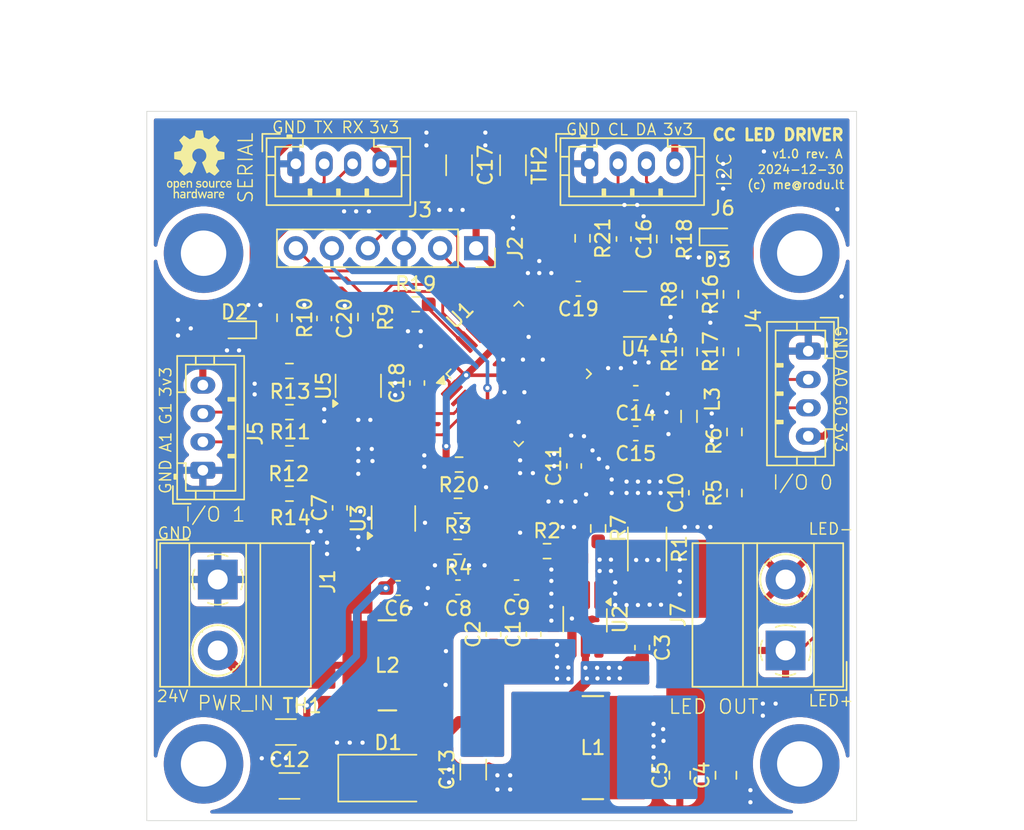
<source format=kicad_pcb>
(kicad_pcb (version 20240108) (generator "pcbnew") (generator_version "8.0")
  (layers (0 "F.Cu" signal) (31 "B.Cu" signal) (34 "B.Paste" user) (35 "F.Paste" user) (36 "B.SilkS" user "B.Silkscreen") (37 "F.SilkS" user "F.Silkscreen") (38 "B.Mask" user) (39 "F.Mask" user) (44 "Edge.Cuts" user))
  (net 0 "")
  (net 1 "GND")
  (net 2 "+24V")
  (net 3 "Net-(U2-SW)")
  (net 4 "Net-(U2-BOOT)")
  (net 5 "/LED+")
  (net 6 "Net-(U3-SW)")
  (net 7 "Net-(U3-CB)")
  (net 8 "+3.3V")
  (net 9 "/VOLT_SENSE")
  (net 10 "/CURR_SENSE")
  (net 11 "VDDA")
  (net 12 "/3v3_OUT")
  (net 13 "Net-(J1-Pin_2)")
  (net 14 "/SWO")
  (net 15 "/SWDIO")
  (net 16 "/SWCLK")
  (net 17 "/NRST")
  (net 18 "Net-(J3-Pin_2)")
  (net 19 "Net-(J3-Pin_3)")
  (net 20 "/SDA2")
  (net 21 "/SCL2")
  (net 22 "Net-(J5-Pin_3)")
  (net 23 "Net-(J5-Pin_2)")
  (net 24 "/LED-")
  (net 25 "/LEDDIM")
  (net 26 "Net-(U3-FB)")
  (net 27 "/BOOT")
  (net 28 "/TX1")
  (net 29 "/RX1")
  (net 30 "Net-(J4-Pin_3)")
  (net 31 "/ADC1")
  (net 55 "/GPIO0")
  (net 56 "/ADC0")
  (net 57 "Net-(J4-Pin_2)")
  (net 58 "Net-(J6-Pin_3)")
  (net 59 "Net-(J6-Pin_2)")
  (net 60 "/GPIO1")
  (net 61 "Net-(D3-K)")
  (net 62 "Net-(D2-K)")
  (footprint "Resistor_SMD:R_0603_1608Metric_Pad0.98x0.95mm_HandSolder" (layer "F.Cu") (at 56.45 54 -90)
    (property "Reference" "R18")
    (property "Value" "220")
  )
  (footprint "Capacitor_SMD:C_1206_3216Metric" (layer "F.Cu") (at 29.8 88.75 180)
    (property "Reference" "TH1")
    (property "Value" "2A")
  )
  (footprint "Connector_JST:JST_PH_B4B-PH-K_1x04_P2.00mm_Vertical" (layer "F.Cu") (at 51.2 48.7)
    (property "Reference" "J6")
    (property "Value" "I2C")
  )
  (footprint "Resistor_SMD:R_0603_1608Metric_Pad0.98x0.95mm_HandSolder" (layer "F.Cu") (at 61.15 61.95 90)
    (property "Reference" "R17")
    (property "Value" "1k")
  )
  (footprint "Resistor_SMD:R_0603_1608Metric_Pad0.98x0.95mm_HandSolder" (layer "F.Cu") (at 38.95 58.6)
    (property "Reference" "R19")
    (property "Value" "100k")
  )
  (footprint "Resistor_SMD:R_0603_1608Metric_Pad0.98x0.95mm_HandSolder" (layer "F.Cu") (at 48.2 76)
    (property "Reference" "R2")
    (property "Value" "10k")
  )
  (footprint "Connector_PinSocket_2.54mm:PinSocket_1x06_P2.54mm_Vertical" (layer "F.Cu") (at 43.2 54.65 -90)
    (property "Reference" "J2")
    (property "Value" "PROG")
  )
  (footprint "Diode_SMD:D_SOD-523" (layer "F.Cu") (at 60.2 53.85)
    (property "Reference" "D3")
    (property "Value" "1N4148WT")
  )
  (footprint "SRR6038:IND_BOURNS_SRR6038" (layer "F.Cu") (at 51.425 89.85)
    (property "Reference" "L1")
    (property "Value" "10uH / 1.5A")
  )
  (footprint "Connector_JST:JST_PH_B4B-PH-K_1x04_P2.00mm_Vertical" (layer "F.Cu") (at 30.5 48.7)
    (property "Reference" "J3")
    (property "Value" "SERIAL")
  )
  (footprint "MountingHole:MountingHole_3.2mm_M3_DIN965_Pad" (layer "F.Cu") (at 24 91)
    (property "Reference" "REF**" (hide yes))
    (property "Value" "MountingHole_3.2mm_M3_DIN965_Pad")
  )
  (footprint "Package_SO:TSOP-6_1.65x3.05mm_P0.95mm" (layer "F.Cu") (at 34.9 64.35 90)
    (property "Reference" "U5")
    (property "Value" "PRTR5V0U4D")
  )
  (footprint "Diode_SMD:D_SMA" (layer "F.Cu") (at 37 92)
    (property "Reference" "D1")
    (property "Value" "SMAJ24A")
  )
  (footprint "Resistor_SMD:R_0603_1608Metric_Pad0.98x0.95mm_HandSolder" (layer "F.Cu") (at 61.15 57.9 90)
    (property "Reference" "R16")
    (property "Value" "1k")
  )
  (footprint "Resistor_SMD:R_0603_1608Metric_Pad0.98x0.95mm_HandSolder" (layer "F.Cu") (at 30.05 71.95 180)
    (property "Reference" "R14")
    (property "Value" "1k")
  )
  (footprint "Capacitor_SMD:C_0603_1608Metric_Pad1.08x0.95mm_HandSolder" (layer "F.Cu") (at 50.4 57.5 180)
    (property "Reference" "C19")
    (property "Value" "0.1uF")
  )
  (footprint "Resistor_SMD:R_0603_1608Metric_Pad0.98x0.95mm_HandSolder" (layer "F.Cu") (at 29.7 59.55 -90)
    (property "Reference" "R10")
    (property "Value" "220")
  )
  (footprint "Resistor_SMD:R_0603_1608Metric_Pad0.98x0.95mm_HandSolder" (layer "F.Cu") (at 58.25 57.9 90)
    (property "Reference" "R8")
    (property "Value" "1k")
  )
  (footprint "Resistor_SMD:R_0603_1608Metric_Pad0.98x0.95mm_HandSolder" (layer "F.Cu") (at 30.05 69.1)
    (property "Reference" "R12")
    (property "Value" "1k")
  )
  (footprint "Connector_JST:JST_PH_B4B-PH-K_1x04_P2.00mm_Vertical" (layer "F.Cu") (at 23.95 70.3 90)
    (property "Reference" "J5")
    (property "Value" "IO_1")
  )
  (footprint "Capacitor_SMD:C_1206_3216Metric" (layer "F.Cu") (at 45.8 48.8 -90)
    (property "Reference" "TH2")
    (property "Value" "0.5A")
  )
  (footprint "MountingHole:MountingHole_3.2mm_M3_DIN965_Pad" (layer "F.Cu") (at 24 55)
    (property "Reference" "REF**" (hide yes))
    (property "Value" "MountingHole_3.2mm_M3_DIN965_Pad")
  )
  (footprint "Capacitor_SMD:C_0603_1608Metric_Pad1.08x0.95mm_HandSolder" (layer "F.Cu") (at 39.05 64.15 90)
    (property "Reference" "C18")
    (property "Value" "0.1uF")
  )
  (footprint "Capacitor_SMD:C_1206_3216Metric" (layer "F.Cu") (at 30.05 92.55)
    (property "Reference" "C12")
    (property "Value" "100uF")
  )
  (footprint "Capacitor_SMD:C_0603_1608Metric_Pad1.08x0.95mm_HandSolder" (layer "F.Cu") (at 44.425 81.85 90)
    (property "Reference" "C2")
    (property "Value" "0.1uF")
  )
  (footprint "Package_SO:TSOP-6_1.65x3.05mm_P0.95mm" (layer "F.Cu") (at 54.4 59.3 180)
    (property "Reference" "U4")
    (property "Value" "PRTR5V0U4D")
  )
  (footprint "Capacitor_SMD:C_0603_1608Metric_Pad1.08x0.95mm_HandSolder" (layer "F.Cu") (at 47.25 81.85 90)
    (property "Reference" "C1")
    (property "Value" "10uF")
  )
  (footprint "Inductor_SMD:L_0805_2012Metric_Pad1.05x1.20mm_HandSolder" (layer "F.Cu") (at 58.2 66.5 -90)
    (property "Reference" "L3")
    (property "Value" "HCB2012KF-121T50")
  )
  (footprint "Resistor_SMD:R_0603_1608Metric_Pad0.98x0.95mm_HandSolder" (layer "F.Cu") (at 30.05 63.3 180)
    (property "Reference" "R13")
    (property "Value" "1k")
  )
  (footprint "Package_TO_SOT_SMD:TSOT-23-6_HandSoldering" (layer "F.Cu") (at 50.9 80.8 -90)
    (property "Reference" "U2")
    (property "Value" "TPS92200D2DDCR")
  )
  (footprint "Capacitor_SMD:C_0603_1608Metric_Pad1.08x0.95mm_HandSolder" (layer "F.Cu") (at 32.5 59.6 -90)
    (property "Reference" "C20")
    (property "Value" "10uF")
  )
  (footprint "MountingHole:MountingHole_3.2mm_M3_DIN965_Pad" (layer "F.Cu") (at 66 91)
    (property "Reference" "REF**" (hide yes))
    (property "Value" "MountingHole_3.2mm_M3_DIN965_Pad")
  )
  (footprint "Capacitor_SMD:C_0603_1608Metric_Pad1.08x0.95mm_HandSolder" (layer "F.Cu") (at 50.1 70 90)
    (property "Reference" "C11")
    (property "Value" "0.1uF")
  )
  (footprint "Resistor_SMD:R_0603_1608Metric_Pad0.98x0.95mm_HandSolder" (layer "F.Cu") (at 50.7 53.95 -90)
    (property "Reference" "R21")
    (property "Value" "220")
  )
  (footprint "Capacitor_SMD:C_0805_2012Metric_Pad1.18x1.45mm_HandSolder" (layer "F.Cu") (at 57.55 91.8 90)
    (property "Reference" "C5")
    (property "Value" "10uF")
  )
  (footprint "Diode_SMD:D_SOD-523" (layer "F.Cu") (at 26.45 60.4 180)
    (property "Reference" "D2")
    (property "Value" "1N4148WT")
  )
  (footprint "Resistor_SMD:R_0603_1608Metric_Pad0.98x0.95mm_HandSolder" (layer "F.Cu") (at 51.8 74.4 -90)
    (property "Reference" "R7")
    (property "Value" "1k")
  )
  (footprint "Resistor_SMD:R_0603_1608Metric_Pad0.98x0.95mm_HandSolder" (layer "F.Cu") (at 42 69.9 180)
    (property "Reference" "R20")
    (property "Value" "100k")
  )
  (footprint "Capacitor_SMD:C_0805_2012Metric_Pad1.18x1.45mm_HandSolder" (layer "F.Cu") (at 60.8 91.8 90)
    (property "Reference" "C4")
    (property "Value" "10uF")
  )
  (footprint "Resistor_SMD:R_0603_1608Metric_Pad0.98x0.95mm_HandSolder" (layer "F.Cu") (at 61.4 67.6 90)
    (property "Reference" "R6")
    (property "Value" "100k")
  )
  (footprint "Capacitor_SMD:C_0603_1608Metric_Pad1.08x0.95mm_HandSolder" (layer "F.Cu") (at 54.9 82.8 -90)
    (property "Reference" "C3")
    (property "Value" "0.1uF")
  )
  (footprint "Resistor_SMD:R_0603_1608Metric_Pad0.98x0.95mm_HandSolder" (layer "F.Cu") (at 41.925 72.8 180)
    (property "Reference" "R3")
    (property "Value" "10k")
  )
  (footprint "Package_QFP:LQFP-48_7x7mm_P0.5mm" (layer "F.Cu") (at 46.2 63.5 45)
    (property "Reference" "U1")
    (property "Value" "STM32G431C8Tx")
  )
  (footprint "Capacitor_SMD:C_0603_1608Metric_Pad1.08x0.95mm_HandSolder" (layer "F.Cu") (at 33.6 72.9525 90)
    (property "Reference" "C7")
    (property "Value" "0.1uF")
  )
  (footprint "Resistor_SMD:R_0603_1608Metric_Pad0.98x0.95mm_HandSolder" (layer "F.Cu") (at 35.4 59.5 -90)
    (property "Reference" "R9")
    (property "Value" "220")
  )
  (footprint "footprints:IND_BOURNS_SRR5028" (layer "F.Cu") (at 36.95 84.05)
    (property "Reference" "L2")
    (property "Value" "22uH / 1A")
  )
  (footprint "TerminalBlock_MetzConnect:TerminalBlock_MetzConnect_Type011_RT05502HBWC_1x02_P5.00mm_Horizontal" (layer "F.Cu") (at 25 78 -90)
    (property "Reference" "J1")
    (property "Value" "PWR_IN")
  )
  (footprint "Resistor_SMD:R_0603_1608Metric_Pad0.98x0.95mm_HandSolder" (layer "F.Cu") (at 30.05 66.2)
    (property "Reference" "R11")
    (property "Value" "1k")
  )
  (footprint "Capacitor_SMD:C_0603_1608Metric_Pad1.08x0.95mm_HandSolder" (layer "F.Cu") (at 53.6 54 -90)
    (property "Reference" "C16")
    (property "Value" "10uF")
  )
  (footprint "Resistor_SMD:R_2010_5025Metric" (layer "F.Cu") (at 55.25 75.85 -90)
    (property "Reference" "R1")
    (property "Value" "0R01")
  )
  (footprint "Capacitor_SMD:C_0603_1608Metric_Pad1.08x0.95mm_HandSolder" (layer "F.Cu") (at 58.7 71.8875 90)
    (property "Reference" "C10")
    (property "Value" "0.1uF")
  )
  (footprint "Capacitor_SMD:C_0603_1608Metric_Pad1.08x0.95mm_HandSolder" (layer "F.Cu") (at 41.925 78.55)
    (property "Reference" "C8")
    (property "Value" "10uF")
  )
  (footprint "Connector_JST:JST_PH_B4B-PH-K_1x04_P2.00mm_Vertical" (layer "F.Cu") (at 66.6 61.9 -90)
    (property "Reference" "J4")
    (property "Value" "IO_0")
  )
  (footprint "Capacitor_SMD:C_0603_1608Metric_Pad1.08x0.95mm_HandSolder" (layer "F.Cu") (at 54.45 64.85 180)
    (property "Reference" "C14")
    (property "Value" "0.1uF")
  )
  (footprint "Resistor_SMD:R_0603_1608Metric_Pad0.98x0.95mm_HandSolder" (layer "F.Cu") (at 41.9 75.7)
    (property "Reference" "R4")
    (property "Value" "10k")
  )
  (footprint "Package_TO_SOT_SMD:TSOT-23-6_HandSoldering" (layer "F.Cu") (at 37.35 73.7 90)
    (property "Reference" "U3")
    (property "Value" "LMR51430XDDCR")
  )
  (footprint "TerminalBlock_MetzConnect:TerminalBlock_MetzConnect_Type011_RT05502HBWC_1x02_P5.00mm_Horizontal" (layer "F.Cu") (at 65 83 90)
    (property "Reference" "J7")
    (property "Value" "LED_OUT")
  )
  (footprint "Capacitor_SMD:C_1206_3216Metric" (layer "F.Cu") (at 42 48.8 -90)
    (property "Reference" "C17")
    (property "Value" "100uF")
  )
  (footprint "Capacitor_SMD:C_0603_1608Metric_Pad1.08x0.95mm_HandSolder" (layer "F.Cu") (at 54.45 67.7 180)
    (property "Reference" "C15")
    (property "Value" "0.1uF")
  )
  (footprint "Capacitor_SMD:C_0603_1608Metric_Pad1.08x0.95mm_HandSolder" (layer "F.Cu") (at 46.05 78.55 180)
    (property "Reference" "C9")
    (property "Value" "10uF")
  )
  (footprint "Resistor_SMD:R_0603_1608Metric_Pad0.98x0.95mm_HandSolder" (layer "F.Cu") (at 58.25 61.95 90)
    (property "Reference" "R15")
    (property "Value" "1k")
  )
  (footprint "Resistor_SMD:R_0603_1608Metric_Pad0.98x0.95mm_HandSolder" (layer "F.Cu") (at 61.4 71.9 90)
    (property "Reference" "R5")
    (property "Value" "680k")
  )
  (footprint "Capacitor_SMD:C_0603_1608Metric_Pad1.08x0.95mm_HandSolder" (layer "F.Cu") (at 37.7 78.6 180)
    (property "Reference" "C6")
    (property "Value" "10uF")
  )
  (footprint "Capacitor_SMD:C_1206_3216Metric" (layer "F.Cu") (at 43 91.4 90)
    (property "Reference" "C13")
    (property "Value" "100uF")
  )
  (footprint "MountingHole:MountingHole_3.2mm_M3_DIN965_Pad" (layer "F.Cu") (at 66 55)
    (property "Reference" "REF**" (hide yes))
    (property "Value" "MountingHole_3.2mm_M3_DIN965_Pad")
  )
  (gr_poly (pts (xy 25.096588 49.900071) (xy 25.103568 49.900555) (xy 25.110405 49.901352) (xy 25.117102 49.902454) (xy 25.123666 49.903852) (xy 25.130104 49.905539) (xy 25.13642 49.907505) (xy 25.142621 49.909743) (xy 25.148713 49.912245) (xy 25.154701 49.915002) (xy 25.160591 49.918006) (xy 25.166389 49.92125) (xy 25.172102 49.924723) (xy 25.177734 49.92842) (xy 25.183292 49.93233) (xy 25.188781 49.936447) (xy 25.119434 50.018917) (xy 25.11529 50.015877) (xy 25.111279 50.013072) (xy 25.107379 50.010498) (xy 25.103566 50.008149) (xy 25.09982 50.006018) (xy 25.096117 50.004102) (xy 25.092436 50.002394) (xy 25.088755 50.000889) (xy 25.085052 49.999582) (xy 25.081304 49.998467) (xy 25.07749 49.997538) (xy 25.073587 49.99679) (xy 25.069574 49.996218) (xy 25.065427 49.995817) (xy 25.061126 49.995579) (xy 25.056648 49.995502) (xy 25.04788 49.995855) (xy 25.039201 49.996925) (xy 25.030677 49.998725) (xy 25.022375 50.001269) (xy 25.018326 50.002824) (xy 25.014358 50.004571) (xy 25.010478 50.00651) (xy 25.006694 50.008644) (xy 25.003014 50.010974) (xy 24.999448 50.013502) (xy 24.996002 50.01623) (xy 24.992685 50.019159) (xy 24.989506 50.022291) (xy 24.986472 50.025628) (xy 24.983592 50.029172) (xy 24.980874 50.032925) (xy 24.978326 50.036887) (xy 24.975957 50.041061) (xy 24.973774 50.045448) (xy 24.971786 50.050051) (xy 24.970002 50.054871) (xy 24.968428 50.059909) (xy 24.967074 50.065168) (xy 24.965948 50.070648) (xy 24.965058 50.076353) (xy 24.964412 50.082283) (xy 24.964018 50.08844) (xy 24.963885 50.094826) (xy 24.963885 50.380603) (xy 24.868291 50.380603) (xy 24.868291 49.905543) (xy 24.963885 49.905543) (xy 24.963885 49.956132) (xy 24.965738 49.956132) (xy 24.971511 49.949326) (xy 24.977585 49.942959) (xy 24.983952 49.937031) (xy 24.990601 49.931541) (xy 24.997526 49.92649) (xy 25.004718 49.921878) (xy 25.012168 49.917705) (xy 25.019868 49.91397) (xy 25.027809 49.910675) (xy 25.035984 49.907819) (xy 25.044383 49.905402) (xy 25.052999 49.903424) (xy 25.061823 49.901886) (xy 25.070846 49.900787) (xy 25.08006 49.900127) (xy 25.089457 49.899908)) (stroke (width -0.000001)) (fill solid) (layer "F.SilkS"))
  (gr_poly (pts (xy 21.625 49.9) (xy 21.631677 49.900273) (xy 21.638183 49.90072) (xy 21.644521 49.901334) (xy 21.650692 49.90211) (xy 21.656698 49.903041) (xy 21.662542 49.904121) (xy 21.668227 49.905343) (xy 21.673753 49.906701) (xy 21.679124 49.908189) (xy 21.684342 49.9098) (xy 21.689409 49.911527) (xy 21.694327 49.913366) (xy 21.699098 49.915308) (xy 21.703725 49.917348) (xy 21.70821 49.91948) (xy 21.716763 49.923993) (xy 21.724773 49.928795) (xy 21.73226 49.933835) (xy 21.73924 49.939064) (xy 21.745731 49.94443) (xy 21.751752 49.949882) (xy 21.75732 49.955369) (xy 21.762453 49.960841) (xy 21.769054 49.968401) (xy 21.775159 49.976032) (xy 21.780778 49.983827) (xy 21.785921 49.991881) (xy 21.790598 50.000285) (xy 21.794818 50.009135) (xy 21.798591 50.018522) (xy 21.801926 50.028541) (xy 21.804833 50.039285) (xy 21.807321 50.050847) (xy 21.8094 50.063321) (xy 21.811079 50.0768) (xy 21.812369 50.091378) (xy 21.813278 50.107148) (xy 21.813817 50.124203) (xy 21.813994 50.142636) (xy 21.813817 50.161224) (xy 21.813278 50.178416) (xy 21.812369 50.194304) (xy 21.811079 50.208985) (xy 21.8094 50.222553) (xy 21.807321 50.235102) (xy 21.804833 50.246727) (xy 21.801926 50.257522) (xy 21.798591 50.267582) (xy 21.794818 50.277001) (xy 21.790598 50.285875) (xy 21.785921 50.294296) (xy 21.780778 50.302361) (xy 21.775159 50.310163) (xy 21.769054 50.317797) (xy 21.762453 50.325358) (xy 21.75732 50.330829) (xy 21.751752 50.336314) (xy 21.745731 50.341764) (xy 21.73924 50.347126) (xy 21.73226 50.352351) (xy 21.724773 50.357387) (xy 21.716763 50.362184) (xy 21.70821 50.366692) (xy 21.699098 50.370859) (xy 21.689409 50.374635) (xy 21.679124 50.377969) (xy 21.668227 50.380811) (xy 21.656698 50.383109) (xy 21.644521 50.384814) (xy 21.631677 50.385874) (xy 21.61815 50.386238) (xy 21.611297 50.386146) (xy 21.604617 50.385874) (xy 21.598109 50.385427) (xy 21.59177 50.384814) (xy 21.585597 50.384039) (xy 21.579589 50.383109) (xy 21.573743 50.382031) (xy 21.568057 50.380811) (xy 21.562529 50.379455) (xy 21.557157 50.377969) (xy 21.551938 50.376361) (xy 21.54687 50.374635) (xy 21.541951 50.372799) (xy 21.537179 50.370859) (xy 21.532551 50.368821) (xy 21.528066 50.366692) (xy 21.519512 50.362185) (xy 21.511501 50.357387) (xy 21.504014 50.352351) (xy 21.497033 50.347126) (xy 21.490541 50.341764) (xy 21.48452 50.336315) (xy 21.478952 50.330829) (xy 21.473819 50.325358) (xy 21.467219 50.317797) (xy 21.461115 50.310164) (xy 21.455497 50.302363) (xy 21.450355 50.2943) (xy 21.44568 50.28588) (xy 21.441463 50.277008) (xy 21.437692 50.26759) (xy 21.43436 50.257532) (xy 21.431456 50.246738) (xy 21.42897 50.235114) (xy 21.426893 50.222565) (xy 21.425216 50.208996) (xy 21.423928 50.194314) (xy 21.42302 50.178423) (xy 21.422482 50.161229) (xy 21.422305 50.142636) (xy 21.517872 50.142636) (xy 21.51794 50.15506) (xy 21.518149 50.16638) (xy 21.51851 50.176681) (xy 21.519031 50.186046) (xy 21.519723 50.194561) (xy 21.520595 50.202307) (xy 21.521656 50.20937) (xy 21.522916 50.215833) (xy 21.524385 50.221781) (xy 21.526072 50.227296) (xy 21.527987 50.232463) (xy 21.53014 50.237365) (xy 21.532539 50.242088) (xy 21.535195 50.246713) (xy 21.538117 50.251326) (xy 21.541315 50.25601) (xy 21.544132 50.259648) (xy 21.547304 50.26316) (xy 21.550811 50.266531) (xy 21.554633 50.269746) (xy 21.558753 50.27279) (xy 21.563149 50.275648) (xy 21.567804 50.278305) (xy 21.572697 50.280746) (xy 21.577811 50.282956) (xy 21.583125 50.28492) (xy 21.588621 50.286623) (xy 21.594279 50.28805) (xy 21.60008 50.289186) (xy 21.606005 50.290015) (xy 21.612034 50.290524) (xy 21.61815 50.290697) (xy 21.62426 50.290524) (xy 21.630286 50.290014) (xy 21.636207 50.289183) (xy 21.642005 50.288046) (xy 21.647661 50.286617) (xy 21.653155 50.284913) (xy 21.658469 50.282947) (xy 21.663582 50.280736) (xy 21.668476 50.278294) (xy 21.673131 50.275636) (xy 21.67753 50.272778) (xy 21.681651 50.269735) (xy 21.685476 50.266521) (xy 21.688986 50.263153) (xy 21.692162 50.259644) (xy 21.693619 50.257842) (xy 21.694985 50.25601) (xy 21.698182 50.251327) (xy 21.701103 50.246715) (xy 21.703758 50.242094) (xy 21.706155 50.23738) (xy 21.708306 50.232491) (xy 21.710219 50.227345) (xy 21.711903 50.221858) (xy 21.71337 50.215949) (xy 21.714628 50.209535) (xy 21.715686 50.202533) (xy 21.716556 50.194862) (xy 21.717246 50.186437) (xy 21.717765 50.177177) (xy 21.718124 50.167) (xy 21.7184 50.143563) (xy 21.718333 50.131139) (xy 21.718124 50.119817) (xy 21.717765 50.109514) (xy 21.717246 50.100145) (xy 21.716556 50.091628) (xy 21.715686 50.083878) (xy 21.714628 50.076812) (xy 21.71337 50.070346) (xy 21.711903 50.064396) (xy 21.710219 50.05888) (xy 21.708306 50.053713) (xy 21.706155 50.048811) (xy 21.703758 50.044091) (xy 21.701103 50.03947) (xy 21.698182 50.034864) (xy 21.694985 50.030188) (xy 21.692162 50.02655) (xy 21.688986 50.023038) (xy 21.685476 50.019668) (xy 21.681651 50.016453) (xy 21.67753 50.013409) (xy 21.673131 50.010551) (xy 21.668476 50.007894) (xy 21.663582 50.005453) (xy 21.658469 50.003243) (xy 21.653155 50.001279) (xy 21.647661 49.999576) (xy 21.642005 49.998149) (xy 21.636207 49.997013) (xy 21.630286 49.996183) (xy 21.62426 49.995674) (xy 21.61815 49.995501) (xy 21.612034 49.995675) (xy 21.606005 49.996184) (xy 21.60008 49.997016) (xy 21.594279 49.998153) (xy 21.588621 49.999582) (xy 21.583125 50.001286) (xy 21.577811 50.003252) (xy 21.572697 50.005463) (xy 21.567804 50.007905) (xy 21.563149 50.010563) (xy 21.558753 50.013421) (xy 21.554633 50.016464) (xy 21.550811 50.019677) (xy 21.547304 50.023046) (xy 21.544132 50.026555) (xy 21.542678 50.028357) (xy 21.541315 50.030188) (xy 21.538117 50.034863) (xy 21.535195 50.039468) (xy 21.532539 50.044085) (xy 21.53014 50.048796) (xy 21.527987 50.053684) (xy 21.526072 50.058831) (xy 21.524385 50.064319) (xy 21.522916 50.07023) (xy 21.521656 50.076647) (xy 21.520595 50.083652) (xy 21.519723 50.091327) (xy 21.519031 50.099755) (xy 21.51851 50.109017) (xy 21.518149 50.119197) (xy 21.517872 50.142636) (xy 21.422305 50.142636) (xy 21.422482 50.124203) (xy 21.42302 50.107149) (xy 21.423928 50.09138) (xy 21.425216 50.076804) (xy 21.426893 50.063327) (xy 21.42897 50.050854) (xy 21.431456 50.039294) (xy 21.43436 50.028551) (xy 21.437692 50.018533) (xy 21.441463 50.009146) (xy 21.44568 50.000297) (xy 21.450355 49.991892) (xy 21.455497 49.983837) (xy 21.461115 49.976039) (xy 21.467219 49.968405) (xy 21.473819 49.960841) (xy 21.478952 49.955369) (xy 21.48452 49.949882) (xy 21.490541 49.94443) (xy 21.497033 49.939064) (xy 21.504014 49.933836) (xy 21.511501 49.928795) (xy 21.519512 49.923993) (xy 21.528066 49.91948) (xy 21.537179 49.915308) (xy 21.54687 49.911527) (xy 21.557157 49.908189) (xy 21.568057 49.905343) (xy 21.579589 49.903041) (xy 21.59177 49.901334) (xy 21.604617 49.900273) (xy 21.61815 49.899908)) (stroke (width -0.000001)) (fill solid) (layer "F.SilkS"))
  (gr_poly (pts (xy 23.925745 46.347875) (xy 23.926752 46.34795) (xy 23.927754 46.348073) (xy 23.92875 46.348244) (xy 23.929738 46.34846) (xy 23.930716 46.348721) (xy 23.931684 46.349025) (xy 23.932638 46.349372) (xy 23.933579 46.349759) (xy 23.934505 46.350187) (xy 23.935413 46.350652) (xy 23.936304 46.351155) (xy 23.937174 46.351694) (xy 23.938023 46.352268) (xy 23.938848 46.352876) (xy 23.93965 46.353515) (xy 23.940426 46.354186) (xy 23.941174 46.354887) (xy 23.941893 46.355616) (xy 23.942582 46.356373) (xy 23.943239 46.357156) (xy 23.943863 46.357963) (xy 23.944452 46.358795) (xy 23.945004 46.359648) (xy 23.945519 46.360523) (xy 23.945995 46.361418) (xy 23.946429 46.362332) (xy 23.946822 46.363263) (xy 23.94717 46.364211) (xy 23.947473 46.365173) (xy 23.94773 46.366149) (xy 23.947938 46.367138) (xy 24.031679 46.817009) (xy 24.03189 46.818006) (xy 24.032147 46.819006) (xy 24.032791 46.82101) (xy 24.033599 46.823008) (xy 24.03456 46.824986) (xy 24.035662 46.826932) (xy 24.036895 46.828832) (xy 24.038246 46.830674) (xy 24.039706 46.832444) (xy 24.041261 46.83413) (xy 24.042902 46.835718) (xy 24.044617 46.837195) (xy 24.046394 46.838548) (xy 24.048223 46.839765) (xy 24.050092 46.840831) (xy 24.051037 46.841304) (xy 24.051989 46.841735) (xy 24.052945 46.842121) (xy 24.053904 46.842462) (xy 24.355423 46.96589) (xy 24.357296 46.966715) (xy 24.359283 46.967404) (xy 24.361365 46.967958) (xy 24.363526 46.968378) (xy 24.365748 46.968667) (xy 24.368013 46.968824) (xy 24.370304 46.968852) (xy 24.372604 46.968751) (xy 24.374895 46.968523) (xy 24.377159 46.968168) (xy 24.379379 46.967688) (xy 24.381538 46.967085) (xy 24.383618 46.966358) (xy 24.385602 46.965511) (xy 24.387472 46.964543) (xy 24.38921 46.963456) (xy 24.765051 46.70554) (xy 24.765897 46.704989) (xy 24.766769 46.70448) (xy 24.767664 46.704014) (xy 24.76858 46.703591) (xy 24.769515 46.70321) (xy 24.770468 46.702872) (xy 24.771436 46.702575) (xy 24.772418 46.702321) (xy 24.773412 46.702108) (xy 24.774415 46.701936) (xy 24.776443 46.701717) (xy 24.778487 46.701662) (xy 24.780532 46.70177) (xy 24.782563 46.702039) (xy 24.784563 46.702467) (xy 24.786518 46.703055) (xy 24.787474 46.703407) (xy 24.788413 46.703799) (xy 24.789333 46.704229) (xy 24.790232 46.704699) (xy 24.791108 46.705207) (xy 24.79196 46.705753) (xy 24.792785 46.706337) (xy 24.793581 46.70696) (xy 24.794347 46.70762) (xy 24.795081 46.708318) (xy 25.111602 47.024839) (xy 25.1123 47.025573) (xy 25.11296 47.026339) (xy 25.113582 47.027136) (xy 25.114165 47.027962) (xy 25.114711 47.028814) (xy 25.115217 47.029691) (xy 25.116114 47.031511) (xy 25.116855 47.033408) (xy 25.117439 47.035366) (xy 25.117865 47.037369) (xy 25.118131 47.039401) (xy 25.118236 47.041449) (xy 25.11818 47.043495) (xy 25.117961 47.045526) (xy 25.117577 47.047524) (xy 25.117029 47.049476) (xy 25.116692 47.05043) (xy 25.116314 47.051366) (xy 25.115894 47.052282) (xy 25.115431 47.053177) (xy 25.114927 47.054049) (xy 25.11438 47.054896) (xy 24.860962 47.424254) (xy 24.859872 47.426) (xy 24.858905 47.427873) (xy 24.858061 47.429856) (xy 24.857342 47.431931) (xy 24.856749 47.434082) (xy 24.856283 47.436292) (xy 24.855945 47.438544) (xy 24.855736 47.440821) (xy 24.855658 47.443105) (xy 24.855711 47.44538) (xy 24.855896 47.447629) (xy 24.856214 47.449834) (xy 24.856667 47.451979) (xy 24.857256 47.454047) (xy 24.857982 47.456021) (xy 24.858845 47.457883) (xy 24.992169 47.768927) (xy 24.99293 47.770837) (xy 24.993867 47.772729) (xy 24.994964 47.774593) (xy 24.99621 47.776417) (xy 24.997591 47.778189) (xy 24.999094 47.779899) (xy 25.000705 47.781535) (xy 25.002412 47.783086) (xy 25.004201 47.78454) (xy 25.006059 47.785886) (xy 25.007972 47.787114) (xy 25.009928 47.788211) (xy 25.011914 47.789167) (xy 25.013915 47.78997) (xy 25.015919 47.790609) (xy 25.017913 47.791073) (xy 25.452861 47.871956) (xy 25.453848 47.872169) (xy 25.454822 47.872429) (xy 25.455782 47.872737) (xy 25.456728 47.873089) (xy 25.457657 47.873484) (xy 25.458569 47.873921) (xy 25.459462 47.874399) (xy 25.460335 47.874916) (xy 25.462018 47.876061) (xy 25.463605 47.877345) (xy 25.465089 47.878755) (xy 25.466458 47.88028) (xy 25.467702 47.881909) (xy 25.468813 47.883629) (xy 25.469779 47.885428) (xy 25.470205 47.886354) (xy 25.470591 47.887296) (xy 25.470936 47.888252) (xy 25.471238 47.88922) (xy 25.471497 47.8902) (xy 25.471712 47.891189) (xy 25.47188 47.892186) (xy 25.472001 47.89319) (xy 25.472074 47.894199) (xy 25.472097 47.895212) (xy 25.472044 48.342861) (xy 25.472018 48.343872) (xy 25.471943 48.34488) (xy 25.47182 48.345883) (xy 25.471649 48.346879) (xy 25.471432 48.347868) (xy 25.471171 48.348848) (xy 25.470866 48.349817) (xy 25.470518 48.350773) (xy 25.47013 48.351716) (xy 25.469702 48.352643) (xy 25.469235 48.353554) (xy 25.468731 48.354446) (xy 25.468192 48.355318) (xy 25.467617 48.356169) (xy 25.467009 48.356997) (xy 25.466368 48.3578) (xy 25.465697 48.358577) (xy 25.464996 48.359327) (xy 25.464266 48.360048) (xy 25.463509 48.360739) (xy 25.462727 48.361397) (xy 25.461919 48.362022) (xy 25.461088 48.362612) (xy 25.460234 48.363165) (xy 25.45936 48.36368) (xy 25.458466 48.364155) (xy 25.457553 48.36459) (xy 25.456623 48.364981) (xy 25.455677 48.365329) (xy 25.454716 48.365631) (xy 25.453742 48.365885) (xy 25.452756 48.366091) (xy 25.028496 48.445043) (xy 25.027497 48.445248) (xy 25.026497 48.445499) (xy 25.025495 48.445795) (xy 25.024495 48.446134) (xy 25.022503 48.446937) (xy 25.020535 48.447896) (xy 25.018603 48.448999) (xy 25.016719 48.450235) (xy 25.014896 48.451593) (xy 25.013147 48.45306) (xy 25.011484 48.454625) (xy 25.009921 48.456277) (xy 25.00847 48.458003) (xy 25.007143 48.459792) (xy 25.005953 48.461633) (xy 25.004913 48.463513) (xy 25.004036 48.465422) (xy 25.003662 48.466383) (xy 25.003334 48.467347) (xy 24.870884 48.798209) (xy 24.870065 48.800091) (xy 24.869381 48.802084) (xy 24.868833 48.804171) (xy 24.868419 48.806334) (xy 24.868136 48.808557) (xy 24.867985 48.810822) (xy 24.867963 48.813112) (xy 24.868069 48.81541) (xy 24.868302 48.817698) (xy 24.868661 48.819959) (xy 24.869144 48.822176) (xy 24.869749 48.824332) (xy 24.870476 48.826409) (xy 24.871323 48.82839) (xy 24.872288 48.830258) (xy 24.873371 48.831996) (xy 25.11438 49.183178) (xy 25.114931 49.184024) (xy 25.11544 49.184897) (xy 25.115905 49.185792) (xy 25.116329 49.186709) (xy 25.116709 49.187646) (xy 25.117048 49.1886) (xy 25.117345 49.18957) (xy 25.117599 49.190553) (xy 25.117812 49.191549) (xy 25.117984 49.192554) (xy 25.118203 49.194587) (xy 25.118258 49.196636) (xy 25.11815 49.198686) (xy 25.117881 49.200721) (xy 25.117452 49.202726) (xy 25.116865 49.204686) (xy 25.116513 49.205644) (xy 25.116121 49.206585) (xy 25.11569 49.207506) (xy 25.115221 49.208407) (xy 25.114713 49.209285) (xy 25.114167 49.210137) (xy 25.113583 49.210963) (xy 25.11296 49.211761) (xy 25.1123 49.212527) (xy 25.111602 49.213261) (xy 24.795028 49.529782) (xy 24.794299 49.530475) (xy 24.793537 49.531131) (xy 24.792744 49.531749) (xy 24.791922 49.53233) (xy 24.791073 49.532873) (xy 24.790198 49.533377) (xy 24.788382 49.534271) (xy 24.786488 49.535011) (xy 24.784533 49.535595) (xy 24.782531 49.536022) (xy 24.780499 49.536291) (xy 24.778451 49.536399) (xy 24.776404 49.536346) (xy 24.774372 49.53613) (xy 24.772372 49.53575) (xy 24.770419 49.535204) (xy 24.769465 49.534869) (xy 24.768529 49.534492) (xy 24.767612 49.534072) (xy 24.766716 49.533611) (xy 24.765844 49.533107) (xy 24.764998 49.53256) (xy 24.420007 49.295784) (xy 24.418273 49.294705) (xy 24.416416 49.293758) (xy 24.414452 49.292945) (xy 24.412399 49.292265) (xy 24.410273 49.29172) (xy 24.408092 49.291308) (xy 24.405872 49.291032) (xy 24.40363 49.29089) (xy 24.401383 49.290883) (xy 24.399148 49.291012) (xy 24.396941 49.291276) (xy 24.394781 49.291677) (xy 24.392683 49.292214) (xy 24.390665 49.292888) (xy 24.388743 49.293699) (xy 24.386934 49.294647) (xy 24.234799 49.375874) (xy 24.233889 49.376306) (xy 24.232972 49.376687) (xy 24.232049 49.377015) (xy 24.231121 49.377293) (xy 24.230191 49.377519) (xy 24.229259 49.377696) (xy 24.228328 49.377824) (xy 24.227398 49.377903) (xy 24.226473 49.377933) (xy 24.225552 49.377916) (xy 24.224638 49.377852) (xy 24.223732 49.377742) (xy 24.222836 49.377585) (xy 24.221952 49.377383) (xy 24.22108 49.377137) (xy 24.220224 49.376846) (xy 24.219383 49.376512) (xy 24.21856 49.376135) (xy 24.217757 49.375715) (xy 24.216974 49.375254) (xy 24.216215 49.374751) (xy 24.215479 49.374208) (xy 24.214769 49.373624) (xy 24.214086 49.373001) (xy 24.213432 49.37234) (xy 24.212808 49.37164) (xy 24.212217 49.370902) (xy 24.211659 49.370127) (xy 24.211137 49.369315) (xy 24.210651 49.368467) (xy 24.210203 49.367584) (xy 24.209796 49.366666) (xy 23.896132 48.608688) (xy 23.895769 48.607745) (xy 23.895455 48.606788) (xy 23.895188 48.605818) (xy 23.894967 48.604838) (xy 23.894793 48.603848) (xy 23.894665 48.602852) (xy 23.894581 48.60185) (xy 23.894542 48.600845) (xy 23.894547 48.599838) (xy 23.894595 48.598831) (xy 23.894685 48.597826) (xy 23.894818 48.596825) (xy 23.894992 48.595829) (xy 23.895206 48.59484) (xy 23.895461 48.593861) (xy 23.895755 48.592892) (xy 23.896088 48.591937) (xy 23.89646 48.590995) (xy 23.896869 48.59007) (xy 23.897315 48.589164) (xy 23.897798 48.588277) (xy 23.898316 48.587411) (xy 23.89887 48.58657) (xy 23.899458 48.585754) (xy 23.900081 48.584964) (xy 23.900737 48.584204) (xy 23.901425 48.583475) (xy 23.902146 48.582778) (xy 23.902899 48.582115) (xy 23.903682 48.581488) (xy 23.904496 48.5809) (xy 23.90534 48.580351) (xy 23.943413 48.557041) (xy 23.946154 48.555296) (xy 23.949079 48.553304) (xy 23.952135 48.551109) (xy 23.955267 48.548753) (xy 23.958417 48.546281) (xy 23.961533 48.543736) (xy 23.964558 48.541161) (xy 23.967437 48.5386) (xy 23.992641 48.521348) (xy 24.016695 48.502617) (xy 24.039533 48.482472) (xy 24.061089 48.460978) (xy 24.081298 48.4382) (xy 24.100094 48.414204) (xy 24.117412 48.389054) (xy 24.133186 48.362817) (xy 24.147349 48.335558) (xy 24.159838 48.307341) (xy 24.170585 48.278232) (xy 24.179525 48.248296) (xy 24.186593 48.217599) (xy 24.191723 48.186205) (xy 24.194849 48.15418) (xy 24.195905 48.12159) (xy 24.195261 48.096114) (xy 24.193349 48.070972) (xy 24.190201 48.046196) (xy 24.185848 48.021816) (xy 24.18032 47.997865) (xy 24.173649 47.974372) (xy 24.165866 47.951369) (xy 24.157002 47.928888) (xy 24.147088 47.906958) (xy 24.136156 47.885612) (xy 24.124236 47.86488) (xy 24.111359 47.844794) (xy 24.097557 47.825385) (xy 24.082861 47.806683) (xy 24.067302 47.78872) (xy 24.05091 47.771527) (xy 24.033718 47.755135) (xy 24.015756 47.739575) (xy 23.997055 47.724878) (xy 23.977646 47.711076) (xy 23.957561 47.698199) (xy 23.93683 47.686279) (xy 23.915485 47.675346) (xy 23.893557 47.665432) (xy 23.871077 47.656568) (xy 23.848076 47.648785) (xy 23.824585 47.642114) (xy 23.800635 47.636586) (xy 23.776257 47.632232) (xy 23.751483 47.629084) (xy 23.726344 47.627172) (xy 23.70087 47.626528) (xy 23.675396 47.627172) (xy 23.650256 47.629084) (xy 23.625482 47.632232) (xy 23.601104 47.636586) (xy 23.577153 47.642114) (xy 23.553661 47.648785) (xy 23.530659 47.656568) (xy 23.508178 47.665432) (xy 23.486249 47.675346) (xy 23.464903 47.686279) (xy 23.444172 47.698199) (xy 23.424085 47.711076) (xy 23.404675 47.724878) (xy 23.385973 47.739575) (xy 23.36801 47.755135) (xy 23.350816 47.771527) (xy 23.334423 47.78872) (xy 23.318863 47.806683) (xy 23.304165 47.825385) (xy 23.290362 47.844794) (xy 23.277485 47.86488) (xy 23.265564 47.885612) (xy 23.25463 47.906958) (xy 23.244715 47.928888) (xy 23.235851 47.951369) (xy 23.228067 47.974372) (xy 23.221395 47.997865) (xy 23.215867 48.021816) (xy 23.211513 48.046196) (xy 23.208364 48.070972) (xy 23.206452 48.096114) (xy 23.205808 48.12159) (xy 23.206074 48.137952) (xy 23.206865 48.15418) (xy 23.208174 48.170268) (xy 23.209992 48.186205) (xy 23.212311 48.201985) (xy 23.215123 48.217599) (xy 23.218419 48.233038) (xy 23.222192 48.248296) (xy 23.226433 48.263363) (xy 23.231134 48.278232) (xy 23.236286 48.292894) (xy 23.241882 48.307341) (xy 23.247914 48.321565) (xy 23.254372 48.335558) (xy 23.268537 48.362817) (xy 23.284312 48.389055) (xy 23.30163 48.414204) (xy 23.320427 48.4382) (xy 23.340635 48.460978) (xy 23.36219 48.482472) (xy 23.385026 48.502617) (xy 23.409076 48.521348) (xy 23.434276 48.5386) (xy 23.437171 48.541161) (xy 23.440207 48.543736) (xy 23.443329 48.546281) (xy 23.446483 48.548753) (xy 23.449616 48.551109) (xy 23.452675 48.553304) (xy 23.455605 48.555296) (xy 23.458353 48.557041) (xy 23.496426 48.580351) (xy 23.497275 48.5809) (xy 23.498093 48.581488) (xy 23.49888 48.582115) (xy 23.499636 48.582778) (xy 23.50036 48.583475) (xy 23.501051 48.584204) (xy 23.502334 48.585754) (xy 23.503479 48.587411) (xy 23.504481 48.589164) (xy 23.505337 48.590995) (xy 23.506041 48.592892) (xy 23.506588 48.59484) (xy 23.506974 48.596825) (xy 23.507194 48.598831) (xy 23.507243 48.600845) (xy 23.507116 48.602852) (xy 23.506985 48.603848) (xy 23.506809 48.604838) (xy 23.506586 48.605818) (xy 23.506316 48.606788) (xy 23.505999 48.607745) (xy 23.505634 48.608688) (xy 23.191944 49.36664) (xy 23.191537 49.367558) (xy 23.191089 49.368441) (xy 23.190603 49.369289) (xy 23.19008 49.370101) (xy 23.189521 49.370877) (xy 23.188929 49.371616) (xy 23.188305 49.372316) (xy 23.18765 49.372979) (xy 23.186967 49.373603) (xy 23.186256 49.374187) (xy 23.185519 49.374731) (xy 23.184759 49.375234) (xy 23.183975 49.375697) (xy 23.183171 49.376117) (xy 23.182348 49.376495) (xy 23.181506 49.37683) (xy 23.180649 49.377121) (xy 23.179777 49.377368) (xy 23.178892 49.37757) (xy 23.177996 49.377727) (xy 23.17709 49.377838) (xy 23.176176 49.377902) (xy 23.175256 49.377919) (xy 23.17433 49.377888) (xy 23.173401 49.377808) (xy 23.172471 49.37768) (xy 23.17154 49.377502) (xy 23.170611 49.377274) (xy 23.169685 49.376995) (xy 23.168764 49.376665) (xy 23.167848 49.376282) (xy 23.166941 49.375848) (xy 23.014806 49.29462) (xy 23.013001 49.293673) (xy 23.011083 49.292863) (xy 23.009067 49.29219) (xy 23.00697 49.291654) (xy 23.00481 49.291255) (xy 23.002604 49.290992) (xy 23.000368 49.290865) (xy 22.99812 49.290873) (xy 22.995877 49.291016) (xy 22.993655 49.291294) (xy 22.991472 49.291705) (xy 22.989345 49.29225) (xy 22.98729 49.292929) (xy 22.985325 49.29374) (xy 22.983467 49.294683) (xy 22.981733 49.295758) (xy 22.636769 49.532534) (xy 22.63592 49.53308) (xy 22.635046 49.533584) (xy 22.634148 49.534046) (xy 22.63323 49.534465) (xy 22.632292 49.534843) (xy 22.631337 49.535178) (xy 22.630367 49.535472) (xy 22.629382 49.535724) (xy 22.628387 49.535934) (xy 22.627382 49.536104) (xy 22.62535 49.536319) (xy 22.623302 49.536373) (xy 22.621254 49.536264) (xy 22.619222 49.535996) (xy 22.61722 49.535569) (xy 22.615264 49.534985) (xy 22.614308 49.534635) (xy 22.613369 49.534245) (xy 22.61245 49.533817) (xy 22.611552 49.533351) (xy 22.610676 49.532846) (xy 22.609826 49.532304) (xy 22.609002 49.531723) (xy 22.608208 49.531105) (xy 22.607444 49.530449) (xy 22.606712 49.529756) (xy 22.290138 49.213234) (xy 22.289443 49.212501) (xy 22.288784 49.211734) (xy 22.288164 49.210937) (xy 22.287582 49.210111) (xy 22.287037 49.209258) (xy 22.286531 49.208381) (xy 22.285634 49.206558) (xy 22.284892 49.20466) (xy 22.284306 49.2027) (xy 22.283878 49.200695) (xy 22.28361 49.198659) (xy 22.283502 49.196609) (xy 22.283556 49.19456) (xy 22.283773 49.192528) (xy 22.284155 49.190527) (xy 22.284704 49.188574) (xy 22.285041 49.187619) (xy 22.28542 49.186683) (xy 22.285841 49.185766) (xy 22.286305 49.18487) (xy 22.286811 49.183998) (xy 22.28736 49.183151) (xy 22.528343 48.83197) (xy 22.529434 48.830232) (xy 22.530407 48.828364) (xy 22.53126 48.826383) (xy 22.531991 48.824306) (xy 22.5326 48.82215) (xy 22.533084 48.819933) (xy 22.533444 48.817672) (xy 22.533677 48.815384) (xy 22.533783 48.813086) (xy 22.533761 48.810796) (xy 22.533608 48.808531) (xy 22.533325 48.806308) (xy 22.532909 48.804145) (xy 22.53236 48.802058) (xy 22.531676 48.800065) (xy 22.530856 48.798183) (xy 22.398406 48.467321) (xy 22.39808 48.466357) (xy 22.397707 48.465396) (xy 22.396832 48.463487) (xy 22.395792 48.461606) (xy 22.3946 48.459766) (xy 22.39327 48.457976) (xy 22.391815 48.45625) (xy 22.390247 48.454599) (xy 22.38858 48.453034) (xy 22.386826 48.451567) (xy 22.384999 48.450209) (xy 22.383111 48.448973) (xy 22.381175 48.447869) (xy 22.379205 48.44691) (xy 22.377213 48.446108) (xy 22.375213 48.445473) (xy 22.374214 48.445222) (xy 22.373217 48.445017) (xy 21.948958 48.366065) (xy 21.947969 48.365859) (xy 21.946993 48.365605) (xy 21.946031 48.365303) (xy 21.945083 48.364955) (xy 21.944152 48.364563) (xy 21.943238 48.364129) (xy 21.942343 48.363654) (xy 21.941468 48.363139) (xy 21.940614 48.362585) (xy 21.939783 48.361996) (xy 21.938193 48.360712) (xy 21.936707 48.359301) (xy 21.935335 48.357774) (xy 21.934088 48.356142) (xy 21.932975 48.35442) (xy 21.932007 48.352617) (xy 21.931192 48.350747) (xy 21.930845 48.34979) (xy 21.930541 48.348822) (xy 21.93028 48.347842) (xy 21.930064 48.346853) (xy 21.929893 48.345856) (xy 21.92977 48.344853) (xy 21.929695 48.343846) (xy 21.92967 48.342835) (xy 21.929643 47.895186) (xy 21.929669 47.894175) (xy 21.929743 47.893168) (xy 21.929866 47.892166) (xy 21.930036 47.891171) (xy 21.930252 47.890184) (xy 21.930512 47.889206) (xy 21.930816 47.888239) (xy 21.931162 47.887285) (xy 21.931548 47.886345) (xy 21.931975 47.88542) (xy 21.93244 47.884512) (xy 21.932942 47.883622) (xy 21.93348 47.882752) (xy 21.934053 47.881904) (xy 21.93466 47.881078) (xy 21.935299 47.880277) (xy 21.935969 47.879501) (xy 21.936669 47.878753) (xy 21.937398 47.878033) (xy 21.938155 47.877343) (xy 21.938937 47.876685) (xy 21.939745 47.87606) (xy 21.940577 47.87547) (xy 21.941431 47.874916) (xy 21.942306 47.874399) (xy 21.943202 47.873921) (xy 21.944117 47.873484) (xy 21.945049 47.873088) (xy 21.945998 47.872737) (xy 21.946962 47.872429) (xy 21.94794 47.872169) (xy 21.948932 47.871956) (xy 22.383854 47.791073) (xy 22.384853 47.790863) (xy 22.385857 47.790609) (xy 22.387868 47.78997) (xy 22.389875 47.789167) (xy 22.391865 47.788211) (xy 22.393824 47.787114) (xy 22.395739 47.785886) (xy 22.397597 47.78454) (xy 22.399385 47.783086) (xy 22.40109 47.781535) (xy 22.402699 47.779899) (xy 22.404198 47.778189) (xy 22.405575 47.776417) (xy 22.406817 47.774593) (xy 22.40791 47.772729) (xy 22.408841 47.770837) (xy 22.409242 47.769883) (xy 22.409598 47.768927) (xy 22.542948 47.457883) (xy 22.543806 47.456021) (xy 22.544528 47.454047) (xy 22.545114 47.451979) (xy 22.545564 47.449834) (xy 22.545881 47.447629) (xy 22.546065 47.44538) (xy 22.546118 47.443105) (xy 22.54604 47.440821) (xy 22.545833 47.438544) (xy 22.545498 47.436292) (xy 22.545035 47.434082) (xy 22.544447 47.431931) (xy 22.543734 47.429856) (xy 22.542897 47.427873) (xy 22.541938 47.426) (xy 22.540857 47.424254) (xy 22.287413 47.054896) (xy 22.286862 47.054049) (xy 22.286353 47.053177) (xy 22.285888 47.052282) (xy 22.285465 47.051366) (xy 22.285085 47.05043) (xy 22.284747 47.049476) (xy 22.284451 47.048507) (xy 22.284197 47.047524) (xy 22.283985 47.04653) (xy 22.283814 47.045526) (xy 22.283597 47.043495) (xy 22.283544 47.041449) (xy 22.283653 47.039401) (xy 22.283923 47.037369) (xy 22.284352 47.035366) (xy 22.284939 47.033408) (xy 22.285292 47.032451) (xy 22.285683 47.031511) (xy 22.286113 47.030591) (xy 22.286581 47.029691) (xy 22.287088 47.028814) (xy 22.287633 47.027962) (xy 22.288216 47.027136) (xy 22.288837 47.026339) (xy 22.289495 47.025573) (xy 22.290191 47.024839) (xy 22.606739 46.708318) (xy 22.60747 46.70762) (xy 22.608234 46.70696) (xy 22.609029 46.706337) (xy 22.609852 46.705753) (xy 22.610703 46.705207) (xy 22.611578 46.704699) (xy 22.613396 46.703799) (xy 22.615291 46.703055) (xy 22.617247 46.702468) (xy 22.619249 46.702039) (xy 22.621281 46.70177) (xy 22.623329 46.701662) (xy 22.625376 46.701717) (xy 22.627408 46.701936) (xy 22.629409 46.702321) (xy 22.631364 46.702872) (xy 22.632319 46.70321) (xy 22.633257 46.703591) (xy 22.634175 46.704014) (xy 22.635072 46.70448) (xy 22.635947 46.704989) (xy 22.636796 46.70554) (xy 23.01261 46.963456) (xy 23.014343 46.964543) (xy 23.016209 46.965511) (xy 23.018189 46.966358) (xy 23.020266 46.967085) (xy 23.022423 46.967688) (xy 23.024642 46.968168) (xy 23.026905 46.968523) (xy 23.029196 46.968751) (xy 23.031496 46.968852) (xy 23.033788 46.968824) (xy 23.036055 46.968667) (xy 23.038279 46.968379) (xy 23.040442 46.967958) (xy 23.042528 46.967404) (xy 23.044519 46.966715) (xy 23.046397 46.96589) (xy 23.347943 46.842462) (xy 23.349862 46.841735) (xy 23.351762 46.840831) (xy 23.353633 46.839765) (xy 23.355463 46.838548) (xy 23.357241 46.837195) (xy 23.358956 46.835718) (xy 23.360596 46.83413) (xy 23.362151 46.832444) (xy 23.363608 46.830674) (xy 23.364958 46.828832) (xy 23.366189 46.826932) (xy 23.36729 46.824986) (xy 23.368249 46.823008) (xy 23.369056 46.82101) (xy 23.369699 46.819006) (xy 23.370167 46.817009) (xy 23.453882 46.367138) (xy 23.45409 46.366149) (xy 23.454346 46.365173) (xy 23.45465 46.364211) (xy 23.454998 46.363263) (xy 23.45539 46.362332) (xy 23.455825 46.361418) (xy 23.4563 46.360523) (xy 23.456815 46.359648) (xy 23.457367 46.358795) (xy 23.457956 46.357963) (xy 23.459236 46.356373) (xy 23.460644 46.354887) (xy 23.462166 46.353515) (xy 23.463792 46.352268) (xy 23.46551 46.351155) (xy 23.467306 46.350187) (xy 23.46823 46.349759) (xy 23.46917 46.349372) (xy 23.470123 46.349025) (xy 23.471089 46.348721) (xy 23.472066 46.34846) (xy 23.473052 46.348244) (xy 23.474046 46.348073) (xy 23.475046 46.34795) (xy 23.476051 46.347875) (xy 23.477059 46.34785) (xy 23.924734 46.34785)) (stroke (width -0.000001)) (fill solid) (layer "F.SilkS"))
  (gr_poly (pts (xy 24.479566 50.188515) (xy 24.479683 50.194495) (xy 24.480031 50.200314) (xy 24.480606 50.205971) (xy 24.481403 50.211463) (xy 24.482417 50.216788) (xy 24.483642 50.221945) (xy 24.485075 50.226931) (xy 24.48671 50.231746) (xy 24.488543 50.236386) (xy 24.490569 50.24085) (xy 24.492783 50.245136) (xy 24.49518 50.249243) (xy 24.497755 50.253167) (xy 24.500504 50.256908) (xy 24.503422 50.260464) (xy 24.506503 50.263832) (xy 24.509744 50.26701) (xy 24.513139 50.269998) (xy 24.516684 50.272792) (xy 24.520373 50.275391) (xy 24.524202 50.277793) (xy 24.528167 50.279996) (xy 24.532261 50.281999) (xy 24.536481 50.283798) (xy 24.540822 50.285393) (xy 24.545278 50.286782) (xy 24.549846 50.287962) (xy 24.55452 50.288932) (xy 24.559295 50.28969) (xy 24.564166 50.290233) (xy 24.56913 50.290561) (xy 24.57418 50.29067) (xy 24.579152 50.290561) (xy 24.584041 50.290233) (xy 24.588843 50.28969) (xy 24.593553 50.288932) (xy 24.598166 50.287962) (xy 24.602678 50.286782) (xy 24.607082 50.285393) (xy 24.611375 50.283798) (xy 24.615551 50.281999) (xy 24.619605 50.279996) (xy 24.623532 50.277793) (xy 24.627328 50.275391) (xy 24.630987 50.272792) (xy 24.634504 50.269998) (xy 24.637875 50.26701) (xy 24.641094 50.263832) (xy 24.644156 50.260464) (xy 24.647057 50.256908) (xy 24.649791 50.253167) (xy 24.652354 50.249243) (xy 24.65474 50.245136) (xy 24.656945 50.24085) (xy 24.658964 50.236386) (xy 24.660791 50.231746) (xy 24.662422 50.226931) (xy 24.663851 50.221945) (xy 24.665074 50.216788) (xy 24.666086 50.211463) (xy 24.666882 50.205971) (xy 24.667457 50.200314) (xy 24.667805 50.194495) (xy 24.667922 50.188515) (xy 24.667922 49.905543) (xy 24.763463 49.905543) (xy 24.763463 50.380655) (xy 24.667922 50.380655) (xy 24.667922 50.330014) (xy 24.66607 50.330014) (xy 24.660297 50.336819) (xy 24.654224 50.343186) (xy 24.647863 50.349115) (xy 24.641222 50.354604) (xy 24.634311 50.359655) (xy 24.627141 50.364268) (xy 24.619722 50.368441) (xy 24.612062 50.372175) (xy 24.604173 50.37547) (xy 24.596063 50.378327) (xy 24.587742 50.380744) (xy 24.579222 50.382721) (xy 24.57051 50.38426) (xy 24.561618 50.385358) (xy 24.552555 50.386018) (xy 24.54333 50.386238) (xy 24.536278 50.38607) (xy 24.529189 50.38557) (xy 24.514964 50.383572) (xy 24.500794 50.380253) (xy 24.493773 50.378102) (xy 24.486816 50.375625) (xy 24.479942 50.372822) (xy 24.473167 50.369695) (xy 24.466509 50.366245) (xy 24.459985 50.362474) (xy 24.453611 50.358382) (xy 24.447406 50.353971) (xy 24.441386 50.349242) (xy 24.435569 50.344196) (xy 24.429971 50.338834) (xy 24.424609 50.333158) (xy 24.419502 50.327169) (xy 24.414666 50.320867) (xy 24.410118 50.314255) (xy 24.405875 50.307333) (xy 24.401955 50.300103) (xy 24.398375 50.292566) (xy 24.395152 50.284722) (xy 24.392303 50.276574) (xy 24.389845 50.268122) (xy 24.387795 50.259367) (xy 24.386171 50.250312) (xy 24.38499 50.240956) (xy 24.384269 50.231302) (xy 24.384024 50.22135) (xy 24.384025 50.22135) (xy 24.384025 49.905543) (xy 24.479566 49.905543)) (stroke (width -0.000001)) (fill solid) (layer "F.SilkS"))
  (gr_poly (pts (xy 23.531219 51.131014) (xy 23.435652 51.131014) (xy 23.435652 51.081351) (xy 23.429868 51.08737) (xy 23.423769 51.093132) (xy 23.417367 51.098618) (xy 23.410676 51.10381) (xy 23.403711 51.108691) (xy 23.396485 51.113242) (xy 23.389011 51.117446) (xy 23.381303 51.121284) (xy 23.373376 51.124737) (xy 23.365243 51.127789) (xy 23.356917 51.130421) (xy 23.348413 51.132615) (xy 23.339744 51.134353) (xy 23.330923 51.135617) (xy 23.321966 51.136388) (xy 23.312885 51.136649) (xy 23.307485 51.136573) (xy 23.302178 51.136346) (xy 23.296964 51.135971) (xy 23.291843 51.135452) (xy 23.286814 51.134791) (xy 23.281879 51.133992) (xy 23.277036 51.133058) (xy 23.272284 51.131992) (xy 23.267625 51.130796) (xy 23.263058 51.129475) (xy 23.258583 51.128031) (xy 23.254199 51.126467) (xy 23.249906 51.124786) (xy 23.245705 51.122992) (xy 23.237575 51.119074) (xy 23.229807 51.11474) (xy 23.222401 51.110013) (xy 23.215353 51.104918) (xy 23.208665 51.09948) (xy 23.202332 51.093723) (xy 23.196355 51.087673) (xy 23.190732 51.081353) (xy 23.185462 51.07479) (xy 23.180758 51.068476) (xy 23.176477 51.062098) (xy 23.172602 51.055526) (xy 23.169118 51.048629) (xy 23.166007 51.041276) (xy 23.163254 51.033338) (xy 23.160841 51.024683) (xy 23.158752 51.015182) (xy 23.156971 51.004704) (xy 23.155481 50.993119) (xy 23.154265 50.980296) (xy 23.153307 50.966104) (xy 23.1521 50.933095) (xy 23.151727 50.893048) (xy 23.247295 50.893048) (xy 23.247369 50.906905) (xy 23.247672 50.920655) (xy 23.24832 50.934187) (xy 23.249432 50.947394) (xy 23.251126 50.960168) (xy 23.252229 50.966358) (xy 23.253521 50.972399) (xy 23.255017 50.978278) (xy 23.256733 50.98398) (xy 23.258683 50.989493) (xy 23.260881 50.994803) (xy 23.263343 50.999896) (xy 23.266084 51.004758) (xy 23.269117 51.009376) (xy 23.272459 51.013737) (xy 23.276123 51.017827) (xy 23.280124 51.021633) (xy 23.284477 51.02514) (xy 23.289197 51.028336) (xy 23.294299 51.031206) (xy 23.299797 51.033738) (xy 23.305707 51.035917) (xy 23.312042 51.037731) (xy 23.318818 51.039165) (xy 23.326049 51.040206) (xy 23.33375 51.040841) (xy 23.341936 51.041055) (xy 23.350038 51.040827) (xy 23.357661 51.040155) (xy 23.364818 51.039054) (xy 23.371525 51.03754) (xy 23.377796 51.03563) (xy 23.383646 51.033339) (xy 23.389089 51.030684) (xy 23.39414 51.027681) (xy 23.398813 51.024346) (xy 23.403124 51.020695) (xy 23.407086 51.016744) (xy 23.410714 51.01251) (xy 23.414023 51.008008) (xy 23.417028 51.003254) (xy 23.419742 50.998265) (xy 23.422181 50.993057) (xy 23.424359 50.987645) (xy 23.426291 50.982047) (xy 23.429475 50.970353) (xy 23.431849 50.958104) (xy 23.433529 50.94543) (xy 23.434633 50.932458) (xy 23.435277 50.919318) (xy 23.435652 50.893048) (xy 23.435578 50.880119) (xy 23.435277 50.867079) (xy 23.434633 50.854057) (xy 23.433529 50.841184) (xy 23.431849 50.828591) (xy 23.430756 50.822441) (xy 23.429475 50.816409) (xy 23.427992 50.810512) (xy 23.426291 50.804767) (xy 23.424359 50.799189) (xy 23.422181 50.793796) (xy 23.419742 50.788603) (xy 23.417028 50.783627) (xy 23.414023 50.778884) (xy 23.410714 50.77439) (xy 23.407086 50.770162) (xy 23.403124 50.766217) (xy 23.398813 50.762569) (xy 23.39414 50.759236) (xy 23.389089 50.756234) (xy 23.383646 50.75358) (xy 23.377796 50.751289) (xy 23.371525 50.749378) (xy 23.364818 50.747863) (xy 23.357661 50.746761) (xy 23.350038 50.746088) (xy 23.341936 50.74586) (xy 23.33375 50.746075) (xy 23.326049 50.746709) (xy 23.318818 50.747751) (xy 23.312042 50.749185) (xy 23.305707 50.750998) (xy 23.299797 50.753176) (xy 23.294299 50.755706) (xy 23.289197 50.758574) (xy 23.284477 50.761766) (xy 23.280124 50.765268) (xy 23.276123 50.769067) (xy 23.272459 50.773148) (xy 23.269117 50.777499) (xy 23.266084 50.782106) (xy 23.263343 50.786954) (xy 23.260881 50.79203) (xy 23.258683 50.79732) (xy 23.256733 50.802811) (xy 23.253521 50.814339) (xy 23.251126 50.826504) (xy 23.249432 50.839197) (xy 23.24832 50.852308) (xy 23.247672 50.865727) (xy 23.247295 50.893048) (xy 23.151727 50.893048) (xy 23.151818 50.872223) (xy 23.1521 50.853271) (xy 23.152591 50.836062) (xy 23.153307 50.820466) (xy 23.154265 50.806355) (xy 23.155481 50.793599) (xy 23.156971 50.782069) (xy 23.158752 50.771637) (xy 23.160841 50.762173) (xy 23.162006 50.757763) (xy 23.163254 50.753547) (xy 23.164587 50.749508) (xy 23.166007 50.745631) (xy 23.167517 50.741899) (xy 23.169118 50.738296) (xy 23.172602 50.731412) (xy 23.176477 50.724851) (xy 23.180758 50.718483) (xy 23.185462 50.712178) (xy 23.190732 50.705606) (xy 23.196355 50.69928) (xy 23.202332 50.693226) (xy 23.208665 50.687466) (xy 23.215353 50.682027) (xy 23.222401 50.676932) (xy 23.229807 50.672206) (xy 23.237575 50.667874) (xy 23.245705 50.66396) (xy 23.254199 50.660488) (xy 23.263058 50.657483) (xy 23.272284 50.654969) (xy 23.281879 50.652971) (xy 23.291843 50.651514) (xy 23.302178 50.650622) (xy 23.312885 50.650319) (xy 23.321904 50.65058) (xy 23.330692 50.651351) (xy 23.339261 50.652617) (xy 23.34762 50.65436) (xy 23.355782 50.656565) (xy 23.363757 50.659214) (xy 23.371556 50.662291) (xy 23.37919 50.665781) (xy 23.38667 50.669665) (xy 23.394008 50.673929) (xy 23.401214 50.678555) (xy 23.408299 50.683526) (xy 23.415274 50.688828) (xy 23.422151 50.694442) (xy 23.42894 50.700352) (xy 23.435652 50.706543) (xy 23.435652 50.463814) (xy 23.531219 50.463814)) (stroke (width -0.000001)) (fill solid) (layer "F.SilkS"))
  (gr_poly (pts (xy 23.040849 49.900075) (xy 23.04786 49.900576) (xy 23.061941 49.902574) (xy 23.075986 49.905892) (xy 23.089856 49.910522) (xy 23.096683 49.913325) (xy 23.103413 49.916452) (xy 23.110031 49.919902) (xy 23.116519 49.923675) (xy 23.122859 49.927767) (xy 23.129034 49.932179) (xy 23.135027 49.936909) (xy 23.14082 49.941956) (xy 23.146396 49.947319) (xy 23.151738 49.952997) (xy 23.156829 49.958988) (xy 23.161651 49.965291) (xy 23.166186 49.971905) (xy 23.170419 49.978829) (xy 23.17433 49.986062) (xy 23.177903 49.993602) (xy 23.181121 50.001449) (xy 23.183965 50.0096) (xy 23.18642 50.018055) (xy 23.188467 50.026814) (xy 23.19009 50.035873) (xy 23.19127 50.045233) (xy 23.191991 50.054892) (xy 23.192235 50.064849) (xy 23.192235 50.380603) (xy 23.096668 50.380603) (xy 23.096668 50.097684) (xy 23.09655 50.091699) (xy 23.096202 50.085876) (xy 23.095627 50.080216) (xy 23.094832 50.074721) (xy 23.09382 50.069394) (xy 23.092597 50.064235) (xy 23.091167 50.059246) (xy 23.089537 50.054431) (xy 23.08771 50.04979) (xy 23.085691 50.045325) (xy 23.083487 50.041039) (xy 23.081101 50.036933) (xy 23.078538 50.033009) (xy 23.075804 50.029269) (xy 23.072904 50.025714) (xy 23.069842 50.022347) (xy 23.066624 50.01917) (xy 23.063254 50.016184) (xy 23.059738 50.013392) (xy 23.05608 50.010794) (xy 23.052285 50.008394) (xy 23.048359 50.006192) (xy 23.044306 50.004191) (xy 23.040132 50.002393) (xy 23.03584 50.0008) (xy 23.031437 49.999412) (xy 23.026928 49.998233) (xy 23.022316 49.997265) (xy 23.017608 49.996508) (xy 23.012808 49.995965) (xy 23.007921 49.995638) (xy 23.002952 49.995528) (xy 22.997899 49.995638) (xy 22.992933 49.995965) (xy 22.98806 49.996508) (xy 22.983282 49.997265) (xy 22.978607 49.998233) (xy 22.974038 49.999412) (xy 22.96958 50.000799) (xy 22.965237 50.002393) (xy 22.961016 50.004191) (xy 22.95692 50.006192) (xy 22.952955 50.008393) (xy 22.949125 50.010794) (xy 22.945435 50.013391) (xy 22.941889 50.016184) (xy 22.938493 50.01917) (xy 22.935252 50.022347) (xy 22.93217 50.025714) (xy 22.929252 50.029268) (xy 22.926502 50.033009) (xy 22.923926 50.036933) (xy 22.921529 50.041039) (xy 22.919315 50.045325) (xy 22.917289 50.04979) (xy 22.915456 50.054431) (xy 22.913821 50.059246) (xy 22.912388 50.064234) (xy 22.911162 50.069393) (xy 22.910148 50.074721) (xy 22.909352 50.080216) (xy 22.908776 50.085876) (xy 22.908428 50.091699) (xy 22.908311 50.097684) (xy 22.908311 50.380603) (xy 22.812743 50.380603) (xy 22.812743 49.905543) (xy 22.908311 49.905543) (xy 22.908311 49.956132) (xy 22.910216 49.956132) (xy 22.915984 49.949326) (xy 22.922054 49.942959) (xy 22.928415 49.937031) (xy 22.93506 49.931541) (xy 22.94198 49.92649) (xy 22.949168 49.921878) (xy 22.956614 49.917705) (xy 22.96431 49.91397) (xy 22.972248 49.910675) (xy 22.980419 49.907819) (xy 22.988816 49.905402) (xy 22.997429 49.903424) (xy 23.006251 49.901886) (xy 23.015272 49.900787) (xy 23.024485 49.900127) (xy 23.033882 49.899908)) (stroke (width -0.000001)) (fill solid) (layer "F.SilkS"))
  (gr_poly (pts (xy 25.277765 50.650519) (xy 25.287462 50.651195) (xy 25.297049 50.652315) (xy 25.306511 50.653873) (xy 25.315835 50.655863) (xy 25.325005 50.658277) (xy 25.334009 50.661112) (xy 25.342832 50.66436) (xy 25.35146 50.668016) (xy 25.359879 50.672073) (xy 25.368075 50.676526) (xy 25.376034 50.681369) (xy 25.383741 50.686595) (xy 25.391184 50.692199) (xy 25.398347 50.698174) (xy 25.405217 50.704515) (xy 25.411779 50.711216) (xy 25.41802 50.71827) (xy 25.423925 50.725672) (xy 25.429481 50.733415) (xy 25.434673 50.741494) (xy 25.439487 50.749902) (xy 25.44391 50.758634) (xy 25.447926 50.767684) (xy 25.451523 50.777045) (xy 25.454686 50.786712) (xy 25.457401 50.796678) (xy 25.459653 50.806938) (xy 25.46143 50.817486) (xy 25.462716 50.828315) (xy 25.463499 50.839419) (xy 25.463762 50.850793) (xy 25.463762 50.92956) (xy 25.16772 50.92956) (xy 25.167859 50.936735) (xy 25.168272 50.943685) (xy 25.168955 50.95041) (xy 25.1699 50.95691) (xy 25.171104 50.963184) (xy 25.17256 50.969233) (xy 25.174263 50.975055) (xy 25.176208 50.980652) (xy 25.178388 50.986022) (xy 25.180799 50.991166) (xy 25.183435 50.996083) (xy 25.186291 51.000773) (xy 25.189361 51.005237) (xy 25.19264 51.009473) (xy 25.196122 51.013482) (xy 25.199801 51.017263) (xy 25.203673 51.020816) (xy 25.207731 51.024142) (xy 25.211971 51.027239) (xy 25.216387 51.030108) (xy 25.220973 51.032749) (xy 25.225723 51.035161) (xy 25.230633 51.037344) (xy 25.235698 51.039299) (xy 25.24091 51.041024) (xy 25.246266 51.042519) (xy 25.251759 51.043785) (xy 25.257383 51.044821) (xy 25.263135 51.045628) (xy 25.269008 51.046204) (xy 25.274996 51.046549) (xy 25.281094 51.046665) (xy 25.287966 51.046469) (xy 25.294884 51.045885) (xy 25.301828 51.04492) (xy 25.308779 51.043581) (xy 25.315713 51.041874) (xy 25.322612 51.039806) (xy 25.329455 51.037383) (xy 25.33622 51.034613) (xy 25.342887 51.031502) (xy 25.349436 51.028056) (xy 25.355845 51.024283) (xy 25.362094 51.020188) (xy 25.368162 51.015779) (xy 25.374029 51.011063) (xy 25.379673 51.006045) (xy 25.385075 51.000733) (xy 25.454422 51.059788) (xy 25.445475 51.069607) (xy 25.436215 51.078693) (xy 25.42666 51.087059) (xy 25.416825 51.094721) (xy 25.406727 51.10169) (xy 25.396382 51.107981) (xy 25.385807 51.113609) (xy 25.375018 51.118585) (xy 25.364031 51.122925) (xy 25.352864 51.126642) (xy 25.341531 51.129749) (xy 25.330051 51.13226) (xy 25.318438 51.13419) (xy 25.30671 51.135551) (xy 25.294883 51.136358) (xy 25.282973 51.136623) (xy 25.264542 51.136049) (xy 25.245928 51.134228) (xy 25.22732 51.131012) (xy 25.208907 51.126252) (xy 25.190879 51.119801) (xy 25.182068 51.115895) (xy 25.173425 51.11151) (xy 25.164973 51.106628) (xy 25.156735 51.101231) (xy 25.148735 51.0953) (xy 25.140997 51.088816) (xy 25.133545 51.081762) (xy 25.126402 51.074117) (xy 25.119592 51.065865) (xy 25.113139 51.056986) (xy 25.107066 51.047462) (xy 25.101396 51.037274) (xy 25.096155 51.026404) (xy 25.091364 51.014833) (xy 25.087049 51.002543) (xy 25.083232 50.989516) (xy 25.079937 50.975732) (xy 25.077188 50.961173) (xy 25.075009 50.945821) (xy 25.073424 50.929657) (xy 25.072455 50.912663) (xy 25.072126 50.89482) (xy 25.072428 50.87788) (xy 25.073317 50.861657) (xy 25.074334 50.85082) (xy 25.16772 50.85082) (xy 25.368221 50.85082) (xy 25.367849 50.844154) (xy 25.367255 50.837687) (xy 25.366445 50.83142) (xy 25.365422 50.825352) (xy 25.364191 50.819486) (xy 25.362756 50.813821) (xy 25.361122 50.808359) (xy 25.359292 50.8031) (xy 25.357271 50.798046) (xy 25.355063 50.793197) (xy 25.352673 50.788555) (xy 25.350105 50.784119) (xy 25.347364 50.779892) (xy 25.344452 50.775873) (xy 25.341376 50.772064) (xy 25.338138 50.768465) (xy 25.334744 50.765078) (xy 25.331198 50.761903) (xy 25.327504 50.758941) (xy 25.323666 50.756193) (xy 25.319689 50.75366) (xy 25.315576 50.751342) (xy 25.311333 50.749242) (xy 25.306964 50.747358) (xy 25.302472 50.745693) (xy 25.297862 50.744247) (xy 25.293139 50.743022) (xy 25.288307 50.742017) (xy 25.28337 50.741234) (xy 25.278332 50.740673) (xy 25.273197 50.740337) (xy 25.267971 50.740224) (xy 25.262742 50.740337) (xy 25.2576 50.740673) (xy 25.25255 50.741234) (xy 25.247597 50.742017) (xy 25.242745 50.743022) (xy 25.238 50.744247) (xy 25.233366 50.745693) (xy 25.228848 50.747358) (xy 25.22445 50.749242) (xy 25.220179 50.751342) (xy 25.216037 50.75366) (xy 25.212031 50.756193) (xy 25.208165 50.758941) (xy 25.204444 50.761903) (xy 25.200873 50.765078) (xy 25.197456 50.768465) (xy 25.194198 50.772064) (xy 25.191105 50.775873) (xy 25.18818 50.779892) (xy 25.185429 50.784119) (xy 25.182857 50.788555) (xy 25.180468 50.793197) (xy 25.178267 50.798046) (xy 25.176259 50.8031) (xy 25.174449 50.808359) (xy 25.172842 50.813821) (xy 25.171441 50.819485) (xy 25.170254 50.825352) (xy 25.169283 50.83142) (xy 25.168534 50.837687) (xy 25.168011 50.844154) (xy 25.16772 50.85082) (xy 25.074334 50.85082) (xy 25.074773 50.846142) (xy 25.076775 50.831321) (xy 25.079301 50.817182) (xy 25.08233 50.803715) (xy 25.085841 50.790907) (xy 25.089813 50.778746) (xy 25.094223 50.767221) (xy 25.099052 50.756319) (xy 25.104277 50.746029) (xy 25.109878 50.736339) (xy 25.115833 50.727237) (xy 25.122121 50.718711) (xy 25.12872 50.71075) (xy 25.13561 50.703341) (xy 25.142769 50.696473) (xy 25.150175 50.690134) (xy 25.157808 50.684312) (xy 25.165647 50.678996) (xy 25.173669 50.674172) (xy 25.181854 50.66983) (xy 25.19018 50.665958) (xy 25.198627 50.662544) (xy 25.207172 50.659576) (xy 25.215795 50.657042) (xy 25.224474 50.65493) (xy 25.233188 50.653229) (xy 25.250637 50.651011) (xy 25.267971 50.650292)) (stroke (width -0.000001)) (fill solid) (layer "F.SilkS"))
  (gr_poly (pts (xy 24.468699 50.65079) (xy 24.489298 50.652239) (xy 24.508912 50.654724) (xy 24.51833 50.656372) (xy 24.527478 50.6583) (xy 24.536347 50.660515) (xy 24.54493 50.663024) (xy 24.553218 50.665834) (xy 24.561203 50.668951) (xy 24.568878 50.672384) (xy 24.576233 50.676139) (xy 24.583262 50.680222) (xy 24.589956 50.684642) (xy 24.596307 50.689405) (xy 24.602306 50.694518) (xy 24.607947 50.699988) (xy 24.61322 50.705822) (xy 24.618117 50.712028) (xy 24.622631 50.718611) (xy 24.626754 50.72558) (xy 24.630477 50.732941) (xy 24.633792 50.740701) (xy 24.636691 50.748868) (xy 24.639167 50.757448) (xy 24.64121 50.766448) (xy 24.642814 50.775876) (xy 24.643969 50.785738) (xy 24.644668 50.796042) (xy 24.644903 50.806794) (xy 24.644903 51.131014) (xy 24.549283 51.131014) (xy 24.549283 51.088839) (xy 24.547431 51.088839) (xy 24.543581 51.094787) (xy 24.539396 51.100321) (xy 24.534848 51.105445) (xy 24.52991 51.110162) (xy 24.524554 51.114478) (xy 24.518754 51.118396) (xy 24.512481 51.121922) (xy 24.505709 51.125058) (xy 24.49841 51.127809) (xy 24.490558 51.13018) (xy 24.482123 51.132174) (xy 24.47308 51.133797) (xy 24.463401 51.135051) (xy 24.453058 51.135942) (xy 24.442025 51.136473) (xy 24.430273 51.13665) (xy 24.420476 51.136467) (xy 24.41094 51.135924) (xy 24.401668 51.13503) (xy 24.392665 51.133791) (xy 24.383932 51.132216) (xy 24.375473 51.130312) (xy 24.367292 51.128088) (xy 24.359392 51.125551) (xy 24.351776 51.122709) (xy 24.344448 51.119571) (xy 24.337409 51.116143) (xy 24.330665 51.112435) (xy 24.324218 51.108453) (xy 24.318072 51.104206) (xy 24.312229 51.099702) (xy 24.306693 51.094948) (xy 24.301467 51.089953) (xy 24.296555 51.084724) (xy 24.291959 51.079269) (xy 24.287684 51.073596) (xy 24.283732 51.067713) (xy 24.280106 51.061627) (xy 24.27681 51.055348) (xy 24.273847 51.048882) (xy 24.271221 51.042238) (xy 24.268934 51.035423) (xy 24.26699 51.028446) (xy 24.265392 51.021313) (xy 24.264144 51.014034) (xy 24.263248 51.006616) (xy 24.262708 50.999066) (xy 24.262527 50.991394) (xy 24.262629 50.98671) (xy 24.352539 50.98671) (xy 24.352839 50.992629) (xy 24.353753 50.998425) (xy 24.355301 51.004062) (xy 24.357505 51.009506) (xy 24.358859 51.012144) (xy 24.360384 51.01472) (xy 24.362083 51.017229) (xy 24.363959 51.019668) (xy 24.366014 51.022031) (xy 24.36825 51.024314) (xy 24.370671 51.026513) (xy 24.373279 51.028623) (xy 24.376076 51.03064) (xy 24.379064 51.03256) (xy 24.382248 51.034377) (xy 24.385628 51.036087) (xy 24.389208 51.037687) (xy 24.392991 51.03917) (xy 24.396978 51.040534) (xy 24.401172 51.041773) (xy 24.410193 51.043859) (xy 24.420073 51.045394) (xy 24.430835 51.046341) (xy 24.442497 51.046665) (xy 24.456821 51.046552) (xy 24.469952 51.046159) (xy 24.481927 51.0454) (xy 24.492784 51.044193) (xy 24.497805 51.043395) (xy 24.50256 51.042453) (xy 24.507054 51.041357) (xy 24.511291 51.040097) (xy 24.515276 51.038662) (xy 24.519015 51.037041) (xy 24.52251 51.035224) (xy 24.525768 51.033201) (xy 24.528792 51.03096) (xy 24.531588 51.028492) (xy 24.53416 51.025787) (xy 24.536512 51.022833) (xy 24.538649 51.01962) (xy 24.540577 51.016137) (xy 24.542298 51.012375) (xy 24.543819 51.008323) (xy 24.545144 51.003969) (xy 24.546277 50.999305) (xy 24.547223 50.994318) (xy 24.547986 50.989) (xy 24.548572 50.983339) (xy 24.548985 50.977324) (xy 24.549229 50.970946) (xy 24.549309 50.964194) (xy 24.549309 50.929507) (xy 24.435009 50.929507) (xy 24.429826 50.929573) (xy 24.424817 50.929768) (xy 24.419983 50.930092) (xy 24.415323 50.930542) (xy 24.410836 50.931117) (xy 24.40652 50.931814) (xy 24.402376 50.932631) (xy 24.398404 50.933567) (xy 24.394601 50.93462) (xy 24.390968 50.935788) (xy 24.387503 50.937069) (xy 24.384207 50.93846) (xy 24.381078 50.939961) (xy 24.378116 50.94157) (xy 24.37532 50.943284) (xy 24.37269 50.945101) (xy 24.370224 50.94702) (xy 24.367922 50.949038) (xy 24.365784 50.951155) (xy 24.363808 50.953367) (xy 24.361994 50.955674) (xy 24.360342 50.958072) (xy 24.35885 50.960561) (xy 24.357518 50.963138) (xy 24.356345 50.965802) (xy 24.355331 50.96855) (xy 24.354475 50.971381) (xy 24.353776 50.974293) (xy 24.353234 50.977284) (xy 24.352847 50.980351) (xy 24.352616 50.983494) (xy 24.352539 50.98671) (xy 24.262629 50.98671) (xy 24.262681 50.984314) (xy 24.263142 50.97731) (xy 24.26391 50.970391) (xy 24.264983 50.963567) (xy 24.266363 50.956847) (xy 24.268047 50.950243) (xy 24.270036 50.943762) (xy 24.272329 50.937416) (xy 24.274925 50.931214) (xy 24.277824 50.925165) (xy 24.281026 50.91928) (xy 24.284529 50.913568) (xy 24.288334 50.90804) (xy 24.292439 50.902704) (xy 24.296845 50.897571) (xy 24.30155 50.892651) (xy 24.306554 50.887953) (xy 24.311857 50.883487) (xy 24.317458 50.879263) (xy 24.323357 50.87529) (xy 24.329552 50.871579) (xy 24.336044 50.86814) (xy 24.342832 50.864981) (xy 24.349915 50.862114) (xy 24.357294 50.859547) (xy 24.364966 50.85729) (xy 24.372932 50.855354) (xy 24.381191 50.853748) (xy 24.389743 50.852482) (xy 24.398587 50.851565) (xy 24.407723 50.851008) (xy 24.41715 50.85082) (xy 24.549283 50.85082) (xy 24.549283 50.801158) (xy 24.54894 50.793066) (xy 24.548508 50.789268) (xy 24.547901 50.785634) (xy 24.547116 50.782159) (xy 24.546151 50.778842) (xy 24.545004 50.775681) (xy 24.543675 50.772673) (xy 24.542159 50.769816) (xy 24.540457 50.767106) (xy 24.538565 50.764543) (xy 24.536483 50.762124) (xy 24.534207 50.759846) (xy 24.531737 50.757706) (xy 24.52907 50.755703) (xy 24.526205 50.753834) (xy 24.523139 50.752097) (xy 24.51987 50.750489) (xy 24.512719 50.747652) (xy 24.504736 50.745303) (xy 24.495906 50.743424) (xy 24.486213 50.741996) (xy 24.475643 50.740999) (xy 24.464181 50.740415) (xy 24.451811 50.740224) (xy 24.442802 50.740337) (xy 24.43438 50.740682) (xy 24.426516 50.741273) (xy 24.419182 50.742121) (xy 24.415704 50.742645) (xy 24.412347 50.743238) (xy 24.409108 50.743902) (xy 24.405983 50.744638) (xy 24.402969 50.745447) (xy 24.400062 50.746331) (xy 24.397259 50.747292) (xy 24.394555 50.748331) (xy 24.391947 50.749449) (xy 24.389431 50.750649) (xy 24.387005 50.751931) (xy 24.384664 50.753297) (xy 24.382404 50.754749) (xy 24.380223 50.756289) (xy 24.378115 50.757917) (xy 24.376079 50.759635) (xy 24.37411 50.761446) (xy 24.372205 50.763349) (xy 24.370359 50.765348) (xy 24.36857 50.767443) (xy 24.366834 50.769635) (xy 24.365147 50.771928) (xy 24.363505 50.774321) (xy 24.361905 50.776817) (xy 24.286922 50.719666) (xy 24.293961 50.710542) (xy 24.301379 50.702147) (xy 24.309178 50.694462) (xy 24.317365 50.687466) (xy 24.325942 50.681142) (xy 24.334913 50.67547) (xy 24.344282 50.67043) (xy 24.354053 50.666002) (xy 24.364231 50.662168) (xy 24.374819 50.658908) (xy 24.385821 50.656203) (xy 24.397241 50.654033) (xy 24.409083 50.652379) (xy 24.421351 50.651222) (xy 24.434048 50.650541) (xy 24.44718 50.650319)) (stroke (width -0.000001)) (fill solid) (layer "F.SilkS"))
  (gr_poly (pts (xy 24.113437 49.9) (xy 24.120119 49.900273) (xy 24.126629 49.90072) (xy 24.13297 49.901334) (xy 24.139144 49.90211) (xy 24.145153 49.903041) (xy 24.150999 49.904121) (xy 24.156686 49.905343) (xy 24.162214 49.906701) (xy 24.167587 49.908189) (xy 24.172806 49.9098) (xy 24.177873 49.911527) (xy 24.182792 49.913366) (xy 24.187564 49.915308) (xy 24.192191 49.917348) (xy 24.196676 49.91948) (xy 24.205228 49.923993) (xy 24.213238 49.928795) (xy 24.220723 49.933835) (xy 24.227702 49.939064) (xy 24.234193 49.94443) (xy 24.240213 49.949882) (xy 24.24578 49.955369) (xy 24.250913 49.960841) (xy 24.257512 49.968401) (xy 24.263617 49.976032) (xy 24.269235 49.983827) (xy 24.274376 49.991881) (xy 24.279051 50.000285) (xy 24.283269 50.009135) (xy 24.287039 50.018522) (xy 24.290372 50.028541) (xy 24.293276 50.039285) (xy 24.295762 50.050847) (xy 24.297838 50.063321) (xy 24.299516 50.0768) (xy 24.300804 50.091378) (xy 24.301712 50.107148) (xy 24.30225 50.124203) (xy 24.302427 50.142636) (xy 24.30225 50.161224) (xy 24.301712 50.178416) (xy 24.300804 50.194304) (xy 24.299516 50.208985) (xy 24.297838 50.222553) (xy 24.295762 50.235102) (xy 24.293276 50.246727) (xy 24.290372 50.257522) (xy 24.287039 50.267582) (xy 24.283269 50.277001) (xy 24.279051 50.285875) (xy 24.274376 50.294296) (xy 24.269235 50.302361) (xy 24.263617 50.310163) (xy 24.257512 50.317797) (xy 24.250913 50.325358) (xy 24.24578 50.330829) (xy 24.240213 50.336314) (xy 24.234193 50.341764) (xy 24.227702 50.347126) (xy 24.220723 50.352351) (xy 24.213238 50.357387) (xy 24.205228 50.362184) (xy 24.196676 50.366692) (xy 24.187564 50.370859) (xy 24.177873 50.374635) (xy 24.167586 50.377969) (xy 24.156686 50.380811) (xy 24.145153 50.383109) (xy 24.13297 50.384814) (xy 24.120119 50.385874) (xy 24.106582 50.386238) (xy 24.099732 50.386146) (xy 24.093055 50.385874) (xy 24.086549 50.385427) (xy 24.080212 50.384814) (xy 24.074042 50.384039) (xy 24.068036 50.383109) (xy 24.062193 50.382031) (xy 24.056509 50.380811) (xy 24.050984 50.379455) (xy 24.045614 50.377969) (xy 24.040397 50.376361) (xy 24.035331 50.374635) (xy 24.030414 50.372799) (xy 24.025644 50.370859) (xy 24.021018 50.368821) (xy 24.016534 50.366692) (xy 24.007985 50.362185) (xy 23.999976 50.357387) (xy 23.992492 50.352351) (xy 23.985514 50.347126) (xy 23.979024 50.341764) (xy 23.973005 50.336315) (xy 23.967437 50.330829) (xy 23.962305 50.325358) (xy 23.955704 50.317797) (xy 23.949598 50.310164) (xy 23.943978 50.302363) (xy 23.938833 50.2943) (xy 23.934154 50.28588) (xy 23.929932 50.277008) (xy 23.926157 50.26759) (xy 23.922819 50.257532) (xy 23.91991 50.246738) (xy 23.91742 50.235114) (xy 23.915338 50.222565) (xy 23.913657 50.208996) (xy 23.912365 50.194314) (xy 23.911455 50.178423) (xy 23.910915 50.161229) (xy 23.910738 50.142636) (xy 24.006331 50.142636) (xy 24.006399 50.15506) (xy 24.006608 50.16638) (xy 24.006969 50.176681) (xy 24.007491 50.186046) (xy 24.008183 50.194561) (xy 24.009055 50.202307) (xy 24.010117 50.20937) (xy 24.011378 50.215833) (xy 24.012849 50.221781) (xy 24.014538 50.227296) (xy 24.016455 50.232463) (xy 24.01861 50.237365) (xy 24.021012 50.242088) (xy 24.023672 50.246713) (xy 24.026598 50.251326) (xy 24.0298 50.25601) (xy 24.032609 50.259648) (xy 24.035774 50.26316) (xy 24.039276 50.266531) (xy 24.043096 50.269746) (xy 24.047213 50.27279) (xy 24.051608 50.275648) (xy 24.056263 50.278305) (xy 24.061156 50.280746) (xy 24.06627 50.282956) (xy 24.071584 50.28492) (xy 24.077078 50.286623) (xy 24.082734 50.28805) (xy 24.088532 50.289186) (xy 24.094452 50.290015) (xy 24.100476 50.290524) (xy 24.106582 50.290697) (xy 24.112697 50.290524) (xy 24.118727 50.290014) (xy 24.124652 50.289183) (xy 24.130453 50.288046) (xy 24.136111 50.286617) (xy 24.141606 50.284913) (xy 24.146921 50.282947) (xy 24.152034 50.280736) (xy 24.156928 50.278294) (xy 24.161583 50.275636) (xy 24.165979 50.272778) (xy 24.170098 50.269735) (xy 24.173921 50.266521) (xy 24.177427 50.263153) (xy 24.180599 50.259644) (xy 24.182054 50.257842) (xy 24.183417 50.25601) (xy 24.186619 50.251327) (xy 24.189543 50.246715) (xy 24.1922 50.242094) (xy 24.194599 50.23738) (xy 24.19675 50.232491) (xy 24.198663 50.227345) (xy 24.200347 50.221858) (xy 24.201812 50.215949) (xy 24.203069 50.209535) (xy 24.204126 50.202533) (xy 24.204994 50.194862) (xy 24.205682 50.186437) (xy 24.2062 50.177177) (xy 24.206558 50.167) (xy 24.206833 50.143563) (xy 24.206766 50.131139) (xy 24.206558 50.119817) (xy 24.2062 50.109514) (xy 24.205682 50.100145) (xy 24.204994 50.091628) (xy 24.204126 50.083878) (xy 24.203069 50.076812) (xy 24.201812 50.070346) (xy 24.200347 50.064396) (xy 24.198663 50.05888) (xy 24.19675 50.053713) (xy 24.194599 50.048811) (xy 24.1922 50.044091) (xy 24.189543 50.03947) (xy 24.186619 50.034864) (xy 24.183417 50.030188) (xy 24.180599 50.02655) (xy 24.177427 50.023038) (xy 24.173921 50.019668) (xy 24.170098 50.016453) (xy 24.165979 50.013409) (xy 24.161583 50.010551) (xy 24.156928 50.007894) (xy 24.152034 50.005453) (xy 24.146921 50.003243) (xy 24.141606 50.001279) (xy 24.136111 49.999576) (xy 24.130453 49.998149) (xy 24.124652 49.997013) (xy 24.118727 49.996183) (xy 24.112697 49.995674) (xy 24.106582 49.995501) (xy 24.100476 49.995675) (xy 24.094452 49.996184) (xy 24.088532 49.997016) (xy 24.082734 49.998153) (xy 24.077078 49.999582) (xy 24.071584 50.001286) (xy 24.06627 50.003252) (xy 24.061156 50.005463) (xy 24.056263 50.007905) (xy 24.051608 50.010563) (xy 24.047213 50.013421) (xy 24.043096 50.016464) (xy 24.039276 50.019677) (xy 24.035774 50.023046) (xy 24.032609 50.026555) (xy 24.031159 50.028357) (xy 24.0298 50.030188) (xy 24.026598 50.034863) (xy 24.023672 50.039468) (xy 24.021012 50.044085) (xy 24.01861 50.048796) (xy 24.016455 50.053684) (xy 24.014538 50.058831) (xy 24.012849 50.064319) (xy 24.011378 50.07023) (xy 24.010117 50.076647) (xy 24.009055 50.083652) (xy 24.008183 50.091327) (xy 24.007491 50.099755) (xy 24.006969 50.109017) (xy 24.006608 50.119197) (xy 24.006331 50.142636) (xy 23.910738 50.142636) (xy 23.910915 50.124203) (xy 23.911455 50.107149) (xy 23.912365 50.09138) (xy 23.913657 50.076804) (xy 23.915338 50.063327) (xy 23.91742 50.050854) (xy 23.91991 50.039294) (xy 23.922819 50.028551) (xy 23.926157 50.018533) (xy 23.929932 50.009146) (xy 23.934154 50.000297) (xy 23.938833 49.991892) (xy 23.943978 49.983837) (xy 23.949598 49.976039) (xy 23.955704 49.968405) (xy 23.962305 49.960841) (xy 23.967437 49.955369) (xy 23.973005 49.949882) (xy 23.979024 49.94443) (xy 23.985514 49.939064) (xy 23.992492 49.933836) (xy 23.999977 49.928795) (xy 24.007985 49.923993) (xy 24.016535 49.91948) (xy 24.025644 49.915308) (xy 24.035331 49.911527) (xy 24.045614 49.908189) (xy 24.056509 49.905343) (xy 24.068036 49.903041) (xy 24.080212 49.901334) (xy 24.093055 49.900273) (xy 24.106582 49.899908)) (stroke (width -0.000001)) (fill solid) (layer "F.SilkS"))
  (gr_poly (pts (xy 24.978152 50.650482) (xy 24.985127 50.650966) (xy 24.991961 50.651764) (xy 24.998659 50.652865) (xy 25.005226 50.654264) (xy 25.011667 50.65595) (xy 25.017988 50.657917) (xy 25.024193 50.660155) (xy 25.03029 50.662656) (xy 25.036282 50.665413) (xy 25.042176 50.668418) (xy 25.047977 50.671661) (xy 25.053689 50.675135) (xy 25.059319 50.678831) (xy 25.064872 50.682741) (xy 25.070353 50.686858) (xy 25.001006 50.769329) (xy 24.996863 50.766279) (xy 24.992852 50.763466) (xy 24.988951 50.760885) (xy 24.985138 50.758529) (xy 24.981392 50.756394) (xy 24.977689 50.754473) (xy 24.974008 50.752762) (xy 24.970327 50.751254) (xy 24.966624 50.749945) (xy 24.962876 50.748828) (xy 24.959062 50.747898) (xy 24.955159 50.74715) (xy 24.951146 50.746577) (xy 24.947 50.746175) (xy 24.942698 50.745938) (xy 24.93822 50.74586) (xy 24.929452 50.746214) (xy 24.920774 50.747286) (xy 24.91225 50.749088) (xy 24.903947 50.751635) (xy 24.899899 50.753192) (xy 24.89593 50.75494) (xy 24.89205 50.756881) (xy 24.888266 50.759016) (xy 24.884587 50.761348) (xy 24.88102 50.763877) (xy 24.877574 50.766607) (xy 24.874257 50.769537) (xy 24.871078 50.772671) (xy 24.868044 50.776009) (xy 24.865164 50.779553) (xy 24.862446 50.783306) (xy 24.859898 50.787269) (xy 24.857529 50.791443) (xy 24.855346 50.79583) (xy 24.853359 50.800432) (xy 24.851574 50.80525) (xy 24.850001 50.810287) (xy 24.848647 50.815544) (xy 24.84752 50.821022) (xy 24.84663 50.826723) (xy 24.845984 50.83265) (xy 24.845591 50.838803) (xy 24.845458 50.845185) (xy 24.845458 51.131014) (xy 24.749917 51.131014) (xy 24.749917 50.655954) (xy 24.845458 50.655954) (xy 24.845458 50.706543) (xy 24.847363 50.706543) (xy 24.853136 50.699737) (xy 24.859208 50.693371) (xy 24.865572 50.687442) (xy 24.872218 50.681952) (xy 24.879139 50.676901) (xy 24.886326 50.672289) (xy 24.893771 50.668116) (xy 24.901466 50.664382) (xy 24.909403 50.661086) (xy 24.917573 50.65823) (xy 24.925968 50.655813) (xy 24.934579 50.653835) (xy 24.9434 50.652297) (xy 24.95242 50.651198) (xy 24.961632 50.650539) (xy 24.971029 50.650319)) (stroke (width -0.000001)) (fill solid) (layer "F.SilkS"))
  (gr_poly (pts (xy 25.79338 49.900134) (xy 25.803074 49.900811) (xy 25.812658 49.901931) (xy 25.822118 49.903488) (xy 25.83144 49.905478) (xy 25.840611 49.907893) (xy 25.849615 49.910728) (xy 25.858438 49.913976) (xy 25.867067 49.917632) (xy 25.875488 49.92169) (xy 25.883686 49.926144) (xy 25.891647 49.930987) (xy 25.899358 49.936214) (xy 25.906804 49.941818) (xy 25.91397 49.947795) (xy 25.920843 49.954137) (xy 25.92741 49.960839) (xy 25.933654 49.967894) (xy 25.939563 49.975298) (xy 25.945123 49.983043) (xy 25.950319 49.991124) (xy 25.955137 49.999535) (xy 25.959563 50.008269) (xy 25.963584 50.017322) (xy 25.967184 50.026686) (xy 25.970349 50.036356) (xy 25.973067 50.046325) (xy 25.975322 50.056589) (xy 25.9771 50.06714) (xy 25.978388 50.077974) (xy 25.979171 50.089083) (xy 25.979435 50.100462) (xy 25.979435 50.179175) (xy 25.68334 50.179175) (xy 25.683479 50.186355) (xy 25.683893 50.193309) (xy 25.684575 50.200039) (xy 25.68552 50.206542) (xy 25.686724 50.21282) (xy 25.68818 50.218872) (xy 25.689883 50.224698) (xy 25.691828 50.230297) (xy 25.694008 50.23567) (xy 25.696419 50.240816) (xy 25.699055 50.245735) (xy 25.701911 50.250428) (xy 25.704981 50.254893) (xy 25.70826 50.259131) (xy 25.711742 50.263141) (xy 25.715421 50.266924) (xy 25.719293 50.270478) (xy 25.723351 50.273805) (xy 25.727591 50.276903) (xy 25.732007 50.279773) (xy 25.736593 50.282414) (xy 25.741343 50.284827) (xy 25.746254 50.287011) (xy 25.751318 50.288965) (xy 25.75653 50.29069) (xy 25.761886 50.292186) (xy 25.767379 50.293452) (xy 25.773004 50.294489) (xy 25.778755 50.295295) (xy 25.784628 50.295871) (xy 25.790616 50.296217) (xy 25.796714 50.296332) (xy 25.803595 50.296135) (xy 25.810519 50.29555) (xy 25.817468 50.294583) (xy 25.824421 50.293241) (xy 25.831357 50.291531) (xy 25.838256 50.289459) (xy 25.845097 50.287034) (xy 25.85186 50.284261) (xy 25.858524 50.281147) (xy 25.86507 50.2777) (xy 25.871476 50.273927) (xy 25.877721 50.269833) (xy 25.883787 50.265427) (xy 25.889651 50.260715) (xy 25.895294 50.255704) (xy 25.900696 50.250401) (xy 25.970043 50.309403) (xy 25.961104 50.319222) (xy 25.951851 50.328307) (xy 25.9423 50.336674) (xy 25.932468 50.344335) (xy 25.922371 50.351305) (xy 25.912026 50.357596) (xy 25.901449 50.363223) (xy 25.890658 50.3682) (xy 25.879669 50.372539) (xy 25.868498 50.376256) (xy 25.857162 50.379363) (xy 25.845678 50.381875) (xy 25.834063 50.383804) (xy 25.822332 50.385165) (xy 25.810503 50.385972) (xy 25.798593 50.386238) (xy 25.780162 50.385664) (xy 25.761548 50.383843) (xy 25.74294 50.380626) (xy 25.724527 50.375867) (xy 25.706499 50.369417) (xy 25.697688 50.365511) (xy 25.689045 50.361127) (xy 25.680593 50.356246) (xy 25.672355 50.35085) (xy 25.664355 50.34492) (xy 25.656618 50.338438) (xy 25.649165 50.331384) (xy 25.642022 50.323741) (xy 25.635212 50.315491) (xy 25.628759 50.306614) (xy 25.622686 50.297091) (xy 25.617016 50.286906) (xy 25.611775 50.276038) (xy 25.606984 50.26447) (xy 25.602669 50.252184) (xy 25.598852 50.239159) (xy 25.595557 50.225379) (xy 25.592808 50.210824) (xy 25.590629 50.195476) (xy 25.589044 50.179316) (xy 25.588075 50.162326) (xy 25.587747 50.144488) (xy 25.588048 50.127547) (xy 25.588936 50.111325) (xy 25.589953 50.100488) (xy 25.68334 50.100488) (xy 25.883841 50.100488) (xy 25.883464 50.093818) (xy 25.882867 50.087347) (xy 25.882053 50.081076) (xy 25.881027 50.075005) (xy 25.879793 50.069136) (xy 25.878356 50.06347) (xy 25.87672 50.058006) (xy 25.874889 50.052746) (xy 25.872868 50.047692) (xy 25.87066 50.042842) (xy 25.86827 50.0382) (xy 25.865702 50.033765) (xy 25.862961 50.029537) (xy 25.86005 50.025519) (xy 25.856974 50.021711) (xy 25.853738 50.018114) (xy 25.850346 50.014728) (xy 25.846801 50.011554) (xy 25.843108 50.008594) (xy 25.839272 50.005847) (xy 25.835296 50.003316) (xy 25.831185 50.001) (xy 25.826944 49.998901) (xy 25.822576 49.997019) (xy 25.818086 49.995356) (xy 25.813478 49.993911) (xy 25.808756 49.992687) (xy 25.803924 49.991683) (xy 25.798988 49.990901) (xy 25.793951 49.990341) (xy 25.788817 49.990005) (xy 25.78359 49.989893) (xy 25.778361 49.990005) (xy 25.77322 49.990341) (xy 25.76817 49.990901) (xy 25.763216 49.991683) (xy 25.758365 49.992687) (xy 25.75362 49.993911) (xy 25.748985 49.995356) (xy 25.744467 49.997019) (xy 25.74007 49.998901) (xy 25.735798 50.001) (xy 25.731657 50.003316) (xy 25.727651 50.005847) (xy 25.723785 50.008594) (xy 25.720064 50.011554) (xy 25.716493 50.014728) (xy 25.713076 50.018114) (xy 25.709818 50.021711) (xy 25.706725 50.025519) (xy 25.7038 50.029537) (xy 25.701049 50.033764) (xy 25.698477 50.0382) (xy 25.696088 50.042842) (xy 25.693887 50.047691) (xy 25.691879 50.052746) (xy 25.690069 50.058006) (xy 25.688461 50.063469) (xy 25.687061 50.069136) (xy 25.685873 50.075005) (xy 25.684902 50.081076) (xy 25.684153 50.087347) (xy 25.683631 50.093818) (xy 25.68334 50.100488) (xy 25.589953 50.100488) (xy 25.590392 50.095808) (xy 25.592393 50.080986) (xy 25.594918 50.066847) (xy 25.597946 50.053378) (xy 25.601455 50.040568) (xy 25.605425 50.028406) (xy 25.609834 50.016878) (xy 25.614661 50.005974) (xy 25.619885 49.995682) (xy 25.625484 49.98599) (xy 25.631437 49.976886) (xy 25.637724 49.968358) (xy 25.644322 49.960394) (xy 25.65121 49.952983) (xy 25.658368 49.946112) (xy 25.665773 49.939771) (xy 25.673405 49.933947) (xy 25.681243 49.928627) (xy 25.689265 49.923802) (xy 25.69745 49.919458) (xy 25.705777 49.915584) (xy 25.714224 49.912167) (xy 25.722771 49.909197) (xy 25.731395 49.906662) (xy 25.740076 49.904549) (xy 25.748793 49.902846) (xy 25.766248 49.900626) (xy 25.783591 49.899907)) (stroke (width -0.000001)) (fill solid) (layer "F.SilkS"))
  (gr_poly (pts (xy 22.545148 49.900134) (xy 22.554846 49.900811) (xy 22.564433 49.901931) (xy 22.573896 49.903488) (xy 22.58322 49.905478) (xy 22.592391 49.907893) (xy 22.601396 49.910728) (xy 22.61022 49.913976) (xy 22.618849 49.917632) (xy 22.627269 49.92169) (xy 22.635466 49.926144) (xy 22.643426 49.930987) (xy 22.651134 49.936214) (xy 22.658578 49.941818) (xy 22.665742 49.947795) (xy 22.672613 49.954137) (xy 22.679177 49.960839) (xy 22.685419 49.967894) (xy 22.691325 49.975298) (xy 22.696882 49.983043) (xy 22.702075 49.991124) (xy 22.706891 49.999535) (xy 22.711314 50.008269) (xy 22.715332 50.017322) (xy 22.71893 50.026686) (xy 22.722093 50.036356) (xy 22.724809 50.046325) (xy 22.727062 50.056589) (xy 22.728839 50.06714) (xy 22.730126 50.077974) (xy 22.730908 50.089083) (xy 22.731172 50.100462) (xy 22.731172 50.179175) (xy 22.435077 50.179175) (xy 22.435216 50.186355) (xy 22.43563 50.193309) (xy 22.436312 50.200039) (xy 22.437258 50.206542) (xy 22.438463 50.21282) (xy 22.439919 50.218872) (xy 22.441623 50.224698) (xy 22.443568 50.230297) (xy 22.44575 50.23567) (xy 22.448162 50.240816) (xy 22.450799 50.245735) (xy 22.453656 50.250428) (xy 22.456727 50.254893) (xy 22.460007 50.259131) (xy 22.46349 50.263141) (xy 22.467171 50.266924) (xy 22.471044 50.270478) (xy 22.475104 50.273805) (xy 22.479345 50.276903) (xy 22.483761 50.279773) (xy 22.488348 50.282414) (xy 22.4931 50.284827) (xy 22.498012 50.287011) (xy 22.503077 50.288965) (xy 22.50829 50.29069) (xy 22.513646 50.292186) (xy 22.51914 50.293452) (xy 22.524766 50.294489) (xy 22.530518 50.295295) (xy 22.536391 50.295871) (xy 22.542379 50.296217) (xy 22.548477 50.296332) (xy 22.555358 50.296135) (xy 22.562284 50.29555) (xy 22.569234 50.294583) (xy 22.576188 50.293241) (xy 22.583126 50.291531) (xy 22.590026 50.289459) (xy 22.596869 50.287034) (xy 22.603633 50.284261) (xy 22.610299 50.281147) (xy 22.616845 50.2777) (xy 22.62325 50.273927) (xy 22.629496 50.269833) (xy 22.63556 50.265427) (xy 22.641422 50.260715) (xy 22.647062 50.255704) (xy 22.652459 50.250401) (xy 22.721806 50.309403) (xy 22.712859 50.319222) (xy 22.703599 50.328307) (xy 22.694043 50.336674) (xy 22.684208 50.344335) (xy 22.674109 50.351305) (xy 22.663764 50.357596) (xy 22.653188 50.363223) (xy 22.642398 50.3682) (xy 22.63141 50.372539) (xy 22.620241 50.376256) (xy 22.608906 50.379363) (xy 22.597423 50.381875) (xy 22.585807 50.383804) (xy 22.574076 50.385165) (xy 22.562244 50.385972) (xy 22.550329 50.386238) (xy 22.531903 50.385664) (xy 22.513293 50.383843) (xy 22.494689 50.380626) (xy 22.476279 50.375867) (xy 22.458253 50.369417) (xy 22.449444 50.365511) (xy 22.440802 50.361127) (xy 22.43235 50.356246) (xy 22.424113 50.35085) (xy 22.416114 50.34492) (xy 22.408377 50.338438) (xy 22.400926 50.331384) (xy 22.393783 50.323741) (xy 22.386974 50.315491) (xy 22.380521 50.306614) (xy 22.374448 50.297091) (xy 22.368779 50.286906) (xy 22.363537 50.276038) (xy 22.358747 50.26447) (xy 22.354431 50.252184) (xy 22.350615 50.239159) (xy 22.34732 50.225379) (xy 22.344571 50.210824) (xy 22.342392 50.195476) (xy 22.340807 50.179316) (xy 22.339838 50.162326) (xy 22.33951 50.144488) (xy 22.339811 50.127547) (xy 22.3407 50.111325) (xy 22.341716 50.100488) (xy 22.435077 50.100488) (xy 22.635605 50.100488) (xy 22.63523 50.093818) (xy 22.634634 50.087347) (xy 22.633822 50.081076) (xy 22.632798 50.075005) (xy 22.631566 50.069136) (xy 22.63013 50.06347) (xy 22.628494 50.058006) (xy 22.626664 50.052746) (xy 22.624643 50.047692) (xy 22.622435 50.042842) (xy 22.620045 50.0382) (xy 22.617477 50.033765) (xy 22.614735 50.029537) (xy 22.611824 50.025519) (xy 22.608748 50.021711) (xy 22.605512 50.018114) (xy 22.602118 50.014728) (xy 22.598573 50.011554) (xy 22.594879 50.008594) (xy 22.591042 50.005847) (xy 22.587066 50.003316) (xy 22.582954 50.001) (xy 22.578712 49.998901) (xy 22.574343 49.997019) (xy 22.569852 49.995356) (xy 22.565244 49.993911) (xy 22.560521 49.992687) (xy 22.555689 49.991683) (xy 22.550752 49.990901) (xy 22.545715 49.990341) (xy 22.54058 49.990005) (xy 22.535354 49.989893) (xy 22.530125 49.990005) (xy 22.524983 49.990341) (xy 22.519933 49.990901) (xy 22.51498 49.991683) (xy 22.510128 49.992687) (xy 22.505383 49.993911) (xy 22.500749 49.995356) (xy 22.496231 49.997019) (xy 22.491833 49.998901) (xy 22.487561 50.001) (xy 22.48342 50.003316) (xy 22.479413 50.005847) (xy 22.475547 50.008594) (xy 22.471825 50.011554) (xy 22.468254 50.014728) (xy 22.464836 50.018114) (xy 22.461578 50.021711) (xy 22.458483 50.025519) (xy 22.455558 50.029537) (xy 22.452806 50.033764) (xy 22.450233 50.0382) (xy 22.447843 50.042842) (xy 22.445641 50.047691) (xy 22.443631 50.052746) (xy 22.44182 50.058006) (xy 22.440211 50.063469) (xy 22.438809 50.069136) (xy 22.437619 50.075005) (xy 22.436646 50.081076) (xy 22.435895 50.087347) (xy 22.43537 50.093818) (xy 22.435077 50.100488) (xy 22.341716 50.100488) (xy 22.342156 50.095808) (xy 22.344157 50.080986) (xy 22.346682 50.066847) (xy 22.349711 50.053378) (xy 22.353221 50.040568) (xy 22.357192 50.028406) (xy 22.361602 50.016878) (xy 22.36643 50.005974) (xy 22.371654 49.995682) (xy 22.377254 49.98599) (xy 22.383208 49.976886) (xy 22.389495 49.968358) (xy 22.396094 49.960394) (xy 22.402983 49.952983) (xy 22.410141 49.946112) (xy 22.417547 49.939771) (xy 22.42518 49.933947) (xy 22.433018 49.928627) (xy 22.44104 49.923802) (xy 22.449225 49.919458) (xy 22.457552 49.915584) (xy 22.465999 49.912167) (xy 22.474544 49.909197) (xy 22.483168 49.906662) (xy 22.491849 49.904549) (xy 22.500564 49.902846) (xy 22.518016 49.900626) (xy 22.535354 49.899907)) (stroke (width -0.000001)) (fill solid) (layer "F.SilkS"))
  (gr_poly (pts (xy 22.124603 49.900237) (xy 22.134935 49.901131) (xy 22.144898 49.902591) (xy 22.154493 49.904591) (xy 22.163721 49.907108) (xy 22.172582 49.910117) (xy 22.181079 49.913592) (xy 22.189213 49.917509) (xy 22.196984 49.921843) (xy 22.204395 49.926571) (xy 22.211446 49.931666) (xy 22.218138 49.937104) (xy 22.224474 49.94286) (xy 22.230453 49.948911) (xy 22.236078 49.95523) (xy 22.241349 49.961793) (xy 22.246049 49.968107) (xy 22.250325 49.974485) (xy 22.254196 49.981058) (xy 22.257678 49.987955) (xy 22.259277 49.991567) (xy 22.260786 49.995309) (xy 22.262205 49.999197) (xy 22.263537 50.003248) (xy 22.264784 50.007478) (xy 22.265948 50.011904) (xy 22.268036 50.021407) (xy 22.269816 50.031888) (xy 22.271305 50.043477) (xy 22.27252 50.056304) (xy 22.273477 50.070501) (xy 22.274193 50.086197) (xy 22.274684 50.103524) (xy 22.274966 50.122611) (xy 22.275057 50.143589) (xy 22.274684 50.183333) (xy 22.273477 50.216118) (xy 22.27252 50.230223) (xy 22.271305 50.242974) (xy 22.269816 50.254502) (xy 22.268036 50.264933) (xy 22.265948 50.274398) (xy 22.263537 50.283025) (xy 22.260786 50.290943) (xy 22.257677 50.298281) (xy 22.254196 50.305167) (xy 22.250325 50.31173) (xy 22.246049 50.3181) (xy 22.241349 50.324405) (xy 22.236078 50.330968) (xy 22.230453 50.337288) (xy 22.224474 50.343338) (xy 22.218138 50.349095) (xy 22.211446 50.354533) (xy 22.204395 50.359628) (xy 22.196984 50.364355) (xy 22.189213 50.368689) (xy 22.181079 50.372607) (xy 22.176876 50.374401) (xy 22.172582 50.376082) (xy 22.168197 50.377646) (xy 22.16372 50.37909) (xy 22.159153 50.380411) (xy 22.154493 50.381607) (xy 22.149742 50.382673) (xy 22.144898 50.383607) (xy 22.139963 50.384406) (xy 22.134935 50.385067) (xy 22.129815 50.385586) (xy 22.124603 50.385961) (xy 22.119297 50.386188) (xy 22.113899 50.386264) (xy 22.10488 50.386004) (xy 22.096092 50.385232) (xy 22.087524 50.383967) (xy 22.079164 50.382223) (xy 22.071003 50.380019) (xy 22.063028 50.37737) (xy 22.055229 50.374292) (xy 22.047595 50.370803) (xy 22.040114 50.366918) (xy 22.032777 50.362655) (xy 22.025571 50.358029) (xy 22.018486 50.353057) (xy 22.01151 50.347756) (xy 22.004634 50.342142) (xy 21.997845 50.336231) (xy 21.991133 50.33004) (xy 21.990789 50.706543) (xy 21.996892 50.699737) (xy 22.003254 50.69337) (xy 22.009869 50.687442) (xy 22.01673 50.681952) (xy 22.023833 50.676901) (xy 22.031172 50.672289) (xy 22.038742 50.668115) (xy 22.046536 50.664381) (xy 22.05455 50.661086) (xy 22.062779 50.65823) (xy 22.071215 50.655813) (xy 22.079855 50.653835) (xy 22.088692 50.652297) (xy 22.097721 50.651198) (xy 22.106937 50.650538) (xy 22.116333 50.650318) (xy 22.123301 50.650486) (xy 22.130312 50.650987) (xy 22.137348 50.65182) (xy 22.144392 50.652985) (xy 22.151428 50.654479) (xy 22.158437 50.656303) (xy 22.165403 50.658454) (xy 22.172308 50.660932) (xy 22.179134 50.663735) (xy 22.185865 50.666861) (xy 22.192483 50.670311) (xy 22.19897 50.674083) (xy 22.20531 50.678175) (xy 22.211485 50.682586) (xy 22.217478 50.687315) (xy 22.223271 50.692361) (xy 22.228848 50.697723) (xy 22.23419 50.703399) (xy 22.239281 50.709388) (xy 22.244102 50.715689) (xy 22.248638 50.722301) (xy 22.25287 50.729223) (xy 22.256781 50.736454) (xy 22.260354 50.743991) (xy 22.263572 50.751835) (xy 22.266417 50.759983) (xy 22.268871 50.768435) (xy 22.270919 50.777189) (xy 22.272541 50.786245) (xy 22.273721 50.7956) (xy 22.274442 50.805255) (xy 22.274687 50.815207) (xy 22.274687 51.131013) (xy 22.179119 51.131013) (xy 22.179119 50.848042) (xy 22.179002 50.842057) (xy 22.178653 50.836234) (xy 22.178079 50.830574) (xy 22.177283 50.825079) (xy 22.176271 50.819751) (xy 22.175048 50.814592) (xy 22.173619 50.809604) (xy 22.171988 50.804789) (xy 22.170161 50.800148) (xy 22.168143 50.795683) (xy 22.165938 50.791397) (xy 22.163552 50.787291) (xy 22.16099 50.783367) (xy 22.158256 50.779626) (xy 22.155355 50.776072) (xy 22.152294 50.772705) (xy 22.149075 50.769528) (xy 22.145705 50.766542) (xy 22.142189 50.763749) (xy 22.138531 50.761152) (xy 22.134737 50.758752) (xy 22.13081 50.75655) (xy 22.126757 50.754549) (xy 22.122583 50.752751) (xy 22.118292 50.751158) (xy 22.113889 50.74977) (xy 22.109379 50.748592) (xy 22.104768 50.747623) (xy 22.100059 50.746866) (xy 22.095259 50.746323) (xy 22.090372 50.745996) (xy 22.085404 50.745887) (xy 22.080351 50.745996) (xy 22.075385 50.746323) (xy 22.070512 50.746866) (xy 22.065735 50.747623) (xy 22.06106 50.748592) (xy 22.056492 50.74977) (xy 22.052034 50.751158) (xy 22.047693 50.752751) (xy 22.043473 50.754549) (xy 22.039378 50.75655) (xy 22.035414 50.758752) (xy 22.031585 50.761152) (xy 22.027896 50.76375) (xy 22.024351 50.766542) (xy 22.020957 50.769528) (xy 22.017717 50.772705) (xy 22.014636 50.776072) (xy 22.011719 50.779627) (xy 22.008971 50.783367) (xy 22.006396 50.787291) (xy 22.004 50.791397) (xy 22.001787 50.795683) (xy 21.999762 50.800148) (xy 21.99793 50.804789) (xy 21.996295 50.809604) (xy 21.994863 50.814592) (xy 21.993638 50.819751) (xy 21.992625 50.825079) (xy 21.991829 50.830574) (xy 21.991254 50.836234) (xy 21.990906 50.842057) (xy 21.990789 50.848042) (xy 21.990789 51.131014) (xy 21.895195 51.131014) (xy 21.895195 50.143562) (xy 21.991133 50.143562) (xy 21.991508 50.169529) (xy 21.992152 50.182548) (xy 21.993256 50.195417) (xy 21.994936 50.208006) (xy 21.99731 50.220185) (xy 22.000493 50.231822) (xy 22.002425 50.237397) (xy 22.004603 50.242788) (xy 22.007042 50.247978) (xy 22.009757 50.252952) (xy 22.012761 50.257692) (xy 22.01607 50.262184) (xy 22.019699 50.266409) (xy 22.023661 50.270353) (xy 22.027971 50.273998) (xy 22.032645 50.277329) (xy 22.037695 50.280329) (xy 22.043139 50.282982) (xy 22.048988 50.285271) (xy 22.055259 50.287181) (xy 22.061966 50.288695) (xy 22.069124 50.289796) (xy 22.076746 50.290469) (xy 22.084848 50.290697) (xy 22.093034 50.290482) (xy 22.100736 50.289848) (xy 22.107967 50.288806) (xy 22.114743 50.287372) (xy 22.121078 50.285559) (xy 22.126987 50.283381) (xy 22.132485 50.280851) (xy 22.137587 50.277984) (xy 22.142307 50.274792) (xy 22.146661 50.271291) (xy 22.150662 50.267492) (xy 22.154326 50.263411) (xy 22.157667 50.259061) (xy 22.160701 50.254456) (xy 22.163441 50.249609) (xy 22.165903 50.244534) (xy 22.168102 50.239245) (xy 22.170052 50.233756) (xy 22.171767 50.22808) (xy 22.173264 50.222231) (xy 22.174556 50.216223) (xy 22.175658 50.21007) (xy 22.177352 50.197382) (xy 22.178464 50.184277) (xy 22.179113 50.170866) (xy 22.179415 50.157257) (xy 22.17949 50.143562) (xy 22.179113 50.115938) (xy 22.178464 50.102398) (xy 22.177352 50.089185) (xy 22.175658 50.076406) (xy 22.173264 50.06417) (xy 22.170052 50.052586) (xy 22.168102 50.047071) (xy 22.165903 50.04176) (xy 22.163441 50.036666) (xy 22.160701 50.031803) (xy 22.157667 50.027184) (xy 22.154326 50.022822) (xy 22.150662 50.018731) (xy 22.146661 50.014925) (xy 22.142307 50.011418) (xy 22.137587 50.008222) (xy 22.132485 50.005351) (xy 22.126987 50.002819) (xy 22.121078 50.000639) (xy 22.114743 49.998826) (xy 22.107967 49.997392) (xy 22.100736 49.99635) (xy 22.093034 49.995716) (xy 22.084848 49.995501) (xy 22.076748 49.995729) (xy 22.069128 49.996402) (xy 22.061972 49.997504) (xy 22.055267 49.999019) (xy 22.048997 50.00093) (xy 22.043148 50.003223) (xy 22.037706 50.005879) (xy 22.032656 50.008884) (xy 22.027983 50.012221) (xy 22.023673 50.015874) (xy 22.01971 50.019827) (xy 22.016082 50.024064) (xy 22.012773 50.028568) (xy 22.009768 50.033324) (xy 22.007053 50.038316) (xy 22.004613 50.043527) (xy 22.002434 50.048941) (xy 22.000502 50.054541) (xy 21.998801 50.060313) (xy 21.997316 50.06624) (xy 21.996035 50.072305) (xy 21.994941 50.078493) (xy 21.993259 50.091172) (xy 21.992154 50.104147) (xy 21.991509 50.11729) (xy 21.991207 50.130471) (xy 21.991133 50.143562) (xy 21.895195 50.143562) (xy 21.895195 49.905569) (xy 21.991133 49.905569) (xy 21.991133 49.955232) (xy 21.99692 49.949204) (xy 22.003023 49.943436) (xy 22.009427 49.937946) (xy 22.016119 49.93275) (xy 22.023085 49.927868) (xy 22.030312 49.923317) (xy 22.037785 49.919115) (xy 22.045491 49.91528) (xy 22.053417 49.911829) (xy 22.061549 49.90878) (xy 22.069873 49.906151) (xy 22.078376 49.903961) (xy 22.087043 49.902226) (xy 22.095862 49.900964) (xy 22.104819 49.900195) (xy 22.113899 49.899934)) (stroke (width -0.000001)) (fill solid) (layer "F.SilkS"))
  (gr_poly (pts (xy 23.057577 50.650482) (xy 23.064559 50.650966) (xy 23.071397 50.651764) (xy 23.078098 50.652865) (xy 23.084665 50.654264) (xy 23.091106 50.65595) (xy 23.097426 50.657917) (xy 23.10363 50.660155) (xy 23.109723 50.662656) (xy 23.115713 50.665413) (xy 23.121603 50.668418) (xy 23.1274 50.671661) (xy 23.13311 50.675135) (xy 23.138738 50.678831) (xy 23.144289 50.682741) (xy 23.149769 50.686858) (xy 23.080449 50.769329) (xy 23.076305 50.766279) (xy 23.072293 50.763466) (xy 23.068392 50.760885) (xy 23.064577 50.758529) (xy 23.060829 50.756394) (xy 23.057125 50.754473) (xy 23.053443 50.752762) (xy 23.04976 50.751254) (xy 23.046056 50.749945) (xy 23.042308 50.748828) (xy 23.038493 50.747898) (xy 23.034591 50.74715) (xy 23.030579 50.746577) (xy 23.026435 50.746175) (xy 23.022137 50.745938) (xy 23.017663 50.74586) (xy 23.008899 50.746214) (xy 23.000223 50.747286) (xy 22.9917 50.749088) (xy 22.983397 50.751635) (xy 22.979348 50.753192) (xy 22.975379 50.75494) (xy 22.971497 50.756881) (xy 22.967712 50.759016) (xy 22.964031 50.761348) (xy 22.960463 50.763877) (xy 22.957015 50.766607) (xy 22.953697 50.769537) (xy 22.950515 50.772671) (xy 22.94748 50.776009) (xy 22.944598 50.779553) (xy 22.941878 50.783306) (xy 22.939328 50.787269) (xy 22.936957 50.791443) (xy 22.934772 50.79583) (xy 22.932783 50.800432) (xy 22.930996 50.80525) (xy 22.929421 50.810287) (xy 22.928066 50.815544) (xy 22.926939 50.821022) (xy 22.926048 50.826723) (xy 22.925401 50.83265) (xy 22.925007 50.838803) (xy 22.924874 50.845185) (xy 22.924874 51.131014) (xy 22.829306 51.131014) (xy 22.829306 50.655954) (xy 22.924874 50.655954) (xy 22.924874 50.706543) (xy 22.926752 50.706543) (xy 22.932526 50.699737) (xy 22.938599 50.693371) (xy 22.944964 50.687442) (xy 22.951612 50.681952) (xy 22.958535 50.676901) (xy 22.965724 50.672289) (xy 22.973172 50.668116) (xy 22.980869 50.664382) (xy 22.988808 50.661086) (xy 22.996981 50.65823) (xy 23.005378 50.655813) (xy 23.013992 50.653835) (xy 23.022813 50.652297) (xy 23.031835 50.651198) (xy 23.041048 50.650539) (xy 23.050445 50.650319)) (stroke (width -0.000001)) (fill solid) (layer "F.SilkS"))
  (gr_poly (pts (xy 23.673975 49.900255) (xy 23.688694 49.901126) (xy 23.702827 49.902557) (xy 23.7164 49.904532) (xy 23.729439 49.907035) (xy 23.741971 49.910048) (xy 23.754022 49.913556) (xy 23.765617 49.917542) (xy 23.776784 49.921989) (xy 23.787548 49.926881) (xy 23.797936 49.932202) (xy 23.807973 49.937934) (xy 23.817687 49.944062) (xy 23.827103 49.950568) (xy 23.836248 49.957437) (xy 23.845148 49.964651) (xy 23.786145 50.033946) (xy 23.779106 50.029135) (xy 23.772026 50.024534) (xy 23.764888 50.020156) (xy 23.757673 50.016016) (xy 23.750364 50.012128) (xy 23.742944 50.008504) (xy 23.735393 50.005161) (xy 23.727696 50.00211) (xy 23.719832 49.999366) (xy 23.711786 49.996943) (xy 23.703539 49.994855) (xy 23.695074 49.993115) (xy 23.686372 49.991738) (xy 23.677415 49.990737) (xy 23.668187 49.990126) (xy 23.658669 49.989919) (xy 23.653079 49.98999) (xy 23.647721 49.990201) (xy 23.642592 49.990549) (xy 23.637688 49.991031) (xy 23.633006 49.991645) (xy 23.628541 49.992386) (xy 23.624291 49.993253) (xy 23.620252 49.994243) (xy 23.61642 49.995351) (xy 23.612791 49.996577) (xy 23.609363 49.997916) (xy 23.60613 49.999365) (xy 23.603091 50.000922) (xy 23.600241 50.002584) (xy 23.597576 50.004348) (xy 23.595093 50.006211) (xy 23.592788 50.00817) (xy 23.590659 50.010221) (xy 23.5887 50.012363) (xy 23.586909 50.014592) (xy 23.585282 50.016905) (xy 23.583816 50.0193) (xy 23.582506 50.021773) (xy 23.581349 50.024321) (xy 23.580342 50.026942) (xy 23.579481 50.029632) (xy 23.578762 50.032389) (xy 23.578182 50.035209) (xy 23.577737 50.03809) (xy 23.577424 50.041029) (xy 23.577238 50.044023) (xy 23.577177 50.047069) (xy 23.577357 50.05093) (xy 23.577914 50.054765) (xy 23.578874 50.058552) (xy 23.580264 50.062265) (xy 23.582109 50.065879) (xy 23.584436 50.069369) (xy 23.58727 50.072712) (xy 23.588886 50.07432) (xy 23.590638 50.075882) (xy 23.592531 50.077395) (xy 23.594566 50.078855) (xy 23.596748 50.08026) (xy 23.59908 50.081607) (xy 23.601566 50.082891) (xy 23.604207 50.084111) (xy 23.609972 50.086345) (xy 23.616401 50.088283) (xy 23.623521 50.0899) (xy 23.631357 50.091172) (xy 23.639937 50.092075) (xy 23.71865 50.097658) (xy 23.727705 50.098428) (xy 23.736417 50.099505) (xy 23.74479 50.100881) (xy 23.752827 50.10255) (xy 23.760533 50.104505) (xy 23.767911 50.106738) (xy 23.774963 50.109243) (xy 23.781695 50.112013) (xy 23.78811 50.115041) (xy 23.794211 50.11832) (xy 23.800001 50.121843) (xy 23.805486 50.125604) (xy 23.810667 50.129596) (xy 23.815549 50.133811) (xy 23.820136 50.138243) (xy 23.824431 50.142885) (xy 23.828437 50.14773) (xy 23.832158 50.152771) (xy 23.835599 50.158001) (xy 23.838762 50.163413) (xy 23.841651 50.169002) (xy 23.84427 50.174758) (xy 23.846622 50.180677) (xy 23.848711 50.18675) (xy 23.850541 50.192971) (xy 23.852115 50.199333) (xy 23.854511 50.212453) (xy 23.855927 50.226055) (xy 23.856392 50.240083) (xy 23.856142 50.248666) (xy 23.855397 50.257016) (xy 23.85417 50.26513) (xy 23.852472 50.273005) (xy 23.850314 50.280639) (xy 23.847708 50.288029) (xy 23.844665 50.295174) (xy 23.841196 50.302069) (xy 23.837312 50.308713) (xy 23.833025 50.315104) (xy 23.828346 50.321237) (xy 23.823287 50.327112) (xy 23.817858 50.332725) (xy 23.812072 50.338074) (xy 23.805939 50.343157) (xy 23.79947 50.34797) (xy 23.792678 50.352511) (xy 23.785573 50.356778) (xy 23.770471 50.364478) (xy 23.754254 50.371049) (xy 23.737014 50.376472) (xy 23.718839 50.380726) (xy 23.699822 50.383789) (xy 23.680053 50.385642) (xy 23.659622 50.386265) (xy 23.645282 50.385935) (xy 23.631081 50.384945) (xy 23.617025 50.383292) (xy 23.603121 50.380977) (xy 23.589376 50.377997) (xy 23.575797 50.374352) (xy 23.562391 50.370039) (xy 23.549165 50.365058) (xy 23.536125 50.359408) (xy 23.523279 50.353086) (xy 23.510634 50.346092) (xy 23.498195 50.338424) (xy 23.485971 50.330081) (xy 23.473968 50.321062) (xy 23.462194 50.311365) (xy 23.450654 50.300989) (xy 23.51717 50.235426) (xy 23.524947 50.242755) (xy 23.532834 50.249619) (xy 23.540853 50.256018) (xy 23.549025 50.26195) (xy 23.557374 50.267414) (xy 23.56592 50.272409) (xy 23.574686 50.276934) (xy 23.583693 50.280987) (xy 23.592964 50.284568) (xy 23.602521 50.287675) (xy 23.612384 50.290308) (xy 23.622578 50.292464) (xy 23.633122 50.294143) (xy 23.64404 50.295344) (xy 23.655353 50.296065) (xy 23.667083 50.296306) (xy 23.672131 50.296246) (xy 23.677087 50.296065) (xy 23.681947 50.295764) (xy 23.686705 50.295343) (xy 23.691359 50.294802) (xy 23.695902 50.294141) (xy 23.700332 50.29336) (xy 23.704642 50.29246) (xy 23.708829 50.291441) (xy 23.712888 50.290302) (xy 23.716816 50.289045) (xy 23.720606 50.287668) (xy 23.724255 50.286173) (xy 23.727759 50.284559) (xy 23.731112 50.282827) (xy 23.73431 50.280977) (xy 23.73735 50.279009) (xy 23.740226 50.276922) (xy 23.742934 50.274718) (xy 23.745469 50.272397) (xy 23.747827 50.269958) (xy 23.750003 50.267402) (xy 23.751994 50.264728) (xy 23.753794 50.261938) (xy 23.755399 50.259031) (xy 23.756805 50.256008) (xy 23.758006 50.252868) (xy 23.759 50.249611) (xy 23.75978 50.246239) (xy 23.760343 50.24275) (xy 23.760684 50.239146) (xy 23.760799 50.235426) (xy 23.760725 50.232331) (xy 23.760507 50.229371) (xy 23.760147 50.226542) (xy 23.759649 50.223841) (xy 23.759015 50.221266) (xy 23.75825 50.218813) (xy 23.757357 50.21648) (xy 23.756337 50.214263) (xy 23.755196 50.212161) (xy 23.753936 50.210169) (xy 23.75256 50.208286) (xy 23.751072 50.206508) (xy 23.749475 50.204832) (xy 23.747772 50.203255) (xy 23.745966 50.201775) (xy 23.74406 50.200389) (xy 23.742059 50.199093) (xy 23.739964 50.197885) (xy 23.735509 50.19572) (xy 23.730721 50.193872) (xy 23.725627 50.192318) (xy 23.720251 50.191033) (xy 23.71462 50.189996) (xy 23.708759 50.189182) (xy 23.702696 50.188568) (xy 23.618347 50.18108) (xy 23.603843 50.179379) (xy 23.589877 50.176741) (xy 23.583113 50.175073) (xy 23.576504 50.173174) (xy 23.570056 50.171045) (xy 23.563777 50.168688) (xy 23.557674 50.166102) (xy 23.551753 50.16329) (xy 23.546022 50.160252) (xy 23.540486 50.156989) (xy 23.535154 50.153502) (xy 23.530032 50.149793) (xy 23.525126 50.145862) (xy 23.520444 50.14171) (xy 23.515993 50.137339) (xy 23.511779 50.13275) (xy 23.507809 50.127943) (xy 23.504091 50.122919) (xy 23.50063 50.117681) (xy 23.497434 50.112228) (xy 23.494511 50.106562) (xy 23.491865 50.100683) (xy 23.489505 50.094594) (xy 23.487438 50.088294) (xy 23.48567 50.081785) (xy 23.484207 50.075069) (xy 23.483058 50.068145) (xy 23.482229 50.061015) (xy 23.481726 50.053681) (xy 23.481557 50.046143) (xy 23.481781 50.037231) (xy 23.482445 50.028595) (xy 23.483539 50.020234) (xy 23.485054 50.01215) (xy 23.486981 50.004342) (xy 23.489309 49.996811) (xy 23.492028 49.989557) (xy 23.495129 49.982582) (xy 23.498602 49.975886) (xy 23.502437 49.969469) (xy 23.506625 49.963331) (xy 23.511155 49.957474) (xy 23.516018 49.951897) (xy 23.521204 49.946602) (xy 23.526703 49.941588) (xy 23.532506 49.936857) (xy 23.538603 49.932408) (xy 23.544983 49.928243) (xy 23.551637 49.924361) (xy 23.558556 49.920764) (xy 23.56573 49.917452) (xy 23.573148 49.914425) (xy 23.58868 49.909228) (xy 23.605074 49.90518) (xy 23.622251 49.902283) (xy 23.640133 49.900542) (xy 23.658643 49.899961)) (stroke (width -0.000001)) (fill solid) (layer "F.SilkS"))
  (gr_poly (pts (xy 22.548119 50.65079) (xy 22.568722 50.652239) (xy 22.588338 50.654724) (xy 22.597757 50.656372) (xy 22.606905 50.6583) (xy 22.615775 50.660515) (xy 22.624358 50.663024) (xy 22.632646 50.665834) (xy 22.640631 50.668951) (xy 22.648305 50.672384) (xy 22.65566 50.676139) (xy 22.662689 50.680222) (xy 22.669382 50.684642) (xy 22.675732 50.689405) (xy 22.681731 50.694518) (xy 22.687371 50.699988) (xy 22.692643 50.705822) (xy 22.69754 50.712028) (xy 22.702053 50.718611) (xy 22.706175 50.72558) (xy 22.709897 50.732941) (xy 22.713211 50.740701) (xy 22.71611 50.748868) (xy 22.718585 50.757448) (xy 22.720628 50.766448) (xy 22.722231 50.775876) (xy 22.723386 50.785738) (xy 22.724085 50.796042) (xy 22.724319 50.806794) (xy 22.724319 51.131014) (xy 22.628726 51.131014) (xy 22.628726 51.088839) (xy 22.626847 51.088839) (xy 22.623002 51.094787) (xy 22.618822 51.100321) (xy 22.614279 51.105445) (xy 22.609345 51.110162) (xy 22.603994 51.114478) (xy 22.598197 51.118396) (xy 22.591928 51.121922) (xy 22.585159 51.125058) (xy 22.577862 51.127809) (xy 22.570011 51.13018) (xy 22.561577 51.132174) (xy 22.552533 51.133797) (xy 22.542853 51.135051) (xy 22.532508 51.135942) (xy 22.521472 51.136473) (xy 22.509716 51.13665) (xy 22.499919 51.136467) (xy 22.490383 51.135924) (xy 22.481112 51.13503) (xy 22.472108 51.133791) (xy 22.463376 51.132216) (xy 22.454918 51.130312) (xy 22.446738 51.128088) (xy 22.438839 51.125551) (xy 22.431224 51.122709) (xy 22.423896 51.119571) (xy 22.41686 51.116143) (xy 22.410117 51.112435) (xy 22.403671 51.108453) (xy 22.397525 51.104206) (xy 22.391684 51.099702) (xy 22.386149 51.094948) (xy 22.380925 51.089953) (xy 22.376013 51.084724) (xy 22.371419 51.079269) (xy 22.367145 51.073596) (xy 22.363194 51.067713) (xy 22.359569 51.061627) (xy 22.356274 51.055348) (xy 22.353313 51.048882) (xy 22.350687 51.042238) (xy 22.348401 51.035423) (xy 22.346458 51.028446) (xy 22.34486 51.021313) (xy 22.343612 51.014034) (xy 22.342717 51.006616) (xy 22.342177 50.999066) (xy 22.341997 50.991394) (xy 22.342098 50.98671) (xy 22.431929 50.98671) (xy 22.432229 50.992629) (xy 22.433143 50.998425) (xy 22.434691 51.004062) (xy 22.436895 51.009506) (xy 22.438249 51.012144) (xy 22.439775 51.01472) (xy 22.441474 51.017229) (xy 22.44335 51.019668) (xy 22.445405 51.022031) (xy 22.447642 51.024314) (xy 22.450064 51.026513) (xy 22.452672 51.028623) (xy 22.455469 51.03064) (xy 22.458459 51.03256) (xy 22.461643 51.034377) (xy 22.465025 51.036087) (xy 22.468606 51.037687) (xy 22.472389 51.03917) (xy 22.476377 51.040534) (xy 22.480573 51.041773) (xy 22.489597 51.043859) (xy 22.499481 51.045394) (xy 22.510246 51.046341) (xy 22.521913 51.046665) (xy 22.536237 51.046552) (xy 22.549368 51.046159) (xy 22.561344 51.0454) (xy 22.572201 51.044193) (xy 22.577221 51.043395) (xy 22.581976 51.042453) (xy 22.58647 51.041357) (xy 22.590707 51.040097) (xy 22.594693 51.038662) (xy 22.598431 51.037041) (xy 22.601927 51.035224) (xy 22.605184 51.033201) (xy 22.608209 51.03096) (xy 22.611004 51.028492) (xy 22.613576 51.025787) (xy 22.615928 51.022833) (xy 22.618066 51.01962) (xy 22.619993 51.016137) (xy 22.621715 51.012375) (xy 22.623236 51.008323) (xy 22.62456 51.003969) (xy 22.625693 50.999305) (xy 22.626639 50.994318) (xy 22.627402 50.989) (xy 22.627988 50.983339) (xy 22.628401 50.977324) (xy 22.628645 50.970946) (xy 22.628726 50.964194) (xy 22.628726 50.929507) (xy 22.514426 50.929507) (xy 22.50924 50.929573) (xy 22.504229 50.929768) (xy 22.499393 50.930092) (xy 22.494731 50.930542) (xy 22.490241 50.931117) (xy 22.485924 50.931814) (xy 22.481779 50.932631) (xy 22.477805 50.933567) (xy 22.474001 50.93462) (xy 22.470366 50.935788) (xy 22.466901 50.937069) (xy 22.463604 50.93846) (xy 22.460474 50.939961) (xy 22.457511 50.94157) (xy 22.454714 50.943284) (xy 22.452083 50.945101) (xy 22.449617 50.94702) (xy 22.447314 50.949038) (xy 22.445176 50.951155) (xy 22.443199 50.953367) (xy 22.441385 50.955674) (xy 22.439733 50.958072) (xy 22.438241 50.960561) (xy 22.436908 50.963138) (xy 22.435736 50.965802) (xy 22.434721 50.96855) (xy 22.433865 50.971381) (xy 22.433166 50.974293) (xy 22.432624 50.977284) (xy 22.432237 50.980351) (xy 22.432006 50.983494) (xy 22.431929 50.98671) (xy 22.342098 50.98671) (xy 22.34215 50.984314) (xy 22.342611 50.97731) (xy 22.343378 50.970391) (xy 22.344451 50.963567) (xy 22.345829 50.956847) (xy 22.347512 50.950243) (xy 22.349499 50.943762) (xy 22.35179 50.937416) (xy 22.354385 50.931214) (xy 22.357282 50.925165) (xy 22.360482 50.91928) (xy 22.363983 50.913568) (xy 22.367786 50.90804) (xy 22.371889 50.902704) (xy 22.376293 50.897571) (xy 22.380996 50.892651) (xy 22.385999 50.887953) (xy 22.3913 50.883487) (xy 22.396899 50.879263) (xy 22.402797 50.87529) (xy 22.408991 50.871579) (xy 22.415482 50.86814) (xy 22.422269 50.864981) (xy 22.429351 50.862114) (xy 22.436729 50.859547) (xy 22.444401 50.85729) (xy 22.452368 50.855354) (xy 22.460628 50.853748) (xy 22.469181 50.852482) (xy 22.478026 50.851565) (xy 22.487164 50.851008) (xy 22.496593 50.85082) (xy 22.628726 50.85082) (xy 22.628726 50.801158) (xy 22.628383 50.793066) (xy 22.627951 50.789268) (xy 22.627344 50.785634) (xy 22.626559 50.782159) (xy 22.625594 50.778842) (xy 22.624447 50.775681) (xy 22.623118 50.772673) (xy 22.621603 50.769816) (xy 22.6199 50.767106) (xy 22.618009 50.764543) (xy 22.615927 50.762124) (xy 22.613652 50.759846) (xy 22.611182 50.757706) (xy 22.608516 50.755703) (xy 22.605651 50.753834) (xy 22.602585 50.752097) (xy 22.599318 50.750489) (xy 22.592168 50.747652) (xy 22.584187 50.745303) (xy 22.57536 50.743424) (xy 22.56567 50.741996) (xy 22.555103 50.740999) (xy 22.543645 50.740415) (xy 22.53128 50.740224) (xy 22.52227 50.740337) (xy 22.513847 50.740682) (xy 22.505981 50.741273) (xy 22.498642 50.742121) (xy 22.495162 50.742645) (xy 22.491804 50.743238) (xy 22.488563 50.743902) (xy 22.485436 50.744638) (xy 22.482419 50.745447) (xy 22.47951 50.746331) (xy 22.476704 50.747292) (xy 22.473997 50.748331) (xy 22.471387 50.749449) (xy 22.468869 50.750649) (xy 22.46644 50.751931) (xy 22.464097 50.753297) (xy 22.461835 50.754749) (xy 22.459651 50.756289) (xy 22.457542 50.757917) (xy 22.455504 50.759635) (xy 22.453533 50.761446) (xy 22.451626 50.763349) (xy 22.449779 50.765348) (xy 22.447989 50.767443) (xy 22.446251 50.769635) (xy 22.444563 50.771928) (xy 22.442921 50.774321) (xy 22.441321 50.776817) (xy 22.366365 50.719666) (xy 22.373403 50.710542) (xy 22.380819 50.702147) (xy 22.388616 50.694462) (xy 22.3968 50.687466) (xy 22.405373 50.681142) (xy 22.41434 50.67547) (xy 22.423705 50.67043) (xy 22.433473 50.666002) (xy 22.443647 50.662168) (xy 22.454232 50.658908) (xy 22.465232 50.656203) (xy 22.47665 50.654033) (xy 22.488492 50.652379) (xy 22.50076 50.651222) (xy 22.513461 50.650541) (xy 22.526596 50.650319)) (stroke (width -0.000001)) (fill solid) (layer "F.SilkS"))
  (gr_poly (pts (xy 25.399625 49.900008) (xy 25.406255 49.900308) (xy 25.412798 49.900803) (xy 25.419252 49.90149) (xy 25.431896 49.903421) (xy 25.444186 49.90607) (xy 25.456119 49.909405) (xy 25.467695 49.913395) (xy 25.478912 49.918009) (xy 25.489767 49.923214) (xy 25.500261 49.928979) (xy 25.51039 49.935273) (xy 25.520153 49.942065) (xy 25.52955 49.949322) (xy 25.538577 49.957013) (xy 25.547234 49.965108) (xy 25.555519 49.973573) (xy 25.563431 49.982378) (xy 25.493157 50.045164) (xy 25.488651 50.039818) (xy 25.48391 50.034689) (xy 25.478939 50.029793) (xy 25.473746 50.025148) (xy 25.468338 50.020772) (xy 25.462723 50.016684) (xy 25.456907 50.0129) (xy 25.450897 50.009438) (xy 25.4447 50.006317) (xy 25.438324 50.003555) (xy 25.431775 50.001168) (xy 25.425061 49.999176) (xy 25.418188 49.997595) (xy 25.411164 49.996444) (xy 25.403996 49.99574) (xy 25.39669 49.995501) (xy 25.382482 49.996021) (xy 25.369041 49.997596) (xy 25.362614 49.998787) (xy 25.356387 50.00025) (xy 25.350363 50.001988) (xy 25.344543 50.004005) (xy 25.33893 50.006303) (xy 25.333527 50.008886) (xy 25.328336 50.011755) (xy 25.323361 50.014915) (xy 25.318603 50.018368) (xy 25.314065 50.022116) (xy 25.30975 50.026163) (xy 25.305661 50.030512) (xy 25.301799 50.035166) (xy 25.298167 50.040127) (xy 25.294769 50.045399) (xy 25.291606 50.050984) (xy 25.288682 50.056885) (xy 25.285998 50.063106) (xy 25.283558 50.069648) (xy 25.281364 50.076516) (xy 25.279418 50.083712) (xy 25.277723 50.091238) (xy 25.276282 50.099099) (xy 25.275097 50.107296) (xy 25.273506 50.124712) (xy 25.272971 50.143509) (xy 25.273106 50.153003) (xy 25.273507 50.162154) (xy 25.274172 50.170964) (xy 25.275098 50.179437) (xy 25.276283 50.187575) (xy 25.277725 50.19538) (xy 25.279421 50.202857) (xy 25.281367 50.210006) (xy 25.283563 50.216832) (xy 25.286004 50.223336) (xy 25.288688 50.229522) (xy 25.291613 50.235392) (xy 25.294777 50.240949) (xy 25.298176 50.246195) (xy 25.301808 50.251134) (xy 25.305671 50.255769) (xy 25.309761 50.260101) (xy 25.314076 50.264134) (xy 25.318614 50.26787) (xy 25.323373 50.271313) (xy 25.328348 50.274464) (xy 25.333539 50.277327) (xy 25.338941 50.279904) (xy 25.344554 50.282199) (xy 25.350373 50.284213) (xy 25.356397 50.28595) (xy 25.362623 50.287412) (xy 25.369048 50.288602) (xy 25.37567 50.289522) (xy 25.382486 50.290177) (xy 25.389494 50.290567) (xy 25.39669 50.290697) (xy 25.40036 50.290637) (xy 25.403996 50.290458) (xy 25.407597 50.290164) (xy 25.411163 50.289755) (xy 25.418186 50.288603) (xy 25.425057 50.287023) (xy 25.43177 50.28503) (xy 25.438317 50.282644) (xy 25.444692 50.279881) (xy 25.450887 50.27676) (xy 25.456896 50.273299) (xy 25.462711 50.269515) (xy 25.468327 50.265426) (xy 25.473735 50.261051) (xy 25.478929 50.256406) (xy 25.483902 50.25151) (xy 25.488647 50.24638) (xy 25.493157 50.241035) (xy 25.563431 50.30382) (xy 25.555524 50.312611) (xy 25.547243 50.321065) (xy 25.538589 50.32915) (xy 25.529564 50.336834) (xy 25.52017 50.344086) (xy 25.510408 50.350873) (xy 25.50028 50.357164) (xy 25.489787 50.362928) (xy 25.478931 50.368132) (xy 25.467714 50.372745) (xy 25.456136 50.376736) (xy 25.444201 50.380072) (xy 25.431908 50.382722) (xy 25.419261 50.384654) (xy 25.40626 50.385836) (xy 25.392907 50.386238) (xy 25.372422 50.385417) (xy 25.352175 50.382921) (xy 25.332314 50.3787) (xy 25.31299 50.372701) (xy 25.303575 50.369019) (xy 25.294351 50.364873) (xy 25.285336 50.360258) (xy 25.276549 50.355167) (xy 25.268007 50.349593) (xy 25.259731 50.34353) (xy 25.251739 50.336971) (xy 25.244049 50.329911) (xy 25.23668 50.322343) (xy 25.229651 50.31426) (xy 25.22298 50.305657) (xy 25.216687 50.296526) (xy 25.21079 50.286862) (xy 25.205307 50.276657) (xy 25.200258 50.265907) (xy 25.195661 50.254603) (xy 25.191535 50.24274) (xy 25.187898 50.230312) (xy 25.184769 50.217312) (xy 25.182167 50.203734) (xy 25.180111 50.18957) (xy 25.178619 50.174816) (xy 25.17771 50.159465) (xy 25.177403 50.143509) (xy 25.17771 50.127479) (xy 25.178619 50.112057) (xy 25.180111 50.097237) (xy 25.182167 50.083012) (xy 25.184769 50.069375) (xy 25.187898 50.056321) (xy 25.191535 50.043842) (xy 25.195661 50.031933) (xy 25.200258 50.020586) (xy 25.205307 50.009795) (xy 25.21079 49.999554) (xy 25.216687 49.989855) (xy 25.22298 49.980694) (xy 25.229651 49.972062) (xy 25.23668 49.963954) (xy 25.244049 49.956363) (xy 25.251739 49.949282) (xy 25.259731 49.942706) (xy 25.268007 49.936627) (xy 25.276549 49.931038) (xy 25.285336 49.925935) (xy 25.294351 49.921309) (xy 25.303575 49.917155) (xy 25.31299 49.913466) (xy 25.322575 49.910235) (xy 25.332314 49.907456) (xy 25.342187 49.905122) (xy 25.352175 49.903227) (xy 25.362259 49.901765) (xy 25.372422 49.900729) (xy 25.392907 49.899907)) (stroke (width -0.000001)) (fill solid) (layer "F.SilkS"))
  (gr_poly (pts (xy 23.774451 50.988588) (xy 23.776329 50.988588) (xy 23.884068 50.655954) (xy 23.953415 50.655954) (xy 24.061153 50.988588) (xy 24.063085 50.988588) (xy 24.153916 50.655954) (xy 24.255146 50.655954) (xy 24.103381 51.131014) (xy 24.019005 51.131014) (xy 23.91968 50.798353) (xy 23.917802 50.798353) (xy 23.818478 51.131014) (xy 23.734155 51.131014) (xy 23.582363 50.655954) (xy 23.68354 50.655954)) (stroke (width -0.000001)) (fill solid) (layer "F.SilkS"))
  (gr_line (start 70 45) (end 70 95) (stroke (width 0.05)) (layer "Edge.Cuts"))
  (gr_line (start 20 95) (end 20 45) (stroke (width 0.05)) (layer "Edge.Cuts"))
  (gr_line (start 70 95) (end 20 95) (stroke (width 0.05)) (layer "Edge.Cuts"))
  (gr_line (start 20 45) (end 70 45) (stroke (width 0.05)) (layer "Edge.Cuts"))
  (gr_text "GND" (at 21.79 72.035 90) (layer "F.SilkS") (effects (font (size 0.8 0.8) (thickness 0.1)) (justify left bottom)))
  (gr_text "LED+" (at 66.55 87 0) (layer "F.SilkS") (effects (font (size 0.8 0.8) (thickness 0.1)) (justify left bottom)))
  (gr_text "SERIAL" (at 27.55 51.55 90) (layer "F.SilkS") (effects (font (size 1 1) (thickness 0.1)) (justify left bottom)))
  (gr_text "G0" (at 68.41 64.9 270) (layer "F.SilkS") (effects (font (size 0.8 0.8) (thickness 0.1)) (justify left bottom)))
  (gr_text "A1" (at 21.8 69.1 90) (layer "F.SilkS") (effects (font (size 0.8 0.8) (thickness 0.1)) (justify left bottom)))
  (gr_text "I/O 1" (at 22.6 74 0) (layer "F.SilkS") (effects (font (size 1 1) (thickness 0.1)) (justify left bottom)))
  (gr_text "A0" (at 68.41 62.95 270) (layer "F.SilkS") (effects (font (size 0.8 0.8) (thickness 0.1)) (justify left bottom)))
  (gr_text "3v3" (at 35.6 46.6 0) (layer "F.SilkS") (effects (font (size 0.8 0.8) (thickness 0.1)) (justify left bottom)))
  (gr_text "3v3" (at 21.8 65.2 90) (layer "F.SilkS") (effects (font (size 0.8 0.8) (thickness 0.1)) (justify left bottom)))
  (gr_text "GND" (at 68.42 60.015 -90) (layer "F.SilkS") (effects (font (size 0.8 0.8) (thickness 0.1)) (justify left bottom)))
  (gr_text "24V" (at 20.65 86.7 0) (layer "F.SilkS") (effects (font (size 0.8 0.8) (thickness 0.1)) (justify left bottom)))
  (gr_text "(c) me@rodu.lt" (at 62.25 50.525 0) (layer "F.SilkS") (effects (font (size 0.6 0.6) (thickness 0.1) (bold yes)) (justify left bottom)))
  (gr_text "2024-12-30" (at 62.975 49.45 0) (layer "F.SilkS") (effects (font (size 0.6 0.6) (thickness 0.1) (bold yes)) (justify left bottom)))
  (gr_text "3v3" (at 56.3 46.75 0) (layer "F.SilkS") (effects (font (size 0.8 0.8) (thickness 0.1)) (justify left bottom)))
  (gr_text "v1.0 rev. A" (at 64 48.35 0) (layer "F.SilkS") (effects (font (size 0.6 0.6) (thickness 0.1) (bold yes)) (justify left bottom)))
  (gr_text "CL" (at 52.4 46.75 0) (layer "F.SilkS") (effects (font (size 0.8 0.8) (thickness 0.1)) (justify left bottom)))
  (gr_text "RX" (at 33.65 46.6 0) (layer "F.SilkS") (effects (font (size 0.8 0.8) (thickness 0.1)) (justify left bottom)))
  (gr_text "GND" (at 28.765 46.59 0) (layer "F.SilkS") (effects (font (size 0.8 0.8) (thickness 0.1)) (justify left bottom)))
  (gr_text "G1" (at 21.8 67.15 90) (layer "F.SilkS") (effects (font (size 0.8 0.8) (thickness 0.1)) (justify left bottom)))
  (gr_text "I2C" (at 61.275 50.4 90) (layer "F.SilkS") (effects (font (size 1 1) (thickness 0.1)) (justify left bottom)))
  (gr_text "CC LED DRIVER" (at 59.75 47.125 0) (layer "F.SilkS") (effects (font (size 0.8 0.8) (thickness 0.2) (bold yes)) (justify left bottom)))
  (gr_text "I/O 0" (at 64 71.75 0) (layer "F.SilkS") (effects (font (size 1 1) (thickness 0.1)) (justify left bottom)))
  (gr_text "GND" (at 20.7 75.2 0) (layer "F.SilkS") (effects (font (size 0.8 0.8) (thickness 0.1)) (justify left bottom)))
  (gr_text "PWR_IN" (at 23.5 87.3 0) (layer "F.SilkS") (effects (font (size 1 1) (thickness 0.1)) (justify left bottom)))
  (gr_text "3v3" (at 68.41 66.85 -90) (layer "F.SilkS") (effects (font (size 0.8 0.8) (thickness 0.1)) (justify left bottom)))
  (gr_text "LED OUT" (at 56.7 87.55 0) (layer "F.SilkS") (effects (font (size 1 1) (thickness 0.1)) (justify left bottom)))
  (gr_text "GND" (at 49.465 46.74 0) (layer "F.SilkS") (effects (font (size 0.8 0.8) (thickness 0.1)) (justify left bottom)))
  (gr_text "DA" (at 54.35 46.75 0) (layer "F.SilkS") (effects (font (size 0.8 0.8) (thickness 0.1)) (justify left bottom)))
  (gr_text "LED-\n" (at 66.55 74.9 0) (layer "F.SilkS") (effects (font (size 0.8 0.8) (thickness 0.1)) (justify left bottom)))
  (gr_text "TX" (at 31.7 46.6 0) (layer "F.SilkS") (effects (font (size 0.8 0.8) (thickness 0.1)) (justify left bottom)))
  (segment (start 41.09627 61.19627) (end 40.8 60.9) (width 0.25) (layer "F.Cu") (net 1))
  (segment (start 46.9 59.61802) (end 47.552342 58.965678) (width 0.25) (layer "F.Cu") (net 1))
  (segment (start 48.11802 58.4) (end 47.552342 58.965678) (width 0.2) (layer "F.Cu") (net 1))
  (segment (start 54.3625 65.8) (end 55.3125 64.85) (width 0.25) (layer "F.Cu") (net 1))
  (segment (start 51.2 57.5) (end 50.3 58.4) (width 0.2) (layer "F.Cu") (net 1))
  (segment (start 41.09627 61.57825) (end 41.09627 61.19627) (width 0.25) (layer "F.Cu") (net 1))
  (segment (start 50.3 58.4) (end 48.11802 58.4) (width 0.2) (layer "F.Cu") (net 1))
  (segment (start 48.3 64.9) (end 49.1 64.1) (width 0.25) (layer "F.Cu") (net 1))
  (segment (start 46.9 60.9) (end 46.9 59.61802) (width 0.25) (layer "F.Cu") (net 1))
  (segment (start 41.665678 62.147658) (end 41.09627 61.57825) (width 0.25) (layer "F.Cu") (net 1))
  (segment (start 56.4 59.35) (end 56.35 59.3) (width 0.2) (layer "F.Cu") (net 1))
  (segment (start 50.734322 64.852342) (end 51.68198 65.8) (width 0.25) (layer "F.Cu") (net 1))
  (segment (start 49.320109 66.266555) (end 48.3 65.246446) (width 0.25) (layer "F.Cu") (net 1))
  (segment (start 56.75 59.35) (end 56.4 59.35) (width 0.2) (layer "F.Cu") (net 1))
  (segment (start 56.9 59.5) (end 56.75 59.35) (width 0.2) (layer "F.Cu") (net 1))
  (segment (start 49.1 64.1) (end 49.98198 64.1) (width 0.25) (layer "F.Cu") (net 1))
  (segment (start 51.68198 65.8) (end 54.3625 65.8) (width 0.25) (layer "F.Cu") (net 1))
  (segment (start 56.35 59.3) (end 55.56 59.3) (width 0.2) (layer "F.Cu") (net 1))
  (segment (start 49.98198 64.1) (end 50.734322 64.852342) (width 0.25) (layer "F.Cu") (net 1))
  (segment (start 48.3 65.246446) (end 48.3 64.9) (width 0.25) (layer "F.Cu") (net 1))
  (segment (start 51.2625 57.5) (end 51.2 57.5) (width 0.2) (layer "F.Cu") (net 1))
  (via (at 43.8 77) (size 0.6) (drill 0.3) (layers "F.Cu" "B.Cu") (net 1))
  (via (at 47.65 56.4) (size 0.6) (drill 0.3) (layers "F.Cu" "B.Cu") (net 1))
  (via (at 53.65 51.6) (size 0.6) (drill 0.3) (layers "F.Cu" "B.Cu") (net 1))
  (via (at 31.35 74.6) (size 0.6) (drill 0.3) (layers "F.Cu" "B.Cu") (net 1))
  (via (at 39.7 46.5) (size 0.6) (drill 0.3) (layers "F.Cu" "B.Cu") (net 1))
  (via (at 38.575 80.025) (size 0.6) (drill 0.3) (layers "F.Cu" "B.Cu") (net 1))
  (via (at 47.65 55.55) (size 0.6) (drill 0.3) (layers "F.Cu" "B.Cu") (net 1))
  (via (at 35.2 89.5) (size 0.6) (drill 0.3) (layers "F.Cu" "B.Cu") (net 1))
  (via (at 59.8 66.3) (size 0.6) (drill 0.3) (layers "F.Cu" "B.Cu") (net 1))
  (via (at 45.2 64.8) (size 0.6) (drill 0.3) (layers "F.Cu" "B.Cu") (net 1))
  (via (at 46.3 70.5) (size 0.6) (drill 0.3) (layers "F.Cu" "B.Cu") (net 1))
  (via (at 59.7 59.9) (size 0.6) (drill 0.3) (layers "F.Cu" "B.Cu") (net 1))
  (via (at 32.25 74.6) (size 0.6) (drill 0.3) (layers "F.Cu" "B.Cu") (net 1))
  (via (at 50.2 72.5) (size 0.6) (drill 0.3) (layers "F.Cu" "B.Cu") (net 1))
  (via (at 39.6 74) (size 0.6) (drill 0.3) (layers "F.Cu" "B.Cu") (net 1))
  (via (at 50.8 67.9) (size 0.6) (drill 0.3) (layers "F.Cu" "B.Cu") (net 1))
  (via (at 42.25 51.95) (size 0.6) (drill 0.3) (layers "F.Cu" "B.Cu") (net 1))
  (via (at 45.1 62.5) (size 0.6) (drill 0.3) (layers "F.Cu" "B.Cu") (net 1))
  (via (at 32.7 76.2) (size 0.6) (drill 0.3) (layers "F.Cu" "B.Cu") (net 1))
  (via (at 49.3 74.3) (size 0.6) (drill 0.3) (layers "F.Cu" "B.Cu") (net 1))
  (via (at 25.65 61.85) (size 0.6) (drill 0.3) (layers "F.Cu" "B.Cu") (net 1))
  (via (at 56.75 67.75) (size 0.6) (drill 0.3) (layers "F.Cu" "B.Cu") (net 1))
  (via (at 46.85 56.4) (size 0.6) (drill 0.3) (layers "F.Cu" "B.Cu") (net 1))
  (via (at 41.05 85.425) (size 0.6) (drill 0.3) (layers "F.Cu" "B.Cu") (net 1))
  (via (at 34.9 75) (size 0.6) (drill 0.3) (layers "F.Cu" "B.Cu") (net 1))
  (via (at 34.9 68.8) (size 0.6) (drill 0.3) (layers "F.Cu" "B.Cu") (net 1))
  (via (at 35.75 66.75) (size 0.6) (drill 0.3) (layers "F.Cu" "B.Cu") (net 1))
  (via (at 27.15 58.65) (size 0.6) (drill 0.3) (layers "F.Cu" "B.Cu") (net 1))
  (via (at 54.4 62.7) (size 0.6) (drill 0.3) (layers "F.Cu" "B.Cu") (net 1))
  (via (at 39.55 69.25) (size 0.6) (drill 0.3) (layers "F.Cu" "B.Cu") (net 1))
  (via (at 48.5 79.9) (size 0.6) (drill 0.3) (layers "F.Cu" "B.Cu") (net 1))
  (via (at 48.7 69.15) (size 0.6) (drill 0.3) (layers "F.Cu" "B.Cu") (net 1))
  (via (at 57.9 74.3) (size 0.6) (drill 0.3) (layers "F.Cu" "B.Cu") (net 1))
  (via (at 52.5 63.1) (size 0.6) (drill 0.3) (layers "F.Cu" "B.Cu") (net 1))
  (via (at 22.2 59.7) (size 0.6) (drill 0.3) (layers "F.Cu" "B.Cu") (net 1))
  (via (at 56.7 64.9) (size 0.6) (drill 0.3) (layers "F.Cu" "B.Cu") (net 1))
  (via (at 39.3 61.55) (size 0.6) (drill 0.3) (layers "F.Cu" "B.Cu") (net 1))
  (via (at 63.4 87.6) (size 0.6) (drill 0.3) (layers "F.Cu" "B.Cu") (net 1))
  (via (at 32.5 66.85) (size 0.6) (drill 0.3) (layers "F.Cu" "B.Cu") (net 1))
  (via (at 48.3 72.5) (size 0.6) (drill 0.3) (layers "F.Cu" "B.Cu") (net 1))
  (via (at 46.5 62.5) (size 0.6) (drill 0.3) (layers "F.Cu" "B.Cu") (net 1))
  (via (at 32.7 75.4) (size 0.6) (drill 0.3) (layers "F.Cu" "B.Cu") (net 1))
  (via (at 41.4 51.95) (size 0.6) (drill 0.3) (layers "F.Cu" "B.Cu") (net 1))
  (via (at 55.4 71.1) (size 0.6) (drill 0.3) (layers "F.Cu" "B.Cu") (net 1))
  (via (at 41.5 77) (size 0.6) (drill 0.3) (layers "F.Cu" "B.Cu") (net 1))
  (via (at 59.8 67.2) (size 0.6) (drill 0.3) (layers "F.Cu" "B.Cu") (net 1))
  (via (at 27.6 64.95) (size 0.6) (drill 0.3) (layers "F.Cu" "B.Cu") (net 1))
  (via (at 62.525 92.85) (size 0.6) (drill 0.3) (layers "F.Cu" "B.Cu") (net 1))
  (via (at 42.7 77) (size 0.6) (drill 0.3) (layers "F.Cu" "B.Cu") (net 1))
  (via (at 39.7 47.4) (size 0.6) (drill 0.3) (layers "F.Cu" "B.Cu") (net 1))
  (via (at 45.6 92.8) (size 0.6) (drill 0.3) (layers "F.Cu" "B.Cu") (net 1))
  (via (at 64.3 86.75) (size 0.6) (drill 0.3) (layers "F.Cu" "B.Cu") (net 1))
  (via (at 27.6 64.2) (size 0.6) (drill 0.3) (layers "F.Cu" "B.Cu") (net 1))
  (via (at 49.2 72.5) (size 0.6) (drill 0.3) (layers "F.Cu" "B.Cu") (net 1))
  (via (at 31.1 58.65) (size 0.6) (drill 0.3) (layers "F.Cu" "B.Cu") (net 1))
  (via (at 55.35 62.7) (size 0.6) (drill 0.3) (layers "F.Cu" "B.Cu") (net 1))
  (via (at 60.6 48.7) (size 0.6) (drill 0.3) (layers "F.Cu" "B.Cu") (net 1))
  (via (at 23.1 60.3) (size 0.6) (drill 0.3) (layers "F.Cu" "B.Cu") (net 1))
  (via (at 49.95 80.75) (size 0.6) (drill 0.3) (layers "F.Cu" "B.Cu") (net 1))
  (via (at 35.85 68.8) (size 0.6) (drill 0.3) (layers "F.Cu" "B.Cu") (net 1))
  (via (at 52.75 70.95) (size 0.6) (drill 0.3) (layers "F.Cu" "B.Cu") (net 1))
  (via (at 48.5 79) (size 0.6) (drill 0.3) (layers "F.Cu" "B.Cu") (net 1))
  (via (at 22.2 60.8) (size 0.6) (drill 0.3) (layers "F.Cu" "B.Cu") (net 1))
  (via (at 48.5 56.4) (size 0.6) (drill 0.3) (layers "F.Cu" "B.Cu") (net 1))
  (via (at 45.8 52.45) (size 0.6) (drill 0.3) (layers "F.Cu" "B.Cu") (net 1))
  (via (at 39.55 70.05) (size 0.6) (drill 0.3) (layers "F.Cu" "B.Cu") (net 1))
  (via (at 35.05 73.2) (size 0.6) (drill 0.3) (layers "F.Cu" "B.Cu") (net 1))
  (via (at 47.9 62.5) (size 0.6) (drill 0.3) (layers "F.Cu" "B.Cu") (net 1))
  (via (at 29.8 90.6) (size 0.6) (drill 0.3) (layers "F.Cu" "B.Cu") (net 1))
  (via (at 37.5 64.15) (size 0.6) (drill 0.3) (layers "F.Cu" "B.Cu") (net 1))
  (via (at 48.7 70) (size 0.6) (drill 0.3) (layers "F.Cu" "B.Cu") (net 1))
  (via (at 48.5 80.9) (size 0.6) (drill 0.3) (layers "F.Cu" "B.Cu") (net 1))
  (via (at 53.8 71.1) (size 0.6) (drill 0.3) (layers "F.Cu" "B.Cu") (net 1))
  (via (at 56.9 60.4) (size 0.6) (drill 0.3) (layers "F.Cu" "B.Cu") (net 1))
  (via (at 33.4 89.5) (size 0.6) (drill 0.3) (layers "F.Cu" "B.Cu") (net 1))
  (via (at 58.9 55.3) (size 0.6) (drill 0.3) (layers "F.Cu" "B.Cu") (net 1))
  (via (at 50.1 74.3) (size 0.6) (drill 0.3) (layers "F.Cu" "B.Cu") (net 1))
  (via (at 55.4 71.9) (size 0.6) (drill 0.3) (layers "F.Cu" "B.Cu") (net 1))
  (via (at 46.9 60.9) (size 0.6) (drill 0.3) (layers "F.Cu" "B.Cu") (net 1))
  (via (at 50.95 72) (size 0.6) (drill 0.3) (layers "F.Cu" "B.Cu") (net 1))
  (via (at 41.3 91.4) (size 0.6) (drill 0.3) (layers "F.Cu" "B.Cu") (net 1))
  (via (at 40.6 51.95) (size 0.6) (drill 0.3) (layers "F.Cu" "B.Cu") (net 1))
  (via (at 51.4 68.9) (size 0.6) (drill 0.3) (layers "F.Cu" "B.Cu") (net 1))
  (via (at 34.9 66.75) (size 0.6) (drill 0.3) (layers "F.Cu" "B.Cu") (net 1))
  (via (at 58.1 55.3) (size 0.6) (drill 0.3) (layers "F.Cu" "B.Cu") (net 1))
  (via (at 28 58.65) (size 0.6) (drill 0.3) (layers "F.Cu" "B.Cu") (net 1))
  (via (at 54.6 71.1) (size 0.6) (drill 0.3) (layers "F.Cu" "B.Cu") (net 1))
  (via (at 34.9 75.85) (size 0.6) (drill 0.3) (layers "F.Cu" "B.Cu") (net 1))
  (via (at 41.075 83.05) (size 0.6) (drill 0.3) (layers "F.Cu" "B.Cu") (net 1))
  (via (at 39.8 78.6) (size 0.6) (drill 0.3) (layers "F.Cu" "B.Cu") (net 1))
  (via (at 35.65 73.7) (size 0.6) (drill 0.3) (layers "F.Cu" "B.Cu") (net 1))
  (via (at 34.9 69.65) (size 0.6) (drill 0.3) (layers "F.Cu" "B.Cu") (net 1))
  (via (at 46.3 69.6) (size 0.6) (drill 0.3) (layers "F.Cu" "B.Cu") (net 1))
  (via (at 52.75 71.9) (size 0.6) (drill 0.3) (layers "F.Cu" "B.Cu") (net 1))
  (via (at 43.9 71.5) (size 0.6) (drill 0.3) (layers "F.Cu" "B.Cu") (net 1))
  (via (at 59.7 59.1) (size 0.6) (drill 0.3) (layers "F.Cu" "B.Cu") (net 1))
  (via (at 63.4 86.75) (size 0.6) (drill 0.3) (layers "F.Cu" "B.Cu") (net 1))
  (via (at 68.65 51.9) (size 0.6) (drill 0.3) (layers "F.Cu" "B.Cu") (net 1))
  (via (at 35.9 69.65) (size 0.6) (drill 0.3) (layers "F.Cu" "B.Cu") (net 1))
  (via (at 43.85 47.4) (size 0.6) (drill 0.3) (layers "F.Cu" "B.Cu") (net 1))
  (via (at 46.6 64.8) (size 0.6) (drill 0.3) (layers "F.Cu" "B.Cu") (net 1))
  (via (at 48.5 77.3) (size 0.6) (drill 0.3) (layers "F.Cu" "B.Cu") (net 1))
  (via (at 56.9 59.5) (size 0.6) (drill 0.3) (layers "F.Cu" "B.Cu") (net 1))
  (via (at 33.9 52.05) (size 0.6) (drill 0.3) (layers "F.Cu" "B.Cu") (net 1))
  (via (at 60.5 55.3) (size 0.6) (drill 0.3) (layers "F.Cu" "B.Cu") (net 1))
  (via (at 46.3 74.7) (size 0.6) (drill 0.3) (layers "F.Cu" "B.Cu") (net 1))
  (via (at 59.7 74.3) (size 0.6) (drill 0.3) (layers "F.Cu" "B.Cu") (net 1))
  (via (at 68.95 58.05) (size 0.6) (drill 0.3) (layers "F.Cu" "B.Cu") (net 1))
  (via (at 63.475 47.825) (size 0.6) (drill 0.3) (layers "F.Cu" "B.Cu") (net 1))
  (via (at 34.9 70.55) (size 0.6) (drill 0.3) (layers "F.Cu" "B.Cu") (net 1))
  (via (at 45.6 91.8) (size 0.6) (drill 0.3) (layers "F.Cu" "B.Cu") (net 1))
  (via (at 56.2 71.1) (size 0.6) (drill 0.3) (layers "F.Cu" "B.Cu") (net 1))
  (via (at 62.525 93.7) (size 0.6) (drill 0.3) (layers "F.Cu" "B.Cu") (net 1))
  (via (at 28.9 90.6) (size 0.6) (drill 0.3) (layers "F.Cu" "B.Cu") (net 1))
  (via (at 39.3 60.5) (size 0.6) (drill 0.3) (layers "F.Cu" "B.Cu") (net 1))
  (via (at 60.6 49.55) (size 0.6) (drill 0.3) (layers "F.Cu" "B.Cu") (net 1))
  (via (at 49.9 67.85) (size 0.6) (drill 0.3) (layers "F.Cu" "B.Cu") (net 1))
  (via (at 26.5 61.85) (size 0.6) (drill 0.3) (layers "F.Cu" "B.Cu") (net 1))
  (via (at 56.2 71.9) (size 0.6) (drill 0.3) (layers "F.Cu" "B.Cu") (net 1))
  (via (at 59.7 55.3) (size 0.6) (drill 0.3) (layers "F.Cu" "B.Cu") (net 1))
  (via (at 44.7 92.8) (size 0.6) (drill 0.3) (layers "F.Cu" "B.Cu") (net 1))
  (via (at 60.6 50.45) (size 0.6) (drill 0.3) (layers "F.Cu" "B.Cu") (net 1))
  (via (at 46.2 66.9) (size 0.6) (drill 0.3) (layers "F.Cu" "B.Cu") (net 1))
  (via (at 45.8 53.25) (size 0.6) (drill 0.3) (layers "F.Cu" "B.Cu") (net 1))
  (via (at 40.3 77) (size 0.6) (drill 0.3) (layers "F.Cu" "B.Cu") (net 1))
  (via (at 48.5 78.1) (size 0.6) (drill 0.3) (layers "F.Cu" "B.Cu") (net 1))
  (via (at 55.6 66.2) (size 0.6) (drill 0.3) (layers "F.Cu" "B.Cu") (net 1))
  (via (at 51.85 69.5) (size 0.6) (drill 0.3) (layers "F.Cu" "B.Cu") (net 1))
  (via (at 41.3 92.3) (size 0.6) (drill 0.3) (layers "F.Cu" "B.Cu") (net 1))
  (via (at 52.45 70.1) (size 0.6) (drill 0.3) (layers "F.Cu" "B.Cu") (net 1))
  (via (at 53.8 71.9) (size 0.6) (drill 0.3) (layers "F.Cu" "B.Cu") (net 1))
  (via (at 56.6 66.2) (size 0.6) (drill 0.3) (layers "F.Cu" "B.Cu") (net 1))
  (via (at 47.2 70.5) (size 0.6) (drill 0.3) (layers "F.Cu" "B.Cu") (net 1))
  (via (at 31.7 75.4) (size 0.6) (drill 0.3) (layers "F.Cu" "B.Cu") (net 1))
  (via (at 35.65 52.05) (size 0.6) (drill 0.3) (layers "F.Cu" "B.Cu") (net 1))
  (via (at 33.95 58.7) (size 0.6) (drill 0.3) (layers "F.Cu" "B.Cu") (net 1))
  (via (at 42.2 74.3) (size 0.6) (drill 0.3) (layers "F.Cu" "B.Cu") (net 1))
  (via (at 53.4 63.1) (size 0.6) (drill 0.3) (layers "F.Cu" "B.Cu") (net 1))
  (via (at 54.55 51.6) (size 0.6) (drill 0.3) (layers "F.Cu" "B.Cu") (net 1))
  (via (at 32.5 66) (size 0.6) (drill 0.3) (layers "F.Cu" "B.Cu") (net 1))
  (via (at 43.85 46.5) (size 0.6) (drill 0.3) (layers "F.Cu" "B.Cu") (net 1))
  (via (at 59.8 68.2) (size 0.6) (drill 0.3) (layers "F.Cu" "B.Cu") (net 1))
  (via (at 37.5 65) (size 0.6) (drill 0.3) (layers "F.Cu" "B.Cu") (net 1))
  (via (at 34.75 52.05) (size 0.6) (drill 0.3) (layers "F.Cu" "B.Cu") (net 1))
  (via (at 54.6 71.9) (size 0.6) (drill 0.3) (layers "F.Cu" "B.Cu") (net 1))
  (via (at 34.3 89.5) (size 0.6) (drill 0.3) (layers "F.Cu" "B.Cu") (net 1))
  (via (at 28.1 90.6) (size 0.6) (drill 0.3) (layers "F.Cu" "B.Cu") (net 1))
  (via (at 39.675 79.725) (size 0.6) (drill 0.3) (layers "F.Cu" "B.Cu") (net 1))
  (via (at 58.8 74.3) (size 0.6) (drill 0.3) (layers "F.Cu" "B.Cu") (net 1))
  (via (at 44.7 91.8) (size 0.6) (drill 0.3) (layers "F.Cu" "B.Cu") (net 1))
  (via (at 38.4 60.5) (size 0.6) (drill 0.3) (layers "F.Cu" "B.Cu") (net 1))
  (via (at 55 52.4) (size 0.6) (drill 0.3) (layers "F.Cu" "B.Cu") (net 1))
  (segment (start 35 92) (end 37 90) (width 0.75) (layer "F.Cu") (net 2))
  (segment (start 36.8375 78.6) (end 36.8375 78.5625) (width 0.5) (layer "F.Cu") (net 2))
  (segment (start 38 89) (end 41 89) (width 0.75) (layer "F.Cu") (net 2))
  (segment (start 36.8375 78.5625) (end 38.3 77.1) (width 0.5) (layer "F.Cu") (net 2))
  (segment (start 31.275 88.75) (end 31.275 92.3) (width 0.75) (layer "F.Cu") (net 2))
  (segment (start 37 90) (end 38 89) (width 0.75) (layer "F.Cu") (net 2))
  (segment (start 31.525 92.55) (end 34.45 92.55) (width 0.75) (layer "F.Cu") (net 2))
  (segment (start 41 89) (end 42 88) (width 0.75) (layer "F.Cu") (net 2))
  (segment (start 31.275 88.75) (end 31.275 86.875) (width 0.5) (layer "F.Cu") (net 2))
  (segment (start 38.3 77.1) (end 38.3 75.41) (width 0.5) (layer "F.Cu") (net 2))
  (segment (start 38.3 74.489292) (end 38.3 75.41) (width 0.5) (layer "F.Cu") (net 2))
  (segment (start 37.35 71.99) (end 37.35 73.539292) (width 0.5) (layer "F.Cu") (net 2))
  (segment (start 42 88) (end 43 88) (width 0.75) (layer "F.Cu") (net 2))
  (segment (start 34.45 92.55) (end 35 92) (width 0.75) (layer "F.Cu") (net 2))
  (segment (start 31.275 92.3) (end 31.525 92.55) (width 0.75) (layer "F.Cu") (net 2))
  (segment (start 37.35 73.539292) (end 38.3 74.489292) (width 0.5) (layer "F.Cu") (net 2))
  (via (at 48.9 84.2) (size 0.6) (drill 0.3) (layers "F.Cu" "B.Cu") (net 2))
  (via (at 48.9 82.6) (size 0.6) (drill 0.3) (layers "F.Cu" "B.Cu") (net 2))
  (via (at 31.275 86.875) (size 0.6) (drill 0.3) (layers "F.Cu" "B.Cu") (net 2))
  (via (at 48.9 85) (size 0.6) (drill 0.3) (layers "F.Cu" "B.Cu") (net 2))
  (via (at 48.9 83.4) (size 0.6) (drill 0.3) (layers "F.Cu" "B.Cu") (net 2))
  (via (at 36.8375 78.6) (size 0.6) (drill 0.3) (layers "F.Cu" "B.Cu") (net 2))
  (via (at 49.7 85) (size 0.6) (drill 0.3) (layers "F.Cu" "B.Cu") (net 2))
  (via (at 49.7 84.2) (size 0.6) (drill 0.3) (layers "F.Cu" "B.Cu") (net 2))
  (segment (start 34.775 80.275) (end 36.45 78.6) (width 0.5) (layer "B.Cu") (net 2))
  (segment (start 36.45 78.6) (end 36.8375 78.6) (width 0.5) (layer "B.Cu") (net 2))
  (segment (start 31.275 86.875) (end 34.775 83.375) (width 0.5) (layer "B.Cu") (net 2))
  (segment (start 34.775 83.375) (end 34.775 80.275) (width 0.5) (layer "B.Cu") (net 2))
  (segment (start 51 85.3) (end 51 85.425) (width 0.25) (layer "F.Cu") (net 3))
  (segment (start 50.9 82.51) (end 50.9 84.225) (width 0.5) (layer "F.Cu") (net 3))
  (segment (start 50.9 84.4) (end 51 84.5) (width 0.5) (layer "F.Cu") (net 3))
  (segment (start 51 85.14727) (end 49.0755 87.07177) (width 0.75) (layer "F.Cu") (net 3))
  (segment (start 50.9 84.225) (end 50.9 84.4) (width 0.5) (layer "F.Cu") (net 3))
  (segment (start 54.2 83.675) (end 54.2125 83.6625) (width 0.5) (layer "F.Cu") (net 3))
  (segment (start 53.375 84.225) (end 53.925 83.675) (width 0.5) (layer "F.Cu") (net 3))
  (segment (start 51 85.425) (end 51.05 85.475) (width 0.25) (layer "F.Cu") (net 3))
  (segment (start 53.325 84.225) (end 53.375 84.225) (width 0.5) (layer "F.Cu") (net 3))
  (segment (start 54.2125 83.6625) (end 54.9 83.6625) (width 0.5) (layer "F.Cu") (net 3))
  (segment (start 53.925 83.675) (end 54.2 83.675) (width 0.5) (layer "F.Cu") (net 3))
  (segment (start 49.0755 87.07177) (end 49.0755 89.85) (width 0.75) (layer "F.Cu") (net 3))
  (segment (start 51 84.5) (end 51 84.975) (width 0.75) (layer "F.Cu") (net 3))
  (segment (start 51 84.975) (end 51 85.14727) (width 0.75) (layer "F.Cu") (net 3))
  (via (at 50.9 84.225) (size 0.6) (drill 0.3) (layers "F.Cu" "B.Cu") (net 3))
  (via (at 51.75 84.975) (size 0.6) (drill 0.3) (layers "F.Cu" "B.Cu") (net 3))
  (via (at 52.55 84.225) (size 0.6) (drill 0.3) (layers "F.Cu" "B.Cu") (net 3))
  (via (at 51.725 84.225) (size 0.6) (drill 0.3) (layers "F.Cu" "B.Cu") (net 3))
  (via (at 51 84.975) (size 0.6) (drill 0.3) (layers "F.Cu" "B.Cu") (net 3))
  (via (at 53.325 84.975) (size 0.6) (drill 0.3) (layers "F.Cu" "B.Cu") (net 3))
  (via (at 52.55 84.975) (size 0.6) (drill 0.3) (layers "F.Cu" "B.Cu") (net 3))
  (via (at 53.325 84.225) (size 0.6) (drill 0.3) (layers "F.Cu" "B.Cu") (net 3))
  (segment (start 52.4225 81.9375) (end 51.85 82.51) (width 0.2) (layer "F.Cu") (net 4))
  (segment (start 54.9 81.9375) (end 52.4225 81.9375) (width 0.2) (layer "F.Cu") (net 4))
  (segment (start 65 83) (end 66.05 83) (width 0.2) (layer "F.Cu") (net 5))
  (segment (start 62.15 73.8) (end 61.4 73.05) (width 0.2) (layer "F.Cu") (net 5))
  (segment (start 61.4 73.1) (end 61.4 72.8125) (width 0.25) (layer "F.Cu") (net 5))
  (segment (start 67.85 81.2) (end 67.85 74.65) (width 0.2) (layer "F.Cu") (net 5))
  (segment (start 61.4 73.05) (end 61.4 72.8125) (width 0.2) (layer "F.Cu") (net 5))
  (segment (start 67 73.8) (end 62.15 73.8) (width 0.2) (layer "F.Cu") (net 5))
  (segment (start 67.85 74.65) (end 67 73.8) (width 0.2) (layer "F.Cu") (net 5))
  (segment (start 65 83) (end 65.1 82.9) (width 0.25) (layer "F.Cu") (net 5))
  (segment (start 66.05 83) (end 67.85 81.2) (width 0.2) (layer "F.Cu") (net 5))
  (via (at 56.4 89.375) (size 0.6) (drill 0.3) (layers "F.Cu" "B.Cu") (net 5))
  (via (at 55.7 88.975) (size 0.6) (drill 0.3) (layers "F.Cu" "B.Cu") (net 5))
  (via (at 55.7 88.175) (size 0.6) (drill 0.3) (layers "F.Cu" "B.Cu") (net 5))
  (via (at 55.7 91.375) (size 0.6) (drill 0.3) (layers "F.Cu" "B.Cu") (net 5))
  (via (at 56.375 88.55) (size 0.6) (drill 0.3) (layers "F.Cu" "B.Cu") (net 5))
  (via (at 55.7 90.55) (size 0.6) (drill 0.3) (layers "F.Cu" "B.Cu") (net 5))
  (via (at 55.7 89.775) (size 0.6) (drill 0.3) (layers "F.Cu" "B.Cu") (net 5))
  (segment (start 35.5 78.3) (end 34.75 79.05) (width 0.5) (layer "F.Cu") (net 6))
  (segment (start 37.35 76.45) (end 35.5 78.3) (width 0.5) (layer "F.Cu") (net 6))
  (segment (start 37.35 75.41) (end 37.35 76.45) (width 0.5) (layer "F.Cu") (net 6))
  (segment (start 33.6 73.815) (end 33.898884 73.815) (width 0.25) (layer "F.Cu") (net 6))
  (segment (start 33.6 73.815) (end 33.6 77.9) (width 0.2) (layer "F.Cu") (net 6))
  (segment (start 34.75 79.05) (end 34.175 79.625) (width 0.5) (layer "F.Cu") (net 6))
  (segment (start 34.175 79.625) (end 34.175 84.05) (width 0.5) (layer "F.Cu") (net 6))
  (segment (start 33.6 77.9) (end 34.75 79.05) (width 0.2) (layer "F.Cu") (net 6))
  (segment (start 33.6 72.09) (end 36.3 72.09) (width 0.25) (layer "F.Cu") (net 7))
  (segment (start 36.3 72.09) (end 36.4 71.99) (width 0.25) (layer "F.Cu") (net 7))
  (segment (start 41.0875 71.05) (end 42.8375 72.8) (width 0.5) (layer "F.Cu") (net 8))
  (segment (start 51.75 64.85) (end 53.5875 64.85) (width 0.25) (layer "F.Cu") (net 8))
  (segment (start 53.5875 64.8125) (end 54.6 63.8) (width 0.25) (layer "F.Cu") (net 8))
  (segment (start 40.525836 63.2875) (end 41.312124 64.073788) (width 0.2) (layer "F.Cu") (net 8))
  (segment (start 45.1875 78.55) (end 45.1875 75.15) (width 0.5) (layer "F.Cu") (net 8))
  (segment (start 51.398788 64.498788) (end 51.75 64.85) (width 0.25) (layer "F.Cu") (net 8))
  (segment (start 46.3 57.75) (end 43.2 54.65) (width 0.5) (layer "F.Cu") (net 8))
  (segment (start 42.5 63.6) (end 50.189088 63.6) (width 0.25) (layer "F.Cu") (net 8))
  (segment (start 53.5875 64.85) (end 53.5875 64.8125) (width 0.25) (layer "F.Cu") (net 8))
  (segment (start 51.087876 64.498788) (end 51.398788 64.498788) (width 0.25) (layer "F.Cu") (net 8))
  (segment (start 47.198788 58.612124) (end 46.3 59.510912) (width 0.25) (layer "F.Cu") (net 8))
  (segment (start 46.3 59.510912) (end 46.3 59.8) (width 0.25) (layer "F.Cu") (net 8))
  (segment (start 42.7 78.6375) (end 42.7875 78.55) (width 0.25) (layer "F.Cu") (net 8))
  (segment (start 42.5 63.6) (end 42.210912 63.6) (width 0.25) (layer "F.Cu") (net 8))
  (segment (start 48.310912 57.5) (end 47.198788 58.612124) (width 0.2) (layer "F.Cu") (net 8))
  (segment (start 54.6 63.8) (end 57.4 63.8) (width 0.25) (layer "F.Cu") (net 8))
  (segment (start 50.189088 63.6) (end 51.087876 64.498788) (width 0.25) (layer "F.Cu") (net 8))
  (segment (start 41.0875 69.9) (end 41.0875 68.6125) (width 0.5) (layer "F.Cu") (net 8))
  (segment (start 42.5 63.6) (end 42.410912 63.6) (width 0.25) (layer "F.Cu") (net 8))
  (segment (start 57.4 63.8) (end 58.2 64.6) (width 0.25) (layer "F.Cu") (net 8))
  (segment (start 39.05 63.2875) (end 40.525836 63.2875) (width 0.2) (layer "F.Cu") (net 8))
  (segment (start 40.525836 63.2875) (end 41.312124 62.501212) (width 0.2) (layer "F.Cu") (net 8))
  (segment (start 45.1875 75.15) (end 42.8375 72.8) (width 0.5) (layer "F.Cu") (net 8))
  (segment (start 49.5375 57.5) (end 48.310912 57.5) (width 0.2) (layer "F.Cu") (net 8))
  (segment (start 58.2 64.6) (end 58.2 65.35) (width 0.25) (layer "F.Cu") (net 8))
  (segment (start 39.725 84.05) (end 39.725 82.275) (width 0.5) (layer "F.Cu") (net 8))
  (segment (start 46.3 59.8) (end 46.3 57.75) (width 0.5) (layer "F.Cu") (net 8))
  (segment (start 42.5 63.6) (end 46.3 59.8) (width 0.5) (layer "F.Cu") (net 8))
  (segment (start 41.0875 69.9) (end 41.0875 71.05) (width 0.5) (layer "F.Cu") (net 8))
  (segment (start 42.7875 79.2125) (end 42.7875 78.55) (width 0.5) (layer "F.Cu") (net 8))
  (segment (start 41.312124 64.073788) (end 41.312124 64.498788) (width 0.2) (layer "F.Cu") (net 8))
  (segment (start 43.2 52.875) (end 45.8 50.275) (width 0.5) (layer "F.Cu") (net 8))
  (segment (start 42.210912 63.6) (end 41.312124 64.498788) (width 0.25) (layer "F.Cu") (net 8))
  (segment (start 43.2 54.65) (end 43.2 52.875) (width 0.5) (layer "F.Cu") (net 8))
  (segment (start 39.725 82.275) (end 42.7875 79.2125) (width 0.5) (layer "F.Cu") (net 8))
  (segment (start 42.410912 63.6) (end 41.312124 62.501212) (width 0.25) (layer "F.Cu") (net 8))
  (segment (start 41.0875 68.6125) (end 41.1 68.6) (width 0.5) (layer "F.Cu") (net 8))
  (segment (start 42.7875 78.55) (end 45.1875 78.55) (width 0.5) (layer "F.Cu") (net 8))
  (via (at 42.5 63.6) (size 0.6) (drill 0.3) (layers "F.Cu" "B.Cu") (net 8))
  (via (at 41.1 68.6) (size 0.6) (drill 0.3) (layers "F.Cu" "B.Cu") (net 8))
  (segment (start 41.1 68.6) (end 41.1 65) (width 0.5) (layer "B.Cu") (net 8))
  (segment (start 41.1 65) (end 42.5 63.6) (width 0.5) (layer "B.Cu") (net 8))
  (segment (start 61.4 68.5125) (end 61.4 70.9875) (width 0.2) (layer "F.Cu") (net 9))
  (segment (start 58.7 71.025) (end 61.3625 71.025) (width 0.2) (layer "F.Cu") (net 9))
  (segment (start 49.546446 67.2) (end 51.05 67.2) (width 0.2) (layer "F.Cu") (net 9))
  (segment (start 61.3625 71.025) (end 61.4 70.9875) (width 0.2) (layer "F.Cu") (net 9))
  (segment (start 48.966555 66.620109) (end 49.546446 67.2) (width 0.2) (layer "F.Cu") (net 9))
  (segment (start 57.125 69.45) (end 58.7 71.025) (width 0.2) (layer "F.Cu") (net 9))
  (segment (start 51.05 67.2) (end 53.3 69.45) (width 0.2) (layer "F.Cu") (net 9))
  (segment (start 53.3 69.45) (end 57.125 69.45) (width 0.2) (layer "F.Cu") (net 9))
  (segment (start 48.259449 67.327215) (end 48.289715 67.327215) (width 0.2) (layer "F.Cu") (net 10))
  (segment (start 51.8 70.8375) (end 51.8 73.4875) (width 0.2) (layer "F.Cu") (net 10))
  (segment (start 48.289715 67.327215) (end 50.1 69.1375) (width 0.2) (layer "F.Cu") (net 10))
  (segment (start 50.1 69.1375) (end 51.8 70.8375) (width 0.2) (layer "F.Cu") (net 10))
  (segment (start 53.1 67.7) (end 52.1 66.7) (width 0.25) (layer "F.Cu") (net 11))
  (segment (start 58.2 68.1) (end 57.5 68.8) (width 0.25) (layer "F.Cu") (net 11))
  (segment (start 51.167766 66.7) (end 50.027215 65.559449) (width 0.25) (layer "F.Cu") (net 11))
  (segment (start 54.6875 68.8) (end 53.5875 67.7) (width 0.25) (layer "F.Cu") (net 11))
  (segment (start 57.5 68.8) (end 54.6875 68.8) (width 0.25) (layer "F.Cu") (net 11))
  (segment (start 58.2 67.65) (end 58.2 68.1) (width 0.25) (layer "F.Cu") (net 11))
  (segment (start 53.5875 67.7) (end 53.1 67.7) (width 0.25) (layer "F.Cu") (net 11))
  (segment (start 52.1 66.7) (end 51.167766 66.7) (width 0.25) (layer "F.Cu") (net 11))
  (segment (start 27.5 56.8) (end 24.5 59.8) (width 0.5) (layer "F.Cu") (net 12))
  (segment (start 40.425 50.275) (end 38.85 48.7) (width 0.5) (layer "F.Cu") (net 12))
  (segment (start 27.5 49.728122) (end 27.5 56.8) (width 0.5) (layer "F.Cu") (net 12))
  (segment (start 68.55 59.8) (end 68.55 67.05) (width 0.5) (layer "F.Cu") (net 12))
  (segment (start 62.5 53.85) (end 60.9 53.85) (width 0.2) (layer "F.Cu") (net 12))
  (segment (start 45.8 47.325) (end 47.125 47.325) (width 0.5) (layer "F.Cu") (net 12))
  (segment (start 36.5 48.7) (end 36.5 48.05) (width 0.5) (layer "F.Cu") (net 12))
  (segment (start 25.1 60.4) (end 25.75 60.4) (width 0.2) (layer "F.Cu") (net 12))
  (segment (start 41.725 50.55) (end 42 50.275) (width 0.25) (layer "F.Cu") (net 12))
  (segment (start 23.95 60.35) (end 23.95 64.3) (width 0.5) (layer "F.Cu") (net 12))
  (segment (start 62.5 48.55) (end 62.5 53.85) (width 0.5) (layer "F.Cu") (net 12))
  (segment (start 42 50.275) (end 40.425 50.275) (width 0.5) (layer "F.Cu") (net 12))
  (segment (start 57.2 48.7) (end 57.2 46.7) (width 0.5) (layer "F.Cu") (net 12))
  (segment (start 67.7 67.9) (end 66.6 67.9) (width 0.5) (layer "F.Cu") (net 12))
  (segment (start 42.85 50.275) (end 42 50.275) (width 0.5) (layer "F.Cu") (net 12))
  (segment (start 47.8 46.65) (end 60.6 46.65) (width 0.5) (layer "F.Cu") (net 12))
  (segment (start 64.4 59.2) (end 67.95 59.2) (width 0.5) (layer "F.Cu") (net 12))
  (segment (start 68.55 67.05) (end 67.7 67.9) (width 0.5) (layer "F.Cu") (net 12))
  (segment (start 47.125 47.325) (end 47.8 46.65) (width 0.5) (layer "F.Cu") (net 12))
  (segment (start 30.328122 46.9) (end 27.5 49.728122) (width 0.5) (layer "F.Cu") (net 12))
  (segment (start 24.5 59.8) (end 23.95 60.35) (width 0.5) (layer "F.Cu") (net 12))
  (segment (start 45.8 47.325) (end 42.85 50.275) (width 0.5) (layer "F.Cu") (net 12))
  (segment (start 67.95 59.2) (end 68.55 59.8) (width 0.5) (layer "F.Cu") (net 12))
  (segment (start 38.85 48.7) (end 36.5 48.7) (width 0.5) (layer "F.Cu") (net 12))
  (segment (start 35.35 46.9) (end 30.328122 46.9) (width 0.5) (layer "F.Cu") (net 12))
  (segment (start 62.5 53.85) (end 62.5 57.3) (width 0.5) (layer "F.Cu") (net 12))
  (segment (start 24.5 59.8) (end 25.1 60.4) (width 0.2) (layer "F.Cu") (net 12))
  (segment (start 60.6 46.65) (end 62.5 48.55) (width 0.5) (layer "F.Cu") (net 12))
  (segment (start 36.5 48.05) (end 35.35 46.9) (width 0.5) (layer "F.Cu") (net 12))
  (segment (start 62.5 57.3) (end 64.4 59.2) (width 0.5) (layer "F.Cu") (net 12))
  (segment (start 28.325 86.325) (end 28.325 88.75) (width 0.75) (layer "F.Cu") (net 13))
  (segment (start 25 83) (end 28.325 86.325) (width 0.75) (layer "F.Cu") (net 13))
  (segment (start 32.1 56.25) (end 30.5 54.65) (width 0.2) (layer "F.Cu") (net 14))
  (segment (start 44.140551 59.672785) (end 40.717766 56.25) (width 0.2) (layer "F.Cu") (net 14))
  (segment (start 40.717766 56.25) (end 32.1 56.25) (width 0.2) (layer "F.Cu") (net 14))
  (segment (start 44.138568 57.54948) (end 43.85052 57.54948) (width 0.2) (layer "F.Cu") (net 15))
  (segment (start 41.9 53.85) (end 41.25 53.2) (width 0.2) (layer "F.Cu") (net 15))
  (segment (start 37.03 53.2) (end 35.58 54.65) (width 0.2) (layer "F.Cu") (net 15))
  (segment (start 41.9 55.59896) (end 41.9 53.85) (width 0.2) (layer "F.Cu") (net 15))
  (segment (start 41.25 53.2) (end 37.03 53.2) (width 0.2) (layer "F.Cu") (net 15))
  (segment (start 45.201212 58.612124) (end 44.138568 57.54948) (width 0.2) (layer "F.Cu") (net 15))
  (segment (start 43.85052 57.54948) (end 41.9 55.59896) (width 0.2) (layer "F.Cu") (net 15))
  (segment (start 44.12127 58.42127) (end 40.66 54.96) (width 0.2) (layer "F.Cu") (net 16))
  (segment (start 40.66 54.96) (end 40.66 54.65) (width 0.2) (layer "F.Cu") (net 16))
  (segment (start 44.30325 58.42127) (end 44.12127 58.42127) (width 0.2) (layer "F.Cu") (net 16))
  (segment (start 44.847658 58.965678) (end 44.30325 58.42127) (width 0.2) (layer "F.Cu") (net 16))
  (segment (start 42.9125 69.9) (end 42.864037 69.851537) (width 0.25) (layer "F.Cu") (net 17))
  (segment (start 42.864037 69.851537) (end 42.864037 67.189517) (width 0.25) (layer "F.Cu") (net 17))
  (segment (start 44.002852 66.050702) (end 44.002852 64.502852) (width 0.25) (layer "F.Cu") (net 17))
  (segment (start 44.002852 64.502852) (end 44 64.5) (width 0.25) (layer "F.Cu") (net 17))
  (segment (start 43.433445 66.620109) (end 44.002852 66.050702) (width 0.25) (layer "F.Cu") (net 17))
  (segment (start 42.864037 67.189517) (end 43.433445 66.620109) (width 0.25) (layer "F.Cu") (net 17))
  (via (at 44 64.5) (size 0.6) (drill 0.3) (layers "F.Cu" "B.Cu") (net 17))
  (segment (start 34.15 57.1) (end 33.04 55.99) (width 0.25) (layer "B.Cu") (net 17))
  (segment (start 33.04 55.99) (end 33.04 54.65) (width 0.25) (layer "B.Cu") (net 17))
  (segment (start 38.45 57.1) (end 34.15 57.1) (width 0.25) (layer "B.Cu") (net 17))
  (segment (start 44 62.65) (end 38.45 57.1) (width 0.25) (layer "B.Cu") (net 17))
  (segment (start 44 64.5) (end 44 62.65) (width 0.25) (layer "B.Cu") (net 17))
  (segment (start 29.7 58.6375) (end 29.7 56.8) (width 0.2) (layer "F.Cu") (net 18))
  (segment (start 28.45 55.55) (end 28.45 54.05) (width 0.2) (layer "F.Cu") (net 18))
  (segment (start 29.7 56.8) (end 28.45 55.55) (width 0.2) (layer "F.Cu") (net 18))
  (segment (start 32.5 50) (end 32.5 48.7) (width 0.2) (layer "F.Cu") (net 18))
  (segment (start 28.45 54.05) (end 32.5 50) (width 0.2) (layer "F.Cu") (net 18))
  (segment (start 34.05 56.75) (end 30.35 56.75) (width 0.2) (layer "F.Cu") (net 19))
  (segment (start 28.95 54.25) (end 34.5 48.7) (width 0.2) (layer "F.Cu") (net 19))
  (segment (start 35.4 58.1) (end 34.05 56.75) (width 0.2) (layer "F.Cu") (net 19))
  (segment (start 30.35 56.75) (end 28.95 55.35) (width 0.2) (layer "F.Cu") (net 19))
  (segment (start 28.95 55.35) (end 28.95 54.25) (width 0.2) (layer "F.Cu") (net 19))
  (segment (start 35.4 58.5875) (end 35.4 58.1) (width 0.2) (layer "F.Cu") (net 19))
  (segment (start 53.04 60.05) (end 53.24 60.25) (width 0.2) (layer "F.Cu") (net 20))
  (segment (start 49.320109 60.733445) (end 50.003554 60.05) (width 0.2) (layer "F.Cu") (net 20))
  (segment (start 50.003554 60.05) (end 53.04 60.05) (width 0.2) (layer "F.Cu") (net 20))
  (segment (start 54.5 59.2) (end 54.5 57.7) (width 0.2) (layer "F.Cu") (net 20))
  (segment (start 53.45 60.25) (end 54.5 59.2) (width 0.2) (layer "F.Cu") (net 20))
  (segment (start 53.154037 60.164037) (end 53.24 60.25) (width 0.25) (layer "F.Cu") (net 20))
  (segment (start 54.5 57.7) (end 56.45 55.75) (width 0.2) (layer "F.Cu") (net 20))
  (segment (start 56.45 55.75) (end 56.45 54.9125) (width 0.2) (layer "F.Cu") (net 20))
  (segment (start 53.24 60.25) (end 53.335 60.25) (width 0.2) (layer "F.Cu") (net 20))
  (segment (start 53.24 60.25) (end 53.45 60.25) (width 0.2) (layer "F.Cu") (net 20))
  (segment (start 50.9125 54.8625) (end 50.7 54.8625) (width 0.2) (layer "F.Cu") (net 21))
  (segment (start 51.85 59.6) (end 53.1 58.35) (width 0.2) (layer "F.Cu") (net 21))
  (segment (start 49.746446 59.6) (end 51.85 59.6) (width 0.2) (layer "F.Cu") (net 21))
  (segment (start 48.966555 60.379891) (end 49.746446 59.6) (width 0.2) (layer "F.Cu") (net 21))
  (segment (start 53.24 58.35) (end 52.75 57.86) (width 0.2) (layer "F.Cu") (net 21))
  (segment (start 53.1 58.35) (end 53.24 58.35) (width 0.2) (layer "F.Cu") (net 21))
  (segment (start 52.75 57.86) (end 52.75 56.7) (width 0.2) (layer "F.Cu") (net 21))
  (segment (start 52.75 56.7) (end 50.9125 54.8625) (width 0.2) (layer "F.Cu") (net 21))
  (segment (start 24.05 66.2) (end 23.95 66.3) (width 0.2) (layer "F.Cu") (net 22))
  (segment (start 29.1375 66.2) (end 24.05 66.2) (width 0.2) (layer "F.Cu") (net 22))
  (segment (start 25.85 68.3) (end 23.95 68.3) (width 0.2) (layer "F.Cu") (net 23))
  (segment (start 26.65 69.1) (end 25.85 68.3) (width 0.2) (layer "F.Cu") (net 23))
  (segment (start 29.1375 69.1) (end 26.65 69.1) (width 0.2) (layer "F.Cu") (net 23))
  (segment (start 64.8375 78.1625) (end 65 78) (width 0.75) (layer "F.Cu") (net 24))
  (via (at 51.9 76.6) (size 0.6) (drill 0.3) (layers "F.Cu" "B.Cu") (net 24))
  (via (at 51.9 77.4) (size 0.6) (drill 0.3) (layers "F.Cu" "B.Cu") (net 24))
  (via (at 52.7 77.4) (size 0.6) (drill 0.3) (layers "F.Cu" "B.Cu") (net 24))
  (via (at 52.7 76.6) (size 0.6) (drill 0.3) (layers "F.Cu" "B.Cu") (net 24))
  (via (at 54.475 76.625) (size 0.6) (drill 0.3) (layers "F.Cu" "B.Cu") (net 24))
  (via (at 57.55 77.375) (size 0.6) (drill 0.3) (layers "F.Cu" "B.Cu") (net 24))
  (via (at 57.55 78.175) (size 0.6) (drill 0.3) (layers "F.Cu" "B.Cu") (net 24))
  (via (at 55.425 79.775) (size 0.6) (drill 0.3) (layers "F.Cu" "B.Cu") (net 24))
  (via (at 57.55 76.575) (size 0.6) (drill 0.3) (layers "F.Cu" "B.Cu") (net 24))
  (via (at 56.05 76.625) (size 0.6) (drill 0.3) (layers "F.Cu" "B.Cu") (net 24))
  (via (at 54.6 79.8) (size 0.6) (drill 0.3) (layers "F.Cu" "B.Cu") (net 24))
  (via (at 53.8 79.8) (size 0.6) (drill 0.3) (layers "F.Cu" "B.Cu") (net 24))
  (via (at 53 78.2) (size 0.6) (drill 0.3) (layers "F.Cu" "B.Cu") (net 24))
  (via (at 53 79.8) (size 0.6) (drill 0.3) (layers "F.Cu" "B.Cu") (net 24))
  (via (at 56.225 79.775) (size 0.6) (drill 0.3) (layers "F.Cu" "B.Cu") (net 24))
  (via (at 57.55 79.05) (size 0.6) (drill 0.3) (layers "F.Cu" "B.Cu") (net 24))
  (via (at 53 79) (size 0.6) (drill 0.3) (layers "F.Cu" "B.Cu") (net 24))
  (via (at 55.25 76.625) (size 0.6) (drill 0.3) (layers "F.Cu" "B.Cu") (net 24))
  (segment (start 45.201212 68.387876) (end 45.201212 72.101212) (width 0.2) (layer "F.Cu") (net 25))
  (segment (start 45.201212 72.101212) (end 49.1 76) (width 0.2) (layer "F.Cu") (net 25))
  (segment (start 49.1125 76) (end 50.9 77.7875) (width 0.2) (layer "F.Cu") (net 25))
  (segment (start 50.9 77.7875) (end 50.9 79.09) (width 0.2) (layer "F.Cu") (net 25))
  (segment (start 49.1 76) (end 49.1125 76) (width 0.2) (layer "F.Cu") (net 25))
  (segment (start 39.11 72.8) (end 41.0125 72.8) (width 0.25) (layer "F.Cu") (net 26))
  (segment (start 40.9875 73.0375) (end 40.9875 75.7) (width 0.25) (layer "F.Cu") (net 26))
  (segment (start 41.0125 72.8) (end 41.0125 73.0125) (width 0.25) (layer "F.Cu") (net 26))
  (segment (start 41.0125 73.0125) (end 40.9875 73.0375) (width 0.25) (layer "F.Cu") (net 26))
  (segment (start 38.3 71.99) (end 39.11 72.8) (width 0.25) (layer "F.Cu") (net 26))
  (segment (start 39.8625 58.930266) (end 39.8625 58.6) (width 0.2) (layer "F.Cu") (net 27))
  (segment (start 42.372785 61.440551) (end 39.8625 58.930266) (width 0.2) (layer "F.Cu") (net 27))
  (segment (start 41.35 59.003554) (end 41.35 57.7) (width 0.2) (layer "F.Cu") (net 28))
  (segment (start 36.6 59) (end 36.025 59.575) (width 0.2) (layer "F.Cu") (net 28))
  (segment (start 30.8375 61.6) (end 33.1 61.6) (width 0.2) (layer "F.Cu") (net 28))
  (segment (start 37.3 57.2) (end 36.6 57.9) (width 0.2) (layer "F.Cu") (net 28))
  (segment (start 36.025 59.575) (end 30.5875 59.575) (width 0.2) (layer "F.Cu") (net 28))
  (segment (start 29.7 60.4625) (end 30.8375 61.6) (width 0.2) (layer "F.Cu") (net 28))
  (segment (start 33.1 61.6) (end 33.95 62.45) (width 0.2) (layer "F.Cu") (net 28))
  (segment (start 43.079891 60.733445) (end 41.35 59.003554) (width 0.2) (layer "F.Cu") (net 28))
  (segment (start 30.5875 59.575) (end 29.7 60.4625) (width 0.2) (layer "F.Cu") (net 28))
  (segment (start 33.95 62.45) (end 33.95 63.19) (width 0.2) (layer "F.Cu") (net 28))
  (segment (start 41.35 57.7) (end 40.85 57.2) (width 0.2) (layer "F.Cu") (net 28))
  (segment (start 36.6 57.9) (end 36.6 59) (width 0.2) (layer "F.Cu") (net 28))
  (segment (start 40.85 57.2) (end 37.3 57.2) (width 0.2) (layer "F.Cu") (net 28))
  (segment (start 36.5875 60.4125) (end 35.4 60.4125) (width 0.2) (layer "F.Cu") (net 29))
  (segment (start 40.6 57.7) (end 37.45 57.7) (width 0.2) (layer "F.Cu") (net 29))
  (segment (start 40.85 59.21066) (end 40.85 57.95) (width 0.2) (layer "F.Cu") (net 29))
  (segment (start 37.45 57.7) (end 37.1 58.05) (width 0.2) (layer "F.Cu") (net 29))
  (segment (start 35.4 60.4125) (end 35.85 60.8625) (width 0.2) (layer "F.Cu") (net 29))
  (segment (start 37.1 59.9) (end 36.5875 60.4125) (width 0.2) (layer "F.Cu") (net 29))
  (segment (start 35.85 60.8625) (end 35.85 63.19) (width 0.2) (layer "F.Cu") (net 29))
  (segment (start 37.1 58.05) (end 37.1 59.9) (width 0.2) (layer "F.Cu") (net 29))
  (segment (start 40.85 57.95) (end 40.6 57.7) (width 0.2) (layer "F.Cu") (net 29))
  (segment (start 42.726338 61.086998) (end 40.85 59.21066) (width 0.2) (layer "F.Cu") (net 29))
  (segment (start 58.25 62.8625) (end 59.2625 62.8625) (width 0.2) (layer "F.Cu") (net 30))
  (segment (start 59.2625 62.8625) (end 60.9 64.5) (width 0.2) (layer "F.Cu") (net 30))
  (segment (start 65.2 65.9) (end 66.6 65.9) (width 0.2) (layer "F.Cu") (net 30))
  (segment (start 60.9 64.5) (end 63.8 64.5) (width 0.2) (layer "F.Cu") (net 30))
  (segment (start 63.8 64.5) (end 65.2 65.9) (width 0.2) (layer "F.Cu") (net 30))
  (segment (start 42.726338 65.913002) (end 40.83934 67.8) (width 0.2) (layer "F.Cu") (net 31))
  (segment (start 40.83934 67.8) (end 33.95 67.8) (width 0.2) (layer "F.Cu") (net 31))
  (segment (start 30.9625 69.1) (end 30.9625 71.95) (width 0.2) (layer "F.Cu") (net 31))
  (segment (start 33.95 65.51) (end 33.95 67.8) (width 0.2) (layer "F.Cu") (net 31))
  (segment (start 32 67.8) (end 30.9625 68.8375) (width 0.2) (layer "F.Cu") (net 31))
  (segment (start 30.9625 68.8375) (end 30.9625 69.1) (width 0.2) (layer "F.Cu") (net 31))
  (segment (start 33.95 67.8) (end 32 67.8) (width 0.2) (layer "F.Cu") (net 31))
  (segment (start 50.31066 60.45) (end 49.673662 61.086998) (width 0.2) (layer "F.Cu") (net 55))
  (segment (start 54.9 60.4) (end 54.35 60.95) (width 0.2) (layer "F.Cu") (net 55))
  (segment (start 55.349999 58.35) (end 54.9 58.799999) (width 0.2) (layer "F.Cu") (net 55))
  (segment (start 54.35 60.95) (end 52.1 60.95) (width 0.2) (layer "F.Cu") (net 55))
  (segment (start 55.56 58.35) (end 55.75 58.35) (width 0.2) (layer "F.Cu") (net 55))
  (segment (start 55.75 58.35) (end 56.2125 58.8125) (width 0.2) (layer "F.Cu") (net 55))
  (segment (start 55.56 58.35) (end 55.349999 58.35) (width 0.2) (layer "F.Cu") (net 55))
  (segment (start 56.2125 58.8125) (end 58.25 58.8125) (width 0.2) (layer "F.Cu") (net 55))
  (segment (start 58.25 58.8125) (end 58.25 61.0375) (width 0.25) (layer "F.Cu") (net 55))
  (segment (start 52.1 60.95) (end 51.6 60.45) (width 0.2) (layer "F.Cu") (net 55))
  (segment (start 54.9 58.799999) (end 54.9 60.4) (width 0.2) (layer "F.Cu") (net 55))
  (segment (start 51.6 60.45) (end 50.31066 60.45) (width 0.2) (layer "F.Cu") (net 55))
  (segment (start 61.15 58.8125) (end 61.15 61.0375) (width 0.25) (layer "F.Cu") (net 56))
  (segment (start 54.231749 61.578251) (end 55.6 61.578251) (width 0.2) (layer "F.Cu") (net 56))
  (segment (start 50.734322 62.147658) (end 51.303729 61.578251) (width 0.25) (layer "F.Cu") (net 56))
  (segment (start 55.6 61.578251) (end 57.078251 61.578251) (width 0.2) (layer "F.Cu") (net 56))
  (segment (start 55.56 61.538251) (end 55.6 61.578251) (width 0.2) (layer "F.Cu") (net 56))
  (segment (start 57.078251 61.578251) (end 57.4 61.9) (width 0.2) (layer "F.Cu") (net 56))
  (segment (start 55.56 60.25) (end 55.56 61.538251) (width 0.2) (layer "F.Cu") (net 56))
  (segment (start 59.6625 61.0375) (end 61.15 61.0375) (width 0.2) (layer "F.Cu") (net 56))
  (segment (start 51.303729 61.578251) (end 54.231749 61.578251) (width 0.25) (layer "F.Cu") (net 56))
  (segment (start 57.4 61.9) (end 58.8 61.9) (width 0.2) (layer "F.Cu") (net 56))
  (segment (start 58.8 61.9) (end 59.6625 61.0375) (width 0.2) (layer "F.Cu") (net 56))
  (segment (start 64.4 63.9) (end 66.6 63.9) (width 0.2) (layer "F.Cu") (net 57))
  (segment (start 63.3625 62.8625) (end 64.4 63.9) (width 0.2) (layer "F.Cu") (net 57))
  (segment (start 61.15 62.8625) (end 63.3625 62.8625) (width 0.2) (layer "F.Cu") (net 57))
  (segment (start 56.45 51.2) (end 55.2 49.95) (width 0.2) (layer "F.Cu") (net 58))
  (segment (start 56.45 53.0875) (end 56.45 51.2) (width 0.2) (layer "F.Cu") (net 58))
  (segment (start 55.2 49.95) (end 55.2 48.7) (width 0.2) (layer "F.Cu") (net 58))
  (segment (start 50.7 53.0375) (end 52.85 50.8875) (width 0.2) (layer "F.Cu") (net 59))
  (segment (start 52.85 50.6) (end 53.2 50.25) (width 0.2) (layer "F.Cu") (net 59))
  (segment (start 53.2 50.25) (end 53.2 48.7) (width 0.2) (layer "F.Cu") (net 59))
  (segment (start 52.85 50.8875) (end 52.85 50.6) (width 0.2) (layer "F.Cu") (net 59))
  (segment (start 42.372785 65.559449) (end 41.632234 66.3) (width 0.2) (layer "F.Cu") (net 60))
  (segment (start 35.85 65.1) (end 35.5 64.75) (width 0.2) (layer "F.Cu") (net 60))
  (segment (start 30.9625 64.75) (end 30.9625 63.3) (width 0.2) (layer "F.Cu") (net 60))
  (segment (start 35.5 64.75) (end 30.9625 64.75) (width 0.2) (layer "F.Cu") (net 60))
  (segment (start 30.9625 66.2) (end 30.9625 64.75) (width 0.2) (layer "F.Cu") (net 60))
  (segment (start 36.64 66.3) (end 35.85 65.51) (width 0.2) (layer "F.Cu") (net 60))
  (segment (start 41.632234 66.3) (end 36.64 66.3) (width 0.2) (layer "F.Cu") (net 60))
  (segment (start 35.85 65.51) (end 35.85 65.1) (width 0.2) (layer "F.Cu") (net 60))
  (segment (start 53.6 57.3) (end 53.6 54.8625) (width 0.2) (layer "F.Cu") (net 61))
  (segment (start 57.75 54) (end 54.4625 54) (width 0.2) (layer "F.Cu") (net 61))
  (segment (start 53.24 59.3) (end 53.373604 59.3) (width 0.25) (layer "F.Cu") (net 61))
  (segment (start 53.24 59.3) (end 53.335 59.3) (width 0.2) (layer "F.Cu") (net 61))
  (segment (start 54.4625 54) (end 53.6 54.8625) (width 0.2) (layer "F.Cu") (net 61))
  (segment (start 57.9 53.85) (end 57.75 54) (width 0.2) (layer "F.Cu") (net 61))
  (segment (start 53.335 59.3) (end 54 58.635) (width 0.2) (layer "F.Cu") (net 61))
  (segment (start 54 57.7) (end 53.6 57.3) (width 0.2) (layer "F.Cu") (net 61))
  (segment (start 54 58.635) (end 54 57.7) (width 0.2) (layer "F.Cu") (net 61))
  (segment (start 59.5 53.85) (end 57.9 53.85) (width 0.2) (layer "F.Cu") (net 61))
  (segment (start 34.9 63.65) (end 34.9 63.19) (width 0.2) (layer "F.Cu") (net 62))
  (segment (start 31.9 62.3) (end 33.05 63.45) (width 0.2) (layer "F.Cu") (net 62))
  (segment (start 33.3 64.15) (end 34.4 64.15) (width 0.2) (layer "F.Cu") (net 62))
  (segment (start 34.9 63.19) (end 34.9 62.5) (width 0.2) (layer "F.Cu") (net 62))
  (segment (start 34.4 64.15) (end 34.9 63.65) (width 0.2) (layer "F.Cu") (net 62))
  (segment (start 29.8 62.3) (end 31.9 62.3) (width 0.2) (layer "F.Cu") (net 62))
  (segment (start 32.8625 60.4625) (end 32.5 60.4625) (width 0.2) (layer "F.Cu") (net 62))
  (segment (start 27.15 60.4) (end 27.9 60.4) (width 0.2) (layer "F.Cu") (net 62))
  (segment (start 33.05 63.9) (end 33.3 64.15) (width 0.2) (layer "F.Cu") (net 62))
  (segment (start 33.05 63.45) (end 33.05 63.9) (width 0.2) (layer "F.Cu") (net 62))
  (segment (start 34.9 62.5) (end 32.8625 60.4625) (width 0.2) (layer "F.Cu") (net 62))
  (segment (start 27.9 60.4) (end 29.8 62.3) (width 0.2) (layer "F.Cu") (net 62))
  (zone (net 3) (net_name "Net-(U2-SW)") (layer "F.Cu") (priority 4) (connect_pads (clearance 0.5)) (min_thickness 0.25) (fill yes (thermal_gap 0.5) (thermal_bridge_width 0.5))
    (polygon (pts (xy 50.575 85.4) (xy 50.575 83.75) (xy 55.4 83.75) (xy 55.4 85.4)))
  )
  (zone (net 6) (net_name "Net-(U3-SW)") (layer "F.Cu") (priority 6) (connect_pads (clearance 0.5)) (min_thickness 0.25) (fill yes (thermal_gap 0.5) (thermal_bridge_width 0.5))
    (polygon (pts (xy 37.6 74.5) (xy 37.6 76.5) (xy 35.9 78.2) (xy 35.9 85.7) (xy 29.9 85.7) (xy 29.9 77.1) (xy 36.4 77.1) (xy 37.1 76.4) (xy 37.1 74.5)))
  )
  (zone (net 5) (net_name "/LED+") (layer "F.Cu") (priority 5) (connect_pads (clearance 0.5)) (min_thickness 0.25) (fill yes (thermal_gap 0.5) (thermal_bridge_width 0.5))
    (polygon (pts (xy 56.6 86.175) (xy 56.6 81.6) (xy 67 81.6) (xy 67 85.7) (xy 62.1 85.7) (xy 62 91.8) (xy 55.75 91.8) (xy 55.75 93.45) (xy 52.525 93.45) (xy 52.525 86.175)))
  )
  (zone (net 24) (net_name "/LED-") (layer "F.Cu") (priority 3) (connect_pads (clearance 0.5)) (min_thickness 0.25) (fill yes (thermal_gap 0.5) (thermal_bridge_width 0.5))
    (polygon (pts (xy 51.6 80.7) (xy 67 80.7) (xy 67 75.2) (xy 51.6 75.2)))
  )
  (zone (net 1) (net_name "GND") (layer "F.Cu") (connect_pads (clearance 0.5)) (min_thickness 0.25) (fill yes (thermal_gap 0.5) (thermal_bridge_width 0.5))
    (polygon (pts (xy 70 95) (xy 70 45) (xy 20 45) (xy 20 95)))
  )
  (zone (net 2) (net_name "+24V") (layer "F.Cu") (priority 2) (connect_pads (clearance 0.5)) (min_thickness 0.25) (fill yes (thermal_gap 0.5) (thermal_bridge_width 0.5))
    (polygon (pts (xy 42.1 90.5) (xy 42.1 82.2) (xy 50.2 82.2) (xy 50.2 85.4) (xy 45.175 85.4) (xy 45.175 90.5)))
  )
  (zone (net 24) (net_name "/LED-") (layer "B.Cu") (priority 9) (connect_pads (clearance 0.5)) (min_thickness 0.25) (fill yes (thermal_gap 0.5) (thermal_bridge_width 0.5))
    (polygon (pts (xy 51.6 75.2) (xy 58.9 75.2) (xy 58.9 80.7) (xy 51.6 80.7)))
  )
  (zone (net 1) (net_name "GND") (layer "B.Cu") (priority 1) (connect_pads (clearance 0.5)) (min_thickness 0.25) (fill yes (thermal_gap 0.5) (thermal_bridge_width 0.5))
    (polygon (pts (xy 70 95) (xy 70 45) (xy 20 45) (xy 20 95)))
  )
  (zone (net 5) (net_name "/LED+") (layer "B.Cu") (priority 10) (connect_pads (clearance 0.5)) (min_thickness 0.25) (fill yes (thermal_gap 0.5) (thermal_bridge_width 0.5))
    (polygon (pts (xy 53.125 86.175) (xy 58.8 86.175) (xy 58.8 93.475) (xy 53.125 93.475)))
  )
  (zone (net 3) (net_name "Net-(U2-SW)") (layer "B.Cu") (priority 8) (connect_pads (clearance 0.5)) (min_thickness 0.25) (fill yes (thermal_gap 0.5) (thermal_bridge_width 0.5))
    (polygon (pts (xy 50.575 83.75) (xy 55.4 83.75) (xy 55.4 85.4) (xy 50.575 85.4)))
  )
  (zone (net 2) (net_name "+24V") (layer "B.Cu") (priority 7) (connect_pads (clearance 0.5)) (min_thickness 0.25) (fill yes (thermal_gap 0.5) (thermal_bridge_width 0.5))
    (polygon (pts (xy 50.2 82.2) (xy 42.1 82.2) (xy 42.1 90.5) (xy 45.175 90.5) (xy 45.175 85.4) (xy 50.2 85.4)))
  )
)
</source>
